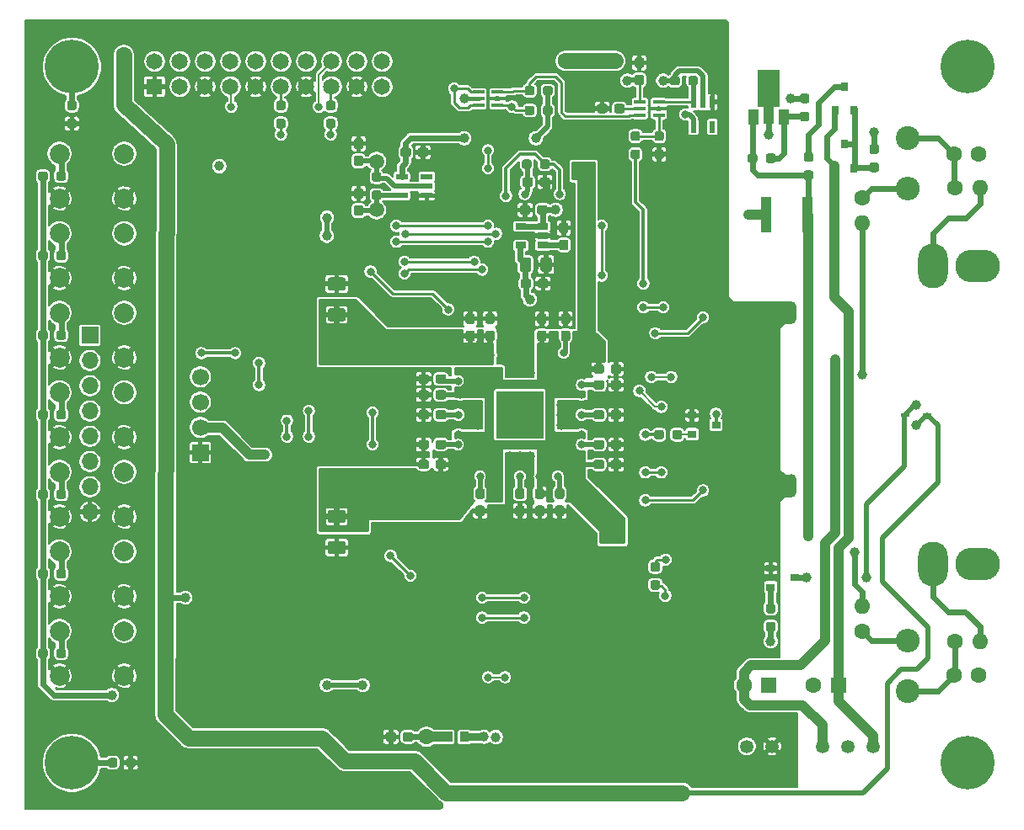
<source format=gbl>
G04 #@! TF.GenerationSoftware,KiCad,Pcbnew,(5.1.9)-1*
G04 #@! TF.CreationDate,2021-05-07T01:52:01+09:00*
G04 #@! TF.ProjectId,xSSDAC,78535344-4143-42e6-9b69-6361645f7063,rev?*
G04 #@! TF.SameCoordinates,Original*
G04 #@! TF.FileFunction,Copper,L2,Bot*
G04 #@! TF.FilePolarity,Positive*
%FSLAX46Y46*%
G04 Gerber Fmt 4.6, Leading zero omitted, Abs format (unit mm)*
G04 Created by KiCad (PCBNEW (5.1.9)-1) date 2021-05-07 01:52:01*
%MOMM*%
%LPD*%
G01*
G04 APERTURE LIST*
G04 #@! TA.AperFunction,ComponentPad*
%ADD10C,1.000000*%
G04 #@! TD*
G04 #@! TA.AperFunction,ComponentPad*
%ADD11O,3.000000X4.500000*%
G04 #@! TD*
G04 #@! TA.AperFunction,ComponentPad*
%ADD12O,4.500000X3.300000*%
G04 #@! TD*
G04 #@! TA.AperFunction,ComponentPad*
%ADD13C,2.400000*%
G04 #@! TD*
G04 #@! TA.AperFunction,ComponentPad*
%ADD14O,2.400000X2.400000*%
G04 #@! TD*
G04 #@! TA.AperFunction,ComponentPad*
%ADD15C,1.600000*%
G04 #@! TD*
G04 #@! TA.AperFunction,ComponentPad*
%ADD16O,1.600000X1.600000*%
G04 #@! TD*
G04 #@! TA.AperFunction,SMDPad,CuDef*
%ADD17R,1.200000X0.600000*%
G04 #@! TD*
G04 #@! TA.AperFunction,ComponentPad*
%ADD18R,2.560000X3.450000*%
G04 #@! TD*
G04 #@! TA.AperFunction,ComponentPad*
%ADD19C,1.500000*%
G04 #@! TD*
G04 #@! TA.AperFunction,ComponentPad*
%ADD20C,1.700000*%
G04 #@! TD*
G04 #@! TA.AperFunction,ComponentPad*
%ADD21R,1.700000X1.700000*%
G04 #@! TD*
G04 #@! TA.AperFunction,SMDPad,CuDef*
%ADD22R,1.200000X0.400000*%
G04 #@! TD*
G04 #@! TA.AperFunction,SMDPad,CuDef*
%ADD23R,1.020000X3.520000*%
G04 #@! TD*
G04 #@! TA.AperFunction,SMDPad,CuDef*
%ADD24R,0.800000X0.900000*%
G04 #@! TD*
G04 #@! TA.AperFunction,SMDPad,CuDef*
%ADD25R,0.900000X0.800000*%
G04 #@! TD*
G04 #@! TA.AperFunction,ComponentPad*
%ADD26C,1.349000*%
G04 #@! TD*
G04 #@! TA.AperFunction,SMDPad,CuDef*
%ADD27R,0.850000X1.000000*%
G04 #@! TD*
G04 #@! TA.AperFunction,SMDPad,CuDef*
%ADD28R,0.600000X1.200000*%
G04 #@! TD*
G04 #@! TA.AperFunction,SMDPad,CuDef*
%ADD29R,1.060000X0.650000*%
G04 #@! TD*
G04 #@! TA.AperFunction,ComponentPad*
%ADD30R,1.600000X1.600000*%
G04 #@! TD*
G04 #@! TA.AperFunction,SMDPad,CuDef*
%ADD31R,0.870000X0.420000*%
G04 #@! TD*
G04 #@! TA.AperFunction,SMDPad,CuDef*
%ADD32R,1.000000X1.500000*%
G04 #@! TD*
G04 #@! TA.AperFunction,SMDPad,CuDef*
%ADD33R,1.000000X1.800000*%
G04 #@! TD*
G04 #@! TA.AperFunction,SMDPad,CuDef*
%ADD34R,2.200000X3.700000*%
G04 #@! TD*
G04 #@! TA.AperFunction,ComponentPad*
%ADD35R,4.800000X4.800000*%
G04 #@! TD*
G04 #@! TA.AperFunction,ComponentPad*
%ADD36C,0.800000*%
G04 #@! TD*
G04 #@! TA.AperFunction,ComponentPad*
%ADD37C,5.400000*%
G04 #@! TD*
G04 #@! TA.AperFunction,ComponentPad*
%ADD38R,1.650000X1.650000*%
G04 #@! TD*
G04 #@! TA.AperFunction,ComponentPad*
%ADD39C,1.650000*%
G04 #@! TD*
G04 #@! TA.AperFunction,ComponentPad*
%ADD40O,1.700000X1.700000*%
G04 #@! TD*
G04 #@! TA.AperFunction,ComponentPad*
%ADD41C,2.000000*%
G04 #@! TD*
G04 #@! TA.AperFunction,SMDPad,CuDef*
%ADD42R,4.000000X4.000000*%
G04 #@! TD*
G04 #@! TA.AperFunction,ViaPad*
%ADD43C,1.600000*%
G04 #@! TD*
G04 #@! TA.AperFunction,ViaPad*
%ADD44C,1.000000*%
G04 #@! TD*
G04 #@! TA.AperFunction,ViaPad*
%ADD45C,0.800000*%
G04 #@! TD*
G04 #@! TA.AperFunction,Conductor*
%ADD46C,0.500000*%
G04 #@! TD*
G04 #@! TA.AperFunction,Conductor*
%ADD47C,0.600000*%
G04 #@! TD*
G04 #@! TA.AperFunction,Conductor*
%ADD48C,0.250000*%
G04 #@! TD*
G04 #@! TA.AperFunction,Conductor*
%ADD49C,0.400000*%
G04 #@! TD*
G04 #@! TA.AperFunction,Conductor*
%ADD50C,1.000000*%
G04 #@! TD*
G04 #@! TA.AperFunction,Conductor*
%ADD51C,0.300000*%
G04 #@! TD*
G04 #@! TA.AperFunction,Conductor*
%ADD52C,1.600000*%
G04 #@! TD*
G04 #@! TA.AperFunction,Conductor*
%ADD53C,0.200000*%
G04 #@! TD*
G04 #@! TA.AperFunction,Conductor*
%ADD54C,0.800000*%
G04 #@! TD*
G04 #@! TA.AperFunction,Conductor*
%ADD55C,0.100000*%
G04 #@! TD*
G04 APERTURE END LIST*
D10*
X169800000Y-98400000D03*
D11*
X185700000Y-83400000D03*
D12*
X190200000Y-83400000D03*
D11*
X185700000Y-113400000D03*
D12*
X190200000Y-113400000D03*
D13*
X183200000Y-126200000D03*
D14*
X183200000Y-121120000D03*
D15*
X178600000Y-76600000D03*
D16*
X178600000Y-79140000D03*
G04 #@! TA.AperFunction,SMDPad,CuDef*
G36*
G01*
X146250000Y-83775000D02*
X146250000Y-82825000D01*
G75*
G02*
X146500000Y-82575000I250000J0D01*
G01*
X147175000Y-82575000D01*
G75*
G02*
X147425000Y-82825000I0J-250000D01*
G01*
X147425000Y-83775000D01*
G75*
G02*
X147175000Y-84025000I-250000J0D01*
G01*
X146500000Y-84025000D01*
G75*
G02*
X146250000Y-83775000I0J250000D01*
G01*
G37*
G04 #@! TD.AperFunction*
G04 #@! TA.AperFunction,SMDPad,CuDef*
G36*
G01*
X144175000Y-83775000D02*
X144175000Y-82825000D01*
G75*
G02*
X144425000Y-82575000I250000J0D01*
G01*
X145100000Y-82575000D01*
G75*
G02*
X145350000Y-82825000I0J-250000D01*
G01*
X145350000Y-83775000D01*
G75*
G02*
X145100000Y-84025000I-250000J0D01*
G01*
X144425000Y-84025000D01*
G75*
G02*
X144175000Y-83775000I0J250000D01*
G01*
G37*
G04 #@! TD.AperFunction*
G04 #@! TA.AperFunction,SMDPad,CuDef*
G36*
G01*
X148837500Y-80137500D02*
X148362500Y-80137500D01*
G75*
G02*
X148125000Y-79900000I0J237500D01*
G01*
X148125000Y-79300000D01*
G75*
G02*
X148362500Y-79062500I237500J0D01*
G01*
X148837500Y-79062500D01*
G75*
G02*
X149075000Y-79300000I0J-237500D01*
G01*
X149075000Y-79900000D01*
G75*
G02*
X148837500Y-80137500I-237500J0D01*
G01*
G37*
G04 #@! TD.AperFunction*
G04 #@! TA.AperFunction,SMDPad,CuDef*
G36*
G01*
X148837500Y-81862500D02*
X148362500Y-81862500D01*
G75*
G02*
X148125000Y-81625000I0J237500D01*
G01*
X148125000Y-81025000D01*
G75*
G02*
X148362500Y-80787500I237500J0D01*
G01*
X148837500Y-80787500D01*
G75*
G02*
X149075000Y-81025000I0J-237500D01*
G01*
X149075000Y-81625000D01*
G75*
G02*
X148837500Y-81862500I-237500J0D01*
G01*
G37*
G04 #@! TD.AperFunction*
G04 #@! TA.AperFunction,SMDPad,CuDef*
G36*
G01*
X157962500Y-71712500D02*
X158437500Y-71712500D01*
G75*
G02*
X158675000Y-71950000I0J-237500D01*
G01*
X158675000Y-72450000D01*
G75*
G02*
X158437500Y-72687500I-237500J0D01*
G01*
X157962500Y-72687500D01*
G75*
G02*
X157725000Y-72450000I0J237500D01*
G01*
X157725000Y-71950000D01*
G75*
G02*
X157962500Y-71712500I237500J0D01*
G01*
G37*
G04 #@! TD.AperFunction*
G04 #@! TA.AperFunction,SMDPad,CuDef*
G36*
G01*
X157962500Y-69887500D02*
X158437500Y-69887500D01*
G75*
G02*
X158675000Y-70125000I0J-237500D01*
G01*
X158675000Y-70625000D01*
G75*
G02*
X158437500Y-70862500I-237500J0D01*
G01*
X157962500Y-70862500D01*
G75*
G02*
X157725000Y-70625000I0J237500D01*
G01*
X157725000Y-70125000D01*
G75*
G02*
X157962500Y-69887500I237500J0D01*
G01*
G37*
G04 #@! TD.AperFunction*
D17*
X134850000Y-74450000D03*
X134850000Y-75400000D03*
X134850000Y-76350000D03*
X132350000Y-76350000D03*
X132350000Y-74450000D03*
G04 #@! TA.AperFunction,SMDPad,CuDef*
G36*
G01*
X147000000Y-77562500D02*
X147000000Y-78037500D01*
G75*
G02*
X146762500Y-78275000I-237500J0D01*
G01*
X146162500Y-78275000D01*
G75*
G02*
X145925000Y-78037500I0J237500D01*
G01*
X145925000Y-77562500D01*
G75*
G02*
X146162500Y-77325000I237500J0D01*
G01*
X146762500Y-77325000D01*
G75*
G02*
X147000000Y-77562500I0J-237500D01*
G01*
G37*
G04 #@! TD.AperFunction*
G04 #@! TA.AperFunction,SMDPad,CuDef*
G36*
G01*
X145275000Y-77562500D02*
X145275000Y-78037500D01*
G75*
G02*
X145037500Y-78275000I-237500J0D01*
G01*
X144437500Y-78275000D01*
G75*
G02*
X144200000Y-78037500I0J237500D01*
G01*
X144200000Y-77562500D01*
G75*
G02*
X144437500Y-77325000I237500J0D01*
G01*
X145037500Y-77325000D01*
G75*
G02*
X145275000Y-77562500I0J-237500D01*
G01*
G37*
G04 #@! TD.AperFunction*
D18*
X119000000Y-119800000D03*
G04 #@! TA.AperFunction,SMDPad,CuDef*
G36*
G01*
X135000000Y-71762500D02*
X135000000Y-72237500D01*
G75*
G02*
X134762500Y-72475000I-237500J0D01*
G01*
X134162500Y-72475000D01*
G75*
G02*
X133925000Y-72237500I0J237500D01*
G01*
X133925000Y-71762500D01*
G75*
G02*
X134162500Y-71525000I237500J0D01*
G01*
X134762500Y-71525000D01*
G75*
G02*
X135000000Y-71762500I0J-237500D01*
G01*
G37*
G04 #@! TD.AperFunction*
G04 #@! TA.AperFunction,SMDPad,CuDef*
G36*
G01*
X133275000Y-71762500D02*
X133275000Y-72237500D01*
G75*
G02*
X133037500Y-72475000I-237500J0D01*
G01*
X132437500Y-72475000D01*
G75*
G02*
X132200000Y-72237500I0J237500D01*
G01*
X132200000Y-71762500D01*
G75*
G02*
X132437500Y-71525000I237500J0D01*
G01*
X133037500Y-71525000D01*
G75*
G02*
X133275000Y-71762500I0J-237500D01*
G01*
G37*
G04 #@! TD.AperFunction*
D19*
X129800000Y-72920000D03*
X129800000Y-77800000D03*
D20*
X112100000Y-94590000D03*
X112100000Y-97130000D03*
X112100000Y-99670000D03*
D21*
X112100000Y-102210000D03*
D22*
X141950000Y-65950000D03*
X141950000Y-66600000D03*
X141950000Y-67250000D03*
X140050000Y-67250000D03*
X140050000Y-66600000D03*
X140050000Y-65950000D03*
D18*
X115800000Y-79600000D03*
D23*
X173100000Y-78300000D03*
X168900000Y-78300000D03*
D15*
X190300000Y-124600000D03*
X187800000Y-124600000D03*
X187800000Y-72200000D03*
X190300000Y-72200000D03*
D24*
X176800000Y-71200000D03*
X175850000Y-73600000D03*
X177750000Y-73600000D03*
X177750000Y-67800000D03*
X175850000Y-67800000D03*
X176800000Y-65400000D03*
D25*
X171800000Y-114800000D03*
X169400000Y-113850000D03*
X169400000Y-115750000D03*
D26*
X167000000Y-131750000D03*
X169540000Y-131750000D03*
X174620000Y-131750000D03*
X177160000Y-131750000D03*
X179700000Y-131750000D03*
D27*
X137000000Y-130800000D03*
X138600000Y-130800000D03*
D28*
X161650000Y-66950000D03*
X162600000Y-66950000D03*
X163550000Y-66950000D03*
X163550000Y-69450000D03*
X161650000Y-69450000D03*
D22*
X158150000Y-66950000D03*
X158150000Y-67600000D03*
X158150000Y-68250000D03*
X156250000Y-68250000D03*
X156250000Y-67600000D03*
X156250000Y-66950000D03*
D29*
X144300000Y-79450000D03*
X144300000Y-81350000D03*
X146500000Y-81350000D03*
X146500000Y-80400000D03*
X146500000Y-79450000D03*
D15*
X173700000Y-125600000D03*
D30*
X176200000Y-125600000D03*
X169200000Y-125600000D03*
D15*
X166700000Y-125600000D03*
D31*
X182875000Y-98400000D03*
X185125000Y-98400000D03*
D14*
X183200000Y-75680000D03*
D13*
X183200000Y-70600000D03*
D25*
X163900000Y-99400000D03*
X161500000Y-98450000D03*
X161500000Y-100350000D03*
D15*
X178600000Y-120200000D03*
D16*
X178600000Y-117660000D03*
X190400000Y-75600000D03*
D15*
X187860000Y-75600000D03*
D16*
X190400000Y-121200000D03*
D15*
X187860000Y-121200000D03*
D32*
X170700000Y-68450000D03*
D33*
X169200000Y-68300000D03*
D32*
X167700000Y-68450000D03*
D34*
X169200000Y-65550000D03*
D35*
X144200000Y-98400000D03*
D36*
X100631891Y-61968109D03*
X99200000Y-61375000D03*
X97768109Y-61968109D03*
X97175000Y-63400000D03*
X97768109Y-64831891D03*
X99200000Y-65425000D03*
X100631891Y-64831891D03*
X101225000Y-63400000D03*
D37*
X99200000Y-63400000D03*
X99200000Y-133400000D03*
D36*
X101225000Y-133400000D03*
X100631891Y-134831891D03*
X99200000Y-135425000D03*
X97768109Y-134831891D03*
X97175000Y-133400000D03*
X97768109Y-131968109D03*
X99200000Y-131375000D03*
X100631891Y-131968109D03*
D37*
X189200000Y-63400000D03*
D36*
X191225000Y-63400000D03*
X190631891Y-64831891D03*
X189200000Y-65425000D03*
X187768109Y-64831891D03*
X187175000Y-63400000D03*
X187768109Y-61968109D03*
X189200000Y-61375000D03*
X190631891Y-61968109D03*
X190631891Y-131968109D03*
X189200000Y-131375000D03*
X187768109Y-131968109D03*
X187175000Y-133400000D03*
X187768109Y-134831891D03*
X189200000Y-135425000D03*
X190631891Y-134831891D03*
X191225000Y-133400000D03*
D37*
X189200000Y-133400000D03*
G04 #@! TA.AperFunction,SMDPad,CuDef*
G36*
G01*
X159287500Y-65037500D02*
X159287500Y-64562500D01*
G75*
G02*
X159525000Y-64325000I237500J0D01*
G01*
X160025000Y-64325000D01*
G75*
G02*
X160262500Y-64562500I0J-237500D01*
G01*
X160262500Y-65037500D01*
G75*
G02*
X160025000Y-65275000I-237500J0D01*
G01*
X159525000Y-65275000D01*
G75*
G02*
X159287500Y-65037500I0J237500D01*
G01*
G37*
G04 #@! TD.AperFunction*
G04 #@! TA.AperFunction,SMDPad,CuDef*
G36*
G01*
X161112500Y-65037500D02*
X161112500Y-64562500D01*
G75*
G02*
X161350000Y-64325000I237500J0D01*
G01*
X161850000Y-64325000D01*
G75*
G02*
X162087500Y-64562500I0J-237500D01*
G01*
X162087500Y-65037500D01*
G75*
G02*
X161850000Y-65275000I-237500J0D01*
G01*
X161350000Y-65275000D01*
G75*
G02*
X161112500Y-65037500I0J237500D01*
G01*
G37*
G04 #@! TD.AperFunction*
G04 #@! TA.AperFunction,SMDPad,CuDef*
G36*
G01*
X156037500Y-72687500D02*
X155562500Y-72687500D01*
G75*
G02*
X155325000Y-72450000I0J237500D01*
G01*
X155325000Y-71950000D01*
G75*
G02*
X155562500Y-71712500I237500J0D01*
G01*
X156037500Y-71712500D01*
G75*
G02*
X156275000Y-71950000I0J-237500D01*
G01*
X156275000Y-72450000D01*
G75*
G02*
X156037500Y-72687500I-237500J0D01*
G01*
G37*
G04 #@! TD.AperFunction*
G04 #@! TA.AperFunction,SMDPad,CuDef*
G36*
G01*
X156037500Y-70862500D02*
X155562500Y-70862500D01*
G75*
G02*
X155325000Y-70625000I0J237500D01*
G01*
X155325000Y-70125000D01*
G75*
G02*
X155562500Y-69887500I237500J0D01*
G01*
X156037500Y-69887500D01*
G75*
G02*
X156275000Y-70125000I0J-237500D01*
G01*
X156275000Y-70625000D01*
G75*
G02*
X156037500Y-70862500I-237500J0D01*
G01*
G37*
G04 #@! TD.AperFunction*
G04 #@! TA.AperFunction,SMDPad,CuDef*
G36*
G01*
X119962500Y-66800000D02*
X120437500Y-66800000D01*
G75*
G02*
X120675000Y-67037500I0J-237500D01*
G01*
X120675000Y-67537500D01*
G75*
G02*
X120437500Y-67775000I-237500J0D01*
G01*
X119962500Y-67775000D01*
G75*
G02*
X119725000Y-67537500I0J237500D01*
G01*
X119725000Y-67037500D01*
G75*
G02*
X119962500Y-66800000I237500J0D01*
G01*
G37*
G04 #@! TD.AperFunction*
G04 #@! TA.AperFunction,SMDPad,CuDef*
G36*
G01*
X119962500Y-68625000D02*
X120437500Y-68625000D01*
G75*
G02*
X120675000Y-68862500I0J-237500D01*
G01*
X120675000Y-69362500D01*
G75*
G02*
X120437500Y-69600000I-237500J0D01*
G01*
X119962500Y-69600000D01*
G75*
G02*
X119725000Y-69362500I0J237500D01*
G01*
X119725000Y-68862500D01*
G75*
G02*
X119962500Y-68625000I237500J0D01*
G01*
G37*
G04 #@! TD.AperFunction*
G04 #@! TA.AperFunction,SMDPad,CuDef*
G36*
G01*
X124962500Y-66800000D02*
X125437500Y-66800000D01*
G75*
G02*
X125675000Y-67037500I0J-237500D01*
G01*
X125675000Y-67537500D01*
G75*
G02*
X125437500Y-67775000I-237500J0D01*
G01*
X124962500Y-67775000D01*
G75*
G02*
X124725000Y-67537500I0J237500D01*
G01*
X124725000Y-67037500D01*
G75*
G02*
X124962500Y-66800000I237500J0D01*
G01*
G37*
G04 #@! TD.AperFunction*
G04 #@! TA.AperFunction,SMDPad,CuDef*
G36*
G01*
X124962500Y-68625000D02*
X125437500Y-68625000D01*
G75*
G02*
X125675000Y-68862500I0J-237500D01*
G01*
X125675000Y-69362500D01*
G75*
G02*
X125437500Y-69600000I-237500J0D01*
G01*
X124962500Y-69600000D01*
G75*
G02*
X124725000Y-69362500I0J237500D01*
G01*
X124725000Y-68862500D01*
G75*
G02*
X124962500Y-68625000I237500J0D01*
G01*
G37*
G04 #@! TD.AperFunction*
G04 #@! TA.AperFunction,SMDPad,CuDef*
G36*
G01*
X145662500Y-65562500D02*
X145662500Y-66037500D01*
G75*
G02*
X145425000Y-66275000I-237500J0D01*
G01*
X144925000Y-66275000D01*
G75*
G02*
X144687500Y-66037500I0J237500D01*
G01*
X144687500Y-65562500D01*
G75*
G02*
X144925000Y-65325000I237500J0D01*
G01*
X145425000Y-65325000D01*
G75*
G02*
X145662500Y-65562500I0J-237500D01*
G01*
G37*
G04 #@! TD.AperFunction*
G04 #@! TA.AperFunction,SMDPad,CuDef*
G36*
G01*
X147487500Y-65562500D02*
X147487500Y-66037500D01*
G75*
G02*
X147250000Y-66275000I-237500J0D01*
G01*
X146750000Y-66275000D01*
G75*
G02*
X146512500Y-66037500I0J237500D01*
G01*
X146512500Y-65562500D01*
G75*
G02*
X146750000Y-65325000I237500J0D01*
G01*
X147250000Y-65325000D01*
G75*
G02*
X147487500Y-65562500I0J-237500D01*
G01*
G37*
G04 #@! TD.AperFunction*
G04 #@! TA.AperFunction,SMDPad,CuDef*
G36*
G01*
X145662500Y-67562500D02*
X145662500Y-68037500D01*
G75*
G02*
X145425000Y-68275000I-237500J0D01*
G01*
X144925000Y-68275000D01*
G75*
G02*
X144687500Y-68037500I0J237500D01*
G01*
X144687500Y-67562500D01*
G75*
G02*
X144925000Y-67325000I237500J0D01*
G01*
X145425000Y-67325000D01*
G75*
G02*
X145662500Y-67562500I0J-237500D01*
G01*
G37*
G04 #@! TD.AperFunction*
G04 #@! TA.AperFunction,SMDPad,CuDef*
G36*
G01*
X147487500Y-67562500D02*
X147487500Y-68037500D01*
G75*
G02*
X147250000Y-68275000I-237500J0D01*
G01*
X146750000Y-68275000D01*
G75*
G02*
X146512500Y-68037500I0J237500D01*
G01*
X146512500Y-67562500D01*
G75*
G02*
X146750000Y-67325000I237500J0D01*
G01*
X147250000Y-67325000D01*
G75*
G02*
X147487500Y-67562500I0J-237500D01*
G01*
G37*
G04 #@! TD.AperFunction*
G04 #@! TA.AperFunction,SMDPad,CuDef*
G36*
G01*
X129562500Y-74000000D02*
X130037500Y-74000000D01*
G75*
G02*
X130275000Y-74237500I0J-237500D01*
G01*
X130275000Y-74737500D01*
G75*
G02*
X130037500Y-74975000I-237500J0D01*
G01*
X129562500Y-74975000D01*
G75*
G02*
X129325000Y-74737500I0J237500D01*
G01*
X129325000Y-74237500D01*
G75*
G02*
X129562500Y-74000000I237500J0D01*
G01*
G37*
G04 #@! TD.AperFunction*
G04 #@! TA.AperFunction,SMDPad,CuDef*
G36*
G01*
X129562500Y-75825000D02*
X130037500Y-75825000D01*
G75*
G02*
X130275000Y-76062500I0J-237500D01*
G01*
X130275000Y-76562500D01*
G75*
G02*
X130037500Y-76800000I-237500J0D01*
G01*
X129562500Y-76800000D01*
G75*
G02*
X129325000Y-76562500I0J237500D01*
G01*
X129325000Y-76062500D01*
G75*
G02*
X129562500Y-75825000I237500J0D01*
G01*
G37*
G04 #@! TD.AperFunction*
G04 #@! TA.AperFunction,SMDPad,CuDef*
G36*
G01*
X157562500Y-113200000D02*
X158037500Y-113200000D01*
G75*
G02*
X158275000Y-113437500I0J-237500D01*
G01*
X158275000Y-113937500D01*
G75*
G02*
X158037500Y-114175000I-237500J0D01*
G01*
X157562500Y-114175000D01*
G75*
G02*
X157325000Y-113937500I0J237500D01*
G01*
X157325000Y-113437500D01*
G75*
G02*
X157562500Y-113200000I237500J0D01*
G01*
G37*
G04 #@! TD.AperFunction*
G04 #@! TA.AperFunction,SMDPad,CuDef*
G36*
G01*
X157562500Y-115025000D02*
X158037500Y-115025000D01*
G75*
G02*
X158275000Y-115262500I0J-237500D01*
G01*
X158275000Y-115762500D01*
G75*
G02*
X158037500Y-116000000I-237500J0D01*
G01*
X157562500Y-116000000D01*
G75*
G02*
X157325000Y-115762500I0J237500D01*
G01*
X157325000Y-115262500D01*
G75*
G02*
X157562500Y-115025000I237500J0D01*
G01*
G37*
G04 #@! TD.AperFunction*
G04 #@! TA.AperFunction,SMDPad,CuDef*
G36*
G01*
X180037500Y-72175000D02*
X179562500Y-72175000D01*
G75*
G02*
X179325000Y-71937500I0J237500D01*
G01*
X179325000Y-71437500D01*
G75*
G02*
X179562500Y-71200000I237500J0D01*
G01*
X180037500Y-71200000D01*
G75*
G02*
X180275000Y-71437500I0J-237500D01*
G01*
X180275000Y-71937500D01*
G75*
G02*
X180037500Y-72175000I-237500J0D01*
G01*
G37*
G04 #@! TD.AperFunction*
G04 #@! TA.AperFunction,SMDPad,CuDef*
G36*
G01*
X180037500Y-74000000D02*
X179562500Y-74000000D01*
G75*
G02*
X179325000Y-73762500I0J237500D01*
G01*
X179325000Y-73262500D01*
G75*
G02*
X179562500Y-73025000I237500J0D01*
G01*
X180037500Y-73025000D01*
G75*
G02*
X180275000Y-73262500I0J-237500D01*
G01*
X180275000Y-73762500D01*
G75*
G02*
X180037500Y-74000000I-237500J0D01*
G01*
G37*
G04 #@! TD.AperFunction*
G04 #@! TA.AperFunction,SMDPad,CuDef*
G36*
G01*
X172962500Y-72000000D02*
X173437500Y-72000000D01*
G75*
G02*
X173675000Y-72237500I0J-237500D01*
G01*
X173675000Y-72737500D01*
G75*
G02*
X173437500Y-72975000I-237500J0D01*
G01*
X172962500Y-72975000D01*
G75*
G02*
X172725000Y-72737500I0J237500D01*
G01*
X172725000Y-72237500D01*
G75*
G02*
X172962500Y-72000000I237500J0D01*
G01*
G37*
G04 #@! TD.AperFunction*
G04 #@! TA.AperFunction,SMDPad,CuDef*
G36*
G01*
X172962500Y-73825000D02*
X173437500Y-73825000D01*
G75*
G02*
X173675000Y-74062500I0J-237500D01*
G01*
X173675000Y-74562500D01*
G75*
G02*
X173437500Y-74800000I-237500J0D01*
G01*
X172962500Y-74800000D01*
G75*
G02*
X172725000Y-74562500I0J237500D01*
G01*
X172725000Y-74062500D01*
G75*
G02*
X172962500Y-73825000I237500J0D01*
G01*
G37*
G04 #@! TD.AperFunction*
G04 #@! TA.AperFunction,SMDPad,CuDef*
G36*
G01*
X167087500Y-72837500D02*
X167087500Y-72362500D01*
G75*
G02*
X167325000Y-72125000I237500J0D01*
G01*
X167825000Y-72125000D01*
G75*
G02*
X168062500Y-72362500I0J-237500D01*
G01*
X168062500Y-72837500D01*
G75*
G02*
X167825000Y-73075000I-237500J0D01*
G01*
X167325000Y-73075000D01*
G75*
G02*
X167087500Y-72837500I0J237500D01*
G01*
G37*
G04 #@! TD.AperFunction*
G04 #@! TA.AperFunction,SMDPad,CuDef*
G36*
G01*
X168912500Y-72837500D02*
X168912500Y-72362500D01*
G75*
G02*
X169150000Y-72125000I237500J0D01*
G01*
X169650000Y-72125000D01*
G75*
G02*
X169887500Y-72362500I0J-237500D01*
G01*
X169887500Y-72837500D01*
G75*
G02*
X169650000Y-73075000I-237500J0D01*
G01*
X169150000Y-73075000D01*
G75*
G02*
X168912500Y-72837500I0J237500D01*
G01*
G37*
G04 #@! TD.AperFunction*
G04 #@! TA.AperFunction,SMDPad,CuDef*
G36*
G01*
X173037500Y-67062500D02*
X172562500Y-67062500D01*
G75*
G02*
X172325000Y-66825000I0J237500D01*
G01*
X172325000Y-66325000D01*
G75*
G02*
X172562500Y-66087500I237500J0D01*
G01*
X173037500Y-66087500D01*
G75*
G02*
X173275000Y-66325000I0J-237500D01*
G01*
X173275000Y-66825000D01*
G75*
G02*
X173037500Y-67062500I-237500J0D01*
G01*
G37*
G04 #@! TD.AperFunction*
G04 #@! TA.AperFunction,SMDPad,CuDef*
G36*
G01*
X173037500Y-68887500D02*
X172562500Y-68887500D01*
G75*
G02*
X172325000Y-68650000I0J237500D01*
G01*
X172325000Y-68150000D01*
G75*
G02*
X172562500Y-67912500I237500J0D01*
G01*
X173037500Y-67912500D01*
G75*
G02*
X173275000Y-68150000I0J-237500D01*
G01*
X173275000Y-68650000D01*
G75*
G02*
X173037500Y-68887500I-237500J0D01*
G01*
G37*
G04 #@! TD.AperFunction*
G04 #@! TA.AperFunction,SMDPad,CuDef*
G36*
G01*
X169162500Y-117400000D02*
X169637500Y-117400000D01*
G75*
G02*
X169875000Y-117637500I0J-237500D01*
G01*
X169875000Y-118137500D01*
G75*
G02*
X169637500Y-118375000I-237500J0D01*
G01*
X169162500Y-118375000D01*
G75*
G02*
X168925000Y-118137500I0J237500D01*
G01*
X168925000Y-117637500D01*
G75*
G02*
X169162500Y-117400000I237500J0D01*
G01*
G37*
G04 #@! TD.AperFunction*
G04 #@! TA.AperFunction,SMDPad,CuDef*
G36*
G01*
X169162500Y-119225000D02*
X169637500Y-119225000D01*
G75*
G02*
X169875000Y-119462500I0J-237500D01*
G01*
X169875000Y-119962500D01*
G75*
G02*
X169637500Y-120200000I-237500J0D01*
G01*
X169162500Y-120200000D01*
G75*
G02*
X168925000Y-119962500I0J237500D01*
G01*
X168925000Y-119462500D01*
G75*
G02*
X169162500Y-119225000I237500J0D01*
G01*
G37*
G04 #@! TD.AperFunction*
G04 #@! TA.AperFunction,SMDPad,CuDef*
G36*
G01*
X158675000Y-100162500D02*
X158675000Y-100637500D01*
G75*
G02*
X158437500Y-100875000I-237500J0D01*
G01*
X157937500Y-100875000D01*
G75*
G02*
X157700000Y-100637500I0J237500D01*
G01*
X157700000Y-100162500D01*
G75*
G02*
X157937500Y-99925000I237500J0D01*
G01*
X158437500Y-99925000D01*
G75*
G02*
X158675000Y-100162500I0J-237500D01*
G01*
G37*
G04 #@! TD.AperFunction*
G04 #@! TA.AperFunction,SMDPad,CuDef*
G36*
G01*
X160500000Y-100162500D02*
X160500000Y-100637500D01*
G75*
G02*
X160262500Y-100875000I-237500J0D01*
G01*
X159762500Y-100875000D01*
G75*
G02*
X159525000Y-100637500I0J237500D01*
G01*
X159525000Y-100162500D01*
G75*
G02*
X159762500Y-99925000I237500J0D01*
G01*
X160262500Y-99925000D01*
G75*
G02*
X160500000Y-100162500I0J-237500D01*
G01*
G37*
G04 #@! TD.AperFunction*
G04 #@! TA.AperFunction,SMDPad,CuDef*
G36*
G01*
X146225000Y-73437500D02*
X146225000Y-72962500D01*
G75*
G02*
X146462500Y-72725000I237500J0D01*
G01*
X146962500Y-72725000D01*
G75*
G02*
X147200000Y-72962500I0J-237500D01*
G01*
X147200000Y-73437500D01*
G75*
G02*
X146962500Y-73675000I-237500J0D01*
G01*
X146462500Y-73675000D01*
G75*
G02*
X146225000Y-73437500I0J237500D01*
G01*
G37*
G04 #@! TD.AperFunction*
G04 #@! TA.AperFunction,SMDPad,CuDef*
G36*
G01*
X144400000Y-73437500D02*
X144400000Y-72962500D01*
G75*
G02*
X144637500Y-72725000I237500J0D01*
G01*
X145137500Y-72725000D01*
G75*
G02*
X145375000Y-72962500I0J-237500D01*
G01*
X145375000Y-73437500D01*
G75*
G02*
X145137500Y-73675000I-237500J0D01*
G01*
X144637500Y-73675000D01*
G75*
G02*
X144400000Y-73437500I0J237500D01*
G01*
G37*
G04 #@! TD.AperFunction*
G04 #@! TA.AperFunction,SMDPad,CuDef*
G36*
G01*
X131775000Y-130562500D02*
X131775000Y-131037500D01*
G75*
G02*
X131537500Y-131275000I-237500J0D01*
G01*
X130937500Y-131275000D01*
G75*
G02*
X130700000Y-131037500I0J237500D01*
G01*
X130700000Y-130562500D01*
G75*
G02*
X130937500Y-130325000I237500J0D01*
G01*
X131537500Y-130325000D01*
G75*
G02*
X131775000Y-130562500I0J-237500D01*
G01*
G37*
G04 #@! TD.AperFunction*
G04 #@! TA.AperFunction,SMDPad,CuDef*
G36*
G01*
X133500000Y-130562500D02*
X133500000Y-131037500D01*
G75*
G02*
X133262500Y-131275000I-237500J0D01*
G01*
X132662500Y-131275000D01*
G75*
G02*
X132425000Y-131037500I0J237500D01*
G01*
X132425000Y-130562500D01*
G75*
G02*
X132662500Y-130325000I237500J0D01*
G01*
X133262500Y-130325000D01*
G75*
G02*
X133500000Y-130562500I0J-237500D01*
G01*
G37*
G04 #@! TD.AperFunction*
G04 #@! TA.AperFunction,SMDPad,CuDef*
G36*
G01*
X154737500Y-67362500D02*
X154737500Y-67837500D01*
G75*
G02*
X154500000Y-68075000I-237500J0D01*
G01*
X153900000Y-68075000D01*
G75*
G02*
X153662500Y-67837500I0J237500D01*
G01*
X153662500Y-67362500D01*
G75*
G02*
X153900000Y-67125000I237500J0D01*
G01*
X154500000Y-67125000D01*
G75*
G02*
X154737500Y-67362500I0J-237500D01*
G01*
G37*
G04 #@! TD.AperFunction*
G04 #@! TA.AperFunction,SMDPad,CuDef*
G36*
G01*
X153012500Y-67362500D02*
X153012500Y-67837500D01*
G75*
G02*
X152775000Y-68075000I-237500J0D01*
G01*
X152175000Y-68075000D01*
G75*
G02*
X151937500Y-67837500I0J237500D01*
G01*
X151937500Y-67362500D01*
G75*
G02*
X152175000Y-67125000I237500J0D01*
G01*
X152775000Y-67125000D01*
G75*
G02*
X153012500Y-67362500I0J-237500D01*
G01*
G37*
G04 #@! TD.AperFunction*
G04 #@! TA.AperFunction,SMDPad,CuDef*
G36*
G01*
X155962500Y-64187500D02*
X156437500Y-64187500D01*
G75*
G02*
X156675000Y-64425000I0J-237500D01*
G01*
X156675000Y-65025000D01*
G75*
G02*
X156437500Y-65262500I-237500J0D01*
G01*
X155962500Y-65262500D01*
G75*
G02*
X155725000Y-65025000I0J237500D01*
G01*
X155725000Y-64425000D01*
G75*
G02*
X155962500Y-64187500I237500J0D01*
G01*
G37*
G04 #@! TD.AperFunction*
G04 #@! TA.AperFunction,SMDPad,CuDef*
G36*
G01*
X155962500Y-62462500D02*
X156437500Y-62462500D01*
G75*
G02*
X156675000Y-62700000I0J-237500D01*
G01*
X156675000Y-63300000D01*
G75*
G02*
X156437500Y-63537500I-237500J0D01*
G01*
X155962500Y-63537500D01*
G75*
G02*
X155725000Y-63300000I0J237500D01*
G01*
X155725000Y-62700000D01*
G75*
G02*
X155962500Y-62462500I237500J0D01*
G01*
G37*
G04 #@! TD.AperFunction*
G04 #@! TA.AperFunction,SMDPad,CuDef*
G36*
G01*
X140962500Y-89925000D02*
X141437500Y-89925000D01*
G75*
G02*
X141675000Y-90162500I0J-237500D01*
G01*
X141675000Y-90762500D01*
G75*
G02*
X141437500Y-91000000I-237500J0D01*
G01*
X140962500Y-91000000D01*
G75*
G02*
X140725000Y-90762500I0J237500D01*
G01*
X140725000Y-90162500D01*
G75*
G02*
X140962500Y-89925000I237500J0D01*
G01*
G37*
G04 #@! TD.AperFunction*
G04 #@! TA.AperFunction,SMDPad,CuDef*
G36*
G01*
X140962500Y-88200000D02*
X141437500Y-88200000D01*
G75*
G02*
X141675000Y-88437500I0J-237500D01*
G01*
X141675000Y-89037500D01*
G75*
G02*
X141437500Y-89275000I-237500J0D01*
G01*
X140962500Y-89275000D01*
G75*
G02*
X140725000Y-89037500I0J237500D01*
G01*
X140725000Y-88437500D01*
G75*
G02*
X140962500Y-88200000I237500J0D01*
G01*
G37*
G04 #@! TD.AperFunction*
G04 #@! TA.AperFunction,SMDPad,CuDef*
G36*
G01*
X134000000Y-103637500D02*
X134000000Y-103162500D01*
G75*
G02*
X134237500Y-102925000I237500J0D01*
G01*
X134837500Y-102925000D01*
G75*
G02*
X135075000Y-103162500I0J-237500D01*
G01*
X135075000Y-103637500D01*
G75*
G02*
X134837500Y-103875000I-237500J0D01*
G01*
X134237500Y-103875000D01*
G75*
G02*
X134000000Y-103637500I0J237500D01*
G01*
G37*
G04 #@! TD.AperFunction*
G04 #@! TA.AperFunction,SMDPad,CuDef*
G36*
G01*
X135725000Y-103637500D02*
X135725000Y-103162500D01*
G75*
G02*
X135962500Y-102925000I237500J0D01*
G01*
X136562500Y-102925000D01*
G75*
G02*
X136800000Y-103162500I0J-237500D01*
G01*
X136800000Y-103637500D01*
G75*
G02*
X136562500Y-103875000I-237500J0D01*
G01*
X135962500Y-103875000D01*
G75*
G02*
X135725000Y-103637500I0J237500D01*
G01*
G37*
G04 #@! TD.AperFunction*
G04 #@! TA.AperFunction,SMDPad,CuDef*
G36*
G01*
X128237500Y-78400000D02*
X127762500Y-78400000D01*
G75*
G02*
X127525000Y-78162500I0J237500D01*
G01*
X127525000Y-77562500D01*
G75*
G02*
X127762500Y-77325000I237500J0D01*
G01*
X128237500Y-77325000D01*
G75*
G02*
X128475000Y-77562500I0J-237500D01*
G01*
X128475000Y-78162500D01*
G75*
G02*
X128237500Y-78400000I-237500J0D01*
G01*
G37*
G04 #@! TD.AperFunction*
G04 #@! TA.AperFunction,SMDPad,CuDef*
G36*
G01*
X128237500Y-76675000D02*
X127762500Y-76675000D01*
G75*
G02*
X127525000Y-76437500I0J237500D01*
G01*
X127525000Y-75837500D01*
G75*
G02*
X127762500Y-75600000I237500J0D01*
G01*
X128237500Y-75600000D01*
G75*
G02*
X128475000Y-75837500I0J-237500D01*
G01*
X128475000Y-76437500D01*
G75*
G02*
X128237500Y-76675000I-237500J0D01*
G01*
G37*
G04 #@! TD.AperFunction*
G04 #@! TA.AperFunction,SMDPad,CuDef*
G36*
G01*
X152675000Y-95162500D02*
X152675000Y-95637500D01*
G75*
G02*
X152437500Y-95875000I-237500J0D01*
G01*
X151837500Y-95875000D01*
G75*
G02*
X151600000Y-95637500I0J237500D01*
G01*
X151600000Y-95162500D01*
G75*
G02*
X151837500Y-94925000I237500J0D01*
G01*
X152437500Y-94925000D01*
G75*
G02*
X152675000Y-95162500I0J-237500D01*
G01*
G37*
G04 #@! TD.AperFunction*
G04 #@! TA.AperFunction,SMDPad,CuDef*
G36*
G01*
X154400000Y-95162500D02*
X154400000Y-95637500D01*
G75*
G02*
X154162500Y-95875000I-237500J0D01*
G01*
X153562500Y-95875000D01*
G75*
G02*
X153325000Y-95637500I0J237500D01*
G01*
X153325000Y-95162500D01*
G75*
G02*
X153562500Y-94925000I237500J0D01*
G01*
X154162500Y-94925000D01*
G75*
G02*
X154400000Y-95162500I0J-237500D01*
G01*
G37*
G04 #@! TD.AperFunction*
G04 #@! TA.AperFunction,SMDPad,CuDef*
G36*
G01*
X152675000Y-103162500D02*
X152675000Y-103637500D01*
G75*
G02*
X152437500Y-103875000I-237500J0D01*
G01*
X151837500Y-103875000D01*
G75*
G02*
X151600000Y-103637500I0J237500D01*
G01*
X151600000Y-103162500D01*
G75*
G02*
X151837500Y-102925000I237500J0D01*
G01*
X152437500Y-102925000D01*
G75*
G02*
X152675000Y-103162500I0J-237500D01*
G01*
G37*
G04 #@! TD.AperFunction*
G04 #@! TA.AperFunction,SMDPad,CuDef*
G36*
G01*
X154400000Y-103162500D02*
X154400000Y-103637500D01*
G75*
G02*
X154162500Y-103875000I-237500J0D01*
G01*
X153562500Y-103875000D01*
G75*
G02*
X153325000Y-103637500I0J237500D01*
G01*
X153325000Y-103162500D01*
G75*
G02*
X153562500Y-102925000I237500J0D01*
G01*
X154162500Y-102925000D01*
G75*
G02*
X154400000Y-103162500I0J-237500D01*
G01*
G37*
G04 #@! TD.AperFunction*
G04 #@! TA.AperFunction,SMDPad,CuDef*
G36*
G01*
X138962500Y-89925000D02*
X139437500Y-89925000D01*
G75*
G02*
X139675000Y-90162500I0J-237500D01*
G01*
X139675000Y-90762500D01*
G75*
G02*
X139437500Y-91000000I-237500J0D01*
G01*
X138962500Y-91000000D01*
G75*
G02*
X138725000Y-90762500I0J237500D01*
G01*
X138725000Y-90162500D01*
G75*
G02*
X138962500Y-89925000I237500J0D01*
G01*
G37*
G04 #@! TD.AperFunction*
G04 #@! TA.AperFunction,SMDPad,CuDef*
G36*
G01*
X138962500Y-88200000D02*
X139437500Y-88200000D01*
G75*
G02*
X139675000Y-88437500I0J-237500D01*
G01*
X139675000Y-89037500D01*
G75*
G02*
X139437500Y-89275000I-237500J0D01*
G01*
X138962500Y-89275000D01*
G75*
G02*
X138725000Y-89037500I0J237500D01*
G01*
X138725000Y-88437500D01*
G75*
G02*
X138962500Y-88200000I237500J0D01*
G01*
G37*
G04 #@! TD.AperFunction*
G04 #@! TA.AperFunction,SMDPad,CuDef*
G36*
G01*
X134000000Y-96637500D02*
X134000000Y-96162500D01*
G75*
G02*
X134237500Y-95925000I237500J0D01*
G01*
X134837500Y-95925000D01*
G75*
G02*
X135075000Y-96162500I0J-237500D01*
G01*
X135075000Y-96637500D01*
G75*
G02*
X134837500Y-96875000I-237500J0D01*
G01*
X134237500Y-96875000D01*
G75*
G02*
X134000000Y-96637500I0J237500D01*
G01*
G37*
G04 #@! TD.AperFunction*
G04 #@! TA.AperFunction,SMDPad,CuDef*
G36*
G01*
X135725000Y-96637500D02*
X135725000Y-96162500D01*
G75*
G02*
X135962500Y-95925000I237500J0D01*
G01*
X136562500Y-95925000D01*
G75*
G02*
X136800000Y-96162500I0J-237500D01*
G01*
X136800000Y-96637500D01*
G75*
G02*
X136562500Y-96875000I-237500J0D01*
G01*
X135962500Y-96875000D01*
G75*
G02*
X135725000Y-96637500I0J237500D01*
G01*
G37*
G04 #@! TD.AperFunction*
G04 #@! TA.AperFunction,SMDPad,CuDef*
G36*
G01*
X134000000Y-101637500D02*
X134000000Y-101162500D01*
G75*
G02*
X134237500Y-100925000I237500J0D01*
G01*
X134837500Y-100925000D01*
G75*
G02*
X135075000Y-101162500I0J-237500D01*
G01*
X135075000Y-101637500D01*
G75*
G02*
X134837500Y-101875000I-237500J0D01*
G01*
X134237500Y-101875000D01*
G75*
G02*
X134000000Y-101637500I0J237500D01*
G01*
G37*
G04 #@! TD.AperFunction*
G04 #@! TA.AperFunction,SMDPad,CuDef*
G36*
G01*
X135725000Y-101637500D02*
X135725000Y-101162500D01*
G75*
G02*
X135962500Y-100925000I237500J0D01*
G01*
X136562500Y-100925000D01*
G75*
G02*
X136800000Y-101162500I0J-237500D01*
G01*
X136800000Y-101637500D01*
G75*
G02*
X136562500Y-101875000I-237500J0D01*
G01*
X135962500Y-101875000D01*
G75*
G02*
X135725000Y-101637500I0J237500D01*
G01*
G37*
G04 #@! TD.AperFunction*
G04 #@! TA.AperFunction,SMDPad,CuDef*
G36*
G01*
X152675000Y-93562500D02*
X152675000Y-94037500D01*
G75*
G02*
X152437500Y-94275000I-237500J0D01*
G01*
X151837500Y-94275000D01*
G75*
G02*
X151600000Y-94037500I0J237500D01*
G01*
X151600000Y-93562500D01*
G75*
G02*
X151837500Y-93325000I237500J0D01*
G01*
X152437500Y-93325000D01*
G75*
G02*
X152675000Y-93562500I0J-237500D01*
G01*
G37*
G04 #@! TD.AperFunction*
G04 #@! TA.AperFunction,SMDPad,CuDef*
G36*
G01*
X154400000Y-93562500D02*
X154400000Y-94037500D01*
G75*
G02*
X154162500Y-94275000I-237500J0D01*
G01*
X153562500Y-94275000D01*
G75*
G02*
X153325000Y-94037500I0J237500D01*
G01*
X153325000Y-93562500D01*
G75*
G02*
X153562500Y-93325000I237500J0D01*
G01*
X154162500Y-93325000D01*
G75*
G02*
X154400000Y-93562500I0J-237500D01*
G01*
G37*
G04 #@! TD.AperFunction*
G04 #@! TA.AperFunction,SMDPad,CuDef*
G36*
G01*
X135725000Y-98637500D02*
X135725000Y-98162500D01*
G75*
G02*
X135962500Y-97925000I237500J0D01*
G01*
X136562500Y-97925000D01*
G75*
G02*
X136800000Y-98162500I0J-237500D01*
G01*
X136800000Y-98637500D01*
G75*
G02*
X136562500Y-98875000I-237500J0D01*
G01*
X135962500Y-98875000D01*
G75*
G02*
X135725000Y-98637500I0J237500D01*
G01*
G37*
G04 #@! TD.AperFunction*
G04 #@! TA.AperFunction,SMDPad,CuDef*
G36*
G01*
X134000000Y-98637500D02*
X134000000Y-98162500D01*
G75*
G02*
X134237500Y-97925000I237500J0D01*
G01*
X134837500Y-97925000D01*
G75*
G02*
X135075000Y-98162500I0J-237500D01*
G01*
X135075000Y-98637500D01*
G75*
G02*
X134837500Y-98875000I-237500J0D01*
G01*
X134237500Y-98875000D01*
G75*
G02*
X134000000Y-98637500I0J237500D01*
G01*
G37*
G04 #@! TD.AperFunction*
G04 #@! TA.AperFunction,SMDPad,CuDef*
G36*
G01*
X146162500Y-88200000D02*
X146637500Y-88200000D01*
G75*
G02*
X146875000Y-88437500I0J-237500D01*
G01*
X146875000Y-89037500D01*
G75*
G02*
X146637500Y-89275000I-237500J0D01*
G01*
X146162500Y-89275000D01*
G75*
G02*
X145925000Y-89037500I0J237500D01*
G01*
X145925000Y-88437500D01*
G75*
G02*
X146162500Y-88200000I237500J0D01*
G01*
G37*
G04 #@! TD.AperFunction*
G04 #@! TA.AperFunction,SMDPad,CuDef*
G36*
G01*
X146162500Y-89925000D02*
X146637500Y-89925000D01*
G75*
G02*
X146875000Y-90162500I0J-237500D01*
G01*
X146875000Y-90762500D01*
G75*
G02*
X146637500Y-91000000I-237500J0D01*
G01*
X146162500Y-91000000D01*
G75*
G02*
X145925000Y-90762500I0J237500D01*
G01*
X145925000Y-90162500D01*
G75*
G02*
X146162500Y-89925000I237500J0D01*
G01*
G37*
G04 #@! TD.AperFunction*
G04 #@! TA.AperFunction,SMDPad,CuDef*
G36*
G01*
X140437500Y-108600000D02*
X139962500Y-108600000D01*
G75*
G02*
X139725000Y-108362500I0J237500D01*
G01*
X139725000Y-107762500D01*
G75*
G02*
X139962500Y-107525000I237500J0D01*
G01*
X140437500Y-107525000D01*
G75*
G02*
X140675000Y-107762500I0J-237500D01*
G01*
X140675000Y-108362500D01*
G75*
G02*
X140437500Y-108600000I-237500J0D01*
G01*
G37*
G04 #@! TD.AperFunction*
G04 #@! TA.AperFunction,SMDPad,CuDef*
G36*
G01*
X140437500Y-106875000D02*
X139962500Y-106875000D01*
G75*
G02*
X139725000Y-106637500I0J237500D01*
G01*
X139725000Y-106037500D01*
G75*
G02*
X139962500Y-105800000I237500J0D01*
G01*
X140437500Y-105800000D01*
G75*
G02*
X140675000Y-106037500I0J-237500D01*
G01*
X140675000Y-106637500D01*
G75*
G02*
X140437500Y-106875000I-237500J0D01*
G01*
G37*
G04 #@! TD.AperFunction*
G04 #@! TA.AperFunction,SMDPad,CuDef*
G36*
G01*
X146437500Y-106875000D02*
X145962500Y-106875000D01*
G75*
G02*
X145725000Y-106637500I0J237500D01*
G01*
X145725000Y-106037500D01*
G75*
G02*
X145962500Y-105800000I237500J0D01*
G01*
X146437500Y-105800000D01*
G75*
G02*
X146675000Y-106037500I0J-237500D01*
G01*
X146675000Y-106637500D01*
G75*
G02*
X146437500Y-106875000I-237500J0D01*
G01*
G37*
G04 #@! TD.AperFunction*
G04 #@! TA.AperFunction,SMDPad,CuDef*
G36*
G01*
X146437500Y-108600000D02*
X145962500Y-108600000D01*
G75*
G02*
X145725000Y-108362500I0J237500D01*
G01*
X145725000Y-107762500D01*
G75*
G02*
X145962500Y-107525000I237500J0D01*
G01*
X146437500Y-107525000D01*
G75*
G02*
X146675000Y-107762500I0J-237500D01*
G01*
X146675000Y-108362500D01*
G75*
G02*
X146437500Y-108600000I-237500J0D01*
G01*
G37*
G04 #@! TD.AperFunction*
G04 #@! TA.AperFunction,SMDPad,CuDef*
G36*
G01*
X127762500Y-72325000D02*
X128237500Y-72325000D01*
G75*
G02*
X128475000Y-72562500I0J-237500D01*
G01*
X128475000Y-73162500D01*
G75*
G02*
X128237500Y-73400000I-237500J0D01*
G01*
X127762500Y-73400000D01*
G75*
G02*
X127525000Y-73162500I0J237500D01*
G01*
X127525000Y-72562500D01*
G75*
G02*
X127762500Y-72325000I237500J0D01*
G01*
G37*
G04 #@! TD.AperFunction*
G04 #@! TA.AperFunction,SMDPad,CuDef*
G36*
G01*
X127762500Y-70600000D02*
X128237500Y-70600000D01*
G75*
G02*
X128475000Y-70837500I0J-237500D01*
G01*
X128475000Y-71437500D01*
G75*
G02*
X128237500Y-71675000I-237500J0D01*
G01*
X127762500Y-71675000D01*
G75*
G02*
X127525000Y-71437500I0J237500D01*
G01*
X127525000Y-70837500D01*
G75*
G02*
X127762500Y-70600000I237500J0D01*
G01*
G37*
G04 #@! TD.AperFunction*
G04 #@! TA.AperFunction,SMDPad,CuDef*
G36*
G01*
X154400000Y-101162500D02*
X154400000Y-101637500D01*
G75*
G02*
X154162500Y-101875000I-237500J0D01*
G01*
X153562500Y-101875000D01*
G75*
G02*
X153325000Y-101637500I0J237500D01*
G01*
X153325000Y-101162500D01*
G75*
G02*
X153562500Y-100925000I237500J0D01*
G01*
X154162500Y-100925000D01*
G75*
G02*
X154400000Y-101162500I0J-237500D01*
G01*
G37*
G04 #@! TD.AperFunction*
G04 #@! TA.AperFunction,SMDPad,CuDef*
G36*
G01*
X152675000Y-101162500D02*
X152675000Y-101637500D01*
G75*
G02*
X152437500Y-101875000I-237500J0D01*
G01*
X151837500Y-101875000D01*
G75*
G02*
X151600000Y-101637500I0J237500D01*
G01*
X151600000Y-101162500D01*
G75*
G02*
X151837500Y-100925000I237500J0D01*
G01*
X152437500Y-100925000D01*
G75*
G02*
X152675000Y-101162500I0J-237500D01*
G01*
G37*
G04 #@! TD.AperFunction*
G04 #@! TA.AperFunction,SMDPad,CuDef*
G36*
G01*
X144437500Y-106875000D02*
X143962500Y-106875000D01*
G75*
G02*
X143725000Y-106637500I0J237500D01*
G01*
X143725000Y-106037500D01*
G75*
G02*
X143962500Y-105800000I237500J0D01*
G01*
X144437500Y-105800000D01*
G75*
G02*
X144675000Y-106037500I0J-237500D01*
G01*
X144675000Y-106637500D01*
G75*
G02*
X144437500Y-106875000I-237500J0D01*
G01*
G37*
G04 #@! TD.AperFunction*
G04 #@! TA.AperFunction,SMDPad,CuDef*
G36*
G01*
X144437500Y-108600000D02*
X143962500Y-108600000D01*
G75*
G02*
X143725000Y-108362500I0J237500D01*
G01*
X143725000Y-107762500D01*
G75*
G02*
X143962500Y-107525000I237500J0D01*
G01*
X144437500Y-107525000D01*
G75*
G02*
X144675000Y-107762500I0J-237500D01*
G01*
X144675000Y-108362500D01*
G75*
G02*
X144437500Y-108600000I-237500J0D01*
G01*
G37*
G04 #@! TD.AperFunction*
G04 #@! TA.AperFunction,SMDPad,CuDef*
G36*
G01*
X147062500Y-84962500D02*
X147062500Y-85437500D01*
G75*
G02*
X146825000Y-85675000I-237500J0D01*
G01*
X146225000Y-85675000D01*
G75*
G02*
X145987500Y-85437500I0J237500D01*
G01*
X145987500Y-84962500D01*
G75*
G02*
X146225000Y-84725000I237500J0D01*
G01*
X146825000Y-84725000D01*
G75*
G02*
X147062500Y-84962500I0J-237500D01*
G01*
G37*
G04 #@! TD.AperFunction*
G04 #@! TA.AperFunction,SMDPad,CuDef*
G36*
G01*
X145337500Y-84962500D02*
X145337500Y-85437500D01*
G75*
G02*
X145100000Y-85675000I-237500J0D01*
G01*
X144500000Y-85675000D01*
G75*
G02*
X144262500Y-85437500I0J237500D01*
G01*
X144262500Y-84962500D01*
G75*
G02*
X144500000Y-84725000I237500J0D01*
G01*
X145100000Y-84725000D01*
G75*
G02*
X145337500Y-84962500I0J-237500D01*
G01*
G37*
G04 #@! TD.AperFunction*
G04 #@! TA.AperFunction,SMDPad,CuDef*
G36*
G01*
X148562500Y-88200000D02*
X149037500Y-88200000D01*
G75*
G02*
X149275000Y-88437500I0J-237500D01*
G01*
X149275000Y-89037500D01*
G75*
G02*
X149037500Y-89275000I-237500J0D01*
G01*
X148562500Y-89275000D01*
G75*
G02*
X148325000Y-89037500I0J237500D01*
G01*
X148325000Y-88437500D01*
G75*
G02*
X148562500Y-88200000I237500J0D01*
G01*
G37*
G04 #@! TD.AperFunction*
G04 #@! TA.AperFunction,SMDPad,CuDef*
G36*
G01*
X148562500Y-89925000D02*
X149037500Y-89925000D01*
G75*
G02*
X149275000Y-90162500I0J-237500D01*
G01*
X149275000Y-90762500D01*
G75*
G02*
X149037500Y-91000000I-237500J0D01*
G01*
X148562500Y-91000000D01*
G75*
G02*
X148325000Y-90762500I0J237500D01*
G01*
X148325000Y-90162500D01*
G75*
G02*
X148562500Y-89925000I237500J0D01*
G01*
G37*
G04 #@! TD.AperFunction*
G04 #@! TA.AperFunction,SMDPad,CuDef*
G36*
G01*
X135725000Y-95037500D02*
X135725000Y-94562500D01*
G75*
G02*
X135962500Y-94325000I237500J0D01*
G01*
X136562500Y-94325000D01*
G75*
G02*
X136800000Y-94562500I0J-237500D01*
G01*
X136800000Y-95037500D01*
G75*
G02*
X136562500Y-95275000I-237500J0D01*
G01*
X135962500Y-95275000D01*
G75*
G02*
X135725000Y-95037500I0J237500D01*
G01*
G37*
G04 #@! TD.AperFunction*
G04 #@! TA.AperFunction,SMDPad,CuDef*
G36*
G01*
X134000000Y-95037500D02*
X134000000Y-94562500D01*
G75*
G02*
X134237500Y-94325000I237500J0D01*
G01*
X134837500Y-94325000D01*
G75*
G02*
X135075000Y-94562500I0J-237500D01*
G01*
X135075000Y-95037500D01*
G75*
G02*
X134837500Y-95275000I-237500J0D01*
G01*
X134237500Y-95275000D01*
G75*
G02*
X134000000Y-95037500I0J237500D01*
G01*
G37*
G04 #@! TD.AperFunction*
G04 #@! TA.AperFunction,SMDPad,CuDef*
G36*
G01*
X154400000Y-98162500D02*
X154400000Y-98637500D01*
G75*
G02*
X154162500Y-98875000I-237500J0D01*
G01*
X153562500Y-98875000D01*
G75*
G02*
X153325000Y-98637500I0J237500D01*
G01*
X153325000Y-98162500D01*
G75*
G02*
X153562500Y-97925000I237500J0D01*
G01*
X154162500Y-97925000D01*
G75*
G02*
X154400000Y-98162500I0J-237500D01*
G01*
G37*
G04 #@! TD.AperFunction*
G04 #@! TA.AperFunction,SMDPad,CuDef*
G36*
G01*
X152675000Y-98162500D02*
X152675000Y-98637500D01*
G75*
G02*
X152437500Y-98875000I-237500J0D01*
G01*
X151837500Y-98875000D01*
G75*
G02*
X151600000Y-98637500I0J237500D01*
G01*
X151600000Y-98162500D01*
G75*
G02*
X151837500Y-97925000I237500J0D01*
G01*
X152437500Y-97925000D01*
G75*
G02*
X152675000Y-98162500I0J-237500D01*
G01*
G37*
G04 #@! TD.AperFunction*
G04 #@! TA.AperFunction,SMDPad,CuDef*
G36*
G01*
X125149999Y-111100000D02*
X126450001Y-111100000D01*
G75*
G02*
X126700000Y-111349999I0J-249999D01*
G01*
X126700000Y-112175001D01*
G75*
G02*
X126450001Y-112425000I-249999J0D01*
G01*
X125149999Y-112425000D01*
G75*
G02*
X124900000Y-112175001I0J249999D01*
G01*
X124900000Y-111349999D01*
G75*
G02*
X125149999Y-111100000I249999J0D01*
G01*
G37*
G04 #@! TD.AperFunction*
G04 #@! TA.AperFunction,SMDPad,CuDef*
G36*
G01*
X125149999Y-107975000D02*
X126450001Y-107975000D01*
G75*
G02*
X126700000Y-108224999I0J-249999D01*
G01*
X126700000Y-109050001D01*
G75*
G02*
X126450001Y-109300000I-249999J0D01*
G01*
X125149999Y-109300000D01*
G75*
G02*
X124900000Y-109050001I0J249999D01*
G01*
X124900000Y-108224999D01*
G75*
G02*
X125149999Y-107975000I249999J0D01*
G01*
G37*
G04 #@! TD.AperFunction*
G04 #@! TA.AperFunction,SMDPad,CuDef*
G36*
G01*
X126450001Y-89025000D02*
X125149999Y-89025000D01*
G75*
G02*
X124900000Y-88775001I0J249999D01*
G01*
X124900000Y-87949999D01*
G75*
G02*
X125149999Y-87700000I249999J0D01*
G01*
X126450001Y-87700000D01*
G75*
G02*
X126700000Y-87949999I0J-249999D01*
G01*
X126700000Y-88775001D01*
G75*
G02*
X126450001Y-89025000I-249999J0D01*
G01*
G37*
G04 #@! TD.AperFunction*
G04 #@! TA.AperFunction,SMDPad,CuDef*
G36*
G01*
X126450001Y-85900000D02*
X125149999Y-85900000D01*
G75*
G02*
X124900000Y-85650001I0J249999D01*
G01*
X124900000Y-84824999D01*
G75*
G02*
X125149999Y-84575000I249999J0D01*
G01*
X126450001Y-84575000D01*
G75*
G02*
X126700000Y-84824999I0J-249999D01*
G01*
X126700000Y-85650001D01*
G75*
G02*
X126450001Y-85900000I-249999J0D01*
G01*
G37*
G04 #@! TD.AperFunction*
G04 #@! TA.AperFunction,SMDPad,CuDef*
G36*
G01*
X148437500Y-106875000D02*
X147962500Y-106875000D01*
G75*
G02*
X147725000Y-106637500I0J237500D01*
G01*
X147725000Y-106037500D01*
G75*
G02*
X147962500Y-105800000I237500J0D01*
G01*
X148437500Y-105800000D01*
G75*
G02*
X148675000Y-106037500I0J-237500D01*
G01*
X148675000Y-106637500D01*
G75*
G02*
X148437500Y-106875000I-237500J0D01*
G01*
G37*
G04 #@! TD.AperFunction*
G04 #@! TA.AperFunction,SMDPad,CuDef*
G36*
G01*
X148437500Y-108600000D02*
X147962500Y-108600000D01*
G75*
G02*
X147725000Y-108362500I0J237500D01*
G01*
X147725000Y-107762500D01*
G75*
G02*
X147962500Y-107525000I237500J0D01*
G01*
X148437500Y-107525000D01*
G75*
G02*
X148675000Y-107762500I0J-237500D01*
G01*
X148675000Y-108362500D01*
G75*
G02*
X148437500Y-108600000I-237500J0D01*
G01*
G37*
G04 #@! TD.AperFunction*
D38*
X107500000Y-65400000D03*
D39*
X107500000Y-62860000D03*
X110040000Y-65400000D03*
X110040000Y-62860000D03*
X112580000Y-65400000D03*
X112580000Y-62860000D03*
X115120000Y-65400000D03*
X115120000Y-62860000D03*
X117660000Y-65400000D03*
X117660000Y-62860000D03*
X120200000Y-65400000D03*
X120200000Y-62860000D03*
X122740000Y-65400000D03*
X122740000Y-62860000D03*
X125280000Y-65400000D03*
X125280000Y-62860000D03*
X127820000Y-65400000D03*
X127820000Y-62860000D03*
X130360000Y-65400000D03*
X130360000Y-62860000D03*
D21*
X101000000Y-90400000D03*
D40*
X101000000Y-92940000D03*
X101000000Y-95480000D03*
X101000000Y-98020000D03*
X101000000Y-100560000D03*
X101000000Y-103100000D03*
X101000000Y-105640000D03*
X101000000Y-108180000D03*
G04 #@! TA.AperFunction,SMDPad,CuDef*
G36*
G01*
X95800000Y-74637500D02*
X95800000Y-74162500D01*
G75*
G02*
X96037500Y-73925000I237500J0D01*
G01*
X96537500Y-73925000D01*
G75*
G02*
X96775000Y-74162500I0J-237500D01*
G01*
X96775000Y-74637500D01*
G75*
G02*
X96537500Y-74875000I-237500J0D01*
G01*
X96037500Y-74875000D01*
G75*
G02*
X95800000Y-74637500I0J237500D01*
G01*
G37*
G04 #@! TD.AperFunction*
G04 #@! TA.AperFunction,SMDPad,CuDef*
G36*
G01*
X97625000Y-74637500D02*
X97625000Y-74162500D01*
G75*
G02*
X97862500Y-73925000I237500J0D01*
G01*
X98362500Y-73925000D01*
G75*
G02*
X98600000Y-74162500I0J-237500D01*
G01*
X98600000Y-74637500D01*
G75*
G02*
X98362500Y-74875000I-237500J0D01*
G01*
X97862500Y-74875000D01*
G75*
G02*
X97625000Y-74637500I0J237500D01*
G01*
G37*
G04 #@! TD.AperFunction*
G04 #@! TA.AperFunction,SMDPad,CuDef*
G36*
G01*
X95800000Y-82637500D02*
X95800000Y-82162500D01*
G75*
G02*
X96037500Y-81925000I237500J0D01*
G01*
X96537500Y-81925000D01*
G75*
G02*
X96775000Y-82162500I0J-237500D01*
G01*
X96775000Y-82637500D01*
G75*
G02*
X96537500Y-82875000I-237500J0D01*
G01*
X96037500Y-82875000D01*
G75*
G02*
X95800000Y-82637500I0J237500D01*
G01*
G37*
G04 #@! TD.AperFunction*
G04 #@! TA.AperFunction,SMDPad,CuDef*
G36*
G01*
X97625000Y-82637500D02*
X97625000Y-82162500D01*
G75*
G02*
X97862500Y-81925000I237500J0D01*
G01*
X98362500Y-81925000D01*
G75*
G02*
X98600000Y-82162500I0J-237500D01*
G01*
X98600000Y-82637500D01*
G75*
G02*
X98362500Y-82875000I-237500J0D01*
G01*
X97862500Y-82875000D01*
G75*
G02*
X97625000Y-82637500I0J237500D01*
G01*
G37*
G04 #@! TD.AperFunction*
G04 #@! TA.AperFunction,SMDPad,CuDef*
G36*
G01*
X97625000Y-90637500D02*
X97625000Y-90162500D01*
G75*
G02*
X97862500Y-89925000I237500J0D01*
G01*
X98362500Y-89925000D01*
G75*
G02*
X98600000Y-90162500I0J-237500D01*
G01*
X98600000Y-90637500D01*
G75*
G02*
X98362500Y-90875000I-237500J0D01*
G01*
X97862500Y-90875000D01*
G75*
G02*
X97625000Y-90637500I0J237500D01*
G01*
G37*
G04 #@! TD.AperFunction*
G04 #@! TA.AperFunction,SMDPad,CuDef*
G36*
G01*
X95800000Y-90637500D02*
X95800000Y-90162500D01*
G75*
G02*
X96037500Y-89925000I237500J0D01*
G01*
X96537500Y-89925000D01*
G75*
G02*
X96775000Y-90162500I0J-237500D01*
G01*
X96775000Y-90637500D01*
G75*
G02*
X96537500Y-90875000I-237500J0D01*
G01*
X96037500Y-90875000D01*
G75*
G02*
X95800000Y-90637500I0J237500D01*
G01*
G37*
G04 #@! TD.AperFunction*
G04 #@! TA.AperFunction,SMDPad,CuDef*
G36*
G01*
X97625000Y-98637500D02*
X97625000Y-98162500D01*
G75*
G02*
X97862500Y-97925000I237500J0D01*
G01*
X98362500Y-97925000D01*
G75*
G02*
X98600000Y-98162500I0J-237500D01*
G01*
X98600000Y-98637500D01*
G75*
G02*
X98362500Y-98875000I-237500J0D01*
G01*
X97862500Y-98875000D01*
G75*
G02*
X97625000Y-98637500I0J237500D01*
G01*
G37*
G04 #@! TD.AperFunction*
G04 #@! TA.AperFunction,SMDPad,CuDef*
G36*
G01*
X95800000Y-98637500D02*
X95800000Y-98162500D01*
G75*
G02*
X96037500Y-97925000I237500J0D01*
G01*
X96537500Y-97925000D01*
G75*
G02*
X96775000Y-98162500I0J-237500D01*
G01*
X96775000Y-98637500D01*
G75*
G02*
X96537500Y-98875000I-237500J0D01*
G01*
X96037500Y-98875000D01*
G75*
G02*
X95800000Y-98637500I0J237500D01*
G01*
G37*
G04 #@! TD.AperFunction*
G04 #@! TA.AperFunction,SMDPad,CuDef*
G36*
G01*
X95800000Y-106637500D02*
X95800000Y-106162500D01*
G75*
G02*
X96037500Y-105925000I237500J0D01*
G01*
X96537500Y-105925000D01*
G75*
G02*
X96775000Y-106162500I0J-237500D01*
G01*
X96775000Y-106637500D01*
G75*
G02*
X96537500Y-106875000I-237500J0D01*
G01*
X96037500Y-106875000D01*
G75*
G02*
X95800000Y-106637500I0J237500D01*
G01*
G37*
G04 #@! TD.AperFunction*
G04 #@! TA.AperFunction,SMDPad,CuDef*
G36*
G01*
X97625000Y-106637500D02*
X97625000Y-106162500D01*
G75*
G02*
X97862500Y-105925000I237500J0D01*
G01*
X98362500Y-105925000D01*
G75*
G02*
X98600000Y-106162500I0J-237500D01*
G01*
X98600000Y-106637500D01*
G75*
G02*
X98362500Y-106875000I-237500J0D01*
G01*
X97862500Y-106875000D01*
G75*
G02*
X97625000Y-106637500I0J237500D01*
G01*
G37*
G04 #@! TD.AperFunction*
G04 #@! TA.AperFunction,SMDPad,CuDef*
G36*
G01*
X97625000Y-114637500D02*
X97625000Y-114162500D01*
G75*
G02*
X97862500Y-113925000I237500J0D01*
G01*
X98362500Y-113925000D01*
G75*
G02*
X98600000Y-114162500I0J-237500D01*
G01*
X98600000Y-114637500D01*
G75*
G02*
X98362500Y-114875000I-237500J0D01*
G01*
X97862500Y-114875000D01*
G75*
G02*
X97625000Y-114637500I0J237500D01*
G01*
G37*
G04 #@! TD.AperFunction*
G04 #@! TA.AperFunction,SMDPad,CuDef*
G36*
G01*
X95800000Y-114637500D02*
X95800000Y-114162500D01*
G75*
G02*
X96037500Y-113925000I237500J0D01*
G01*
X96537500Y-113925000D01*
G75*
G02*
X96775000Y-114162500I0J-237500D01*
G01*
X96775000Y-114637500D01*
G75*
G02*
X96537500Y-114875000I-237500J0D01*
G01*
X96037500Y-114875000D01*
G75*
G02*
X95800000Y-114637500I0J237500D01*
G01*
G37*
G04 #@! TD.AperFunction*
G04 #@! TA.AperFunction,SMDPad,CuDef*
G36*
G01*
X95800000Y-122637500D02*
X95800000Y-122162500D01*
G75*
G02*
X96037500Y-121925000I237500J0D01*
G01*
X96537500Y-121925000D01*
G75*
G02*
X96775000Y-122162500I0J-237500D01*
G01*
X96775000Y-122637500D01*
G75*
G02*
X96537500Y-122875000I-237500J0D01*
G01*
X96037500Y-122875000D01*
G75*
G02*
X95800000Y-122637500I0J237500D01*
G01*
G37*
G04 #@! TD.AperFunction*
G04 #@! TA.AperFunction,SMDPad,CuDef*
G36*
G01*
X97625000Y-122637500D02*
X97625000Y-122162500D01*
G75*
G02*
X97862500Y-121925000I237500J0D01*
G01*
X98362500Y-121925000D01*
G75*
G02*
X98600000Y-122162500I0J-237500D01*
G01*
X98600000Y-122637500D01*
G75*
G02*
X98362500Y-122875000I-237500J0D01*
G01*
X97862500Y-122875000D01*
G75*
G02*
X97625000Y-122637500I0J237500D01*
G01*
G37*
G04 #@! TD.AperFunction*
D41*
X104450000Y-76650000D03*
X104450000Y-72150000D03*
X97950000Y-72150000D03*
X97950000Y-76650000D03*
X97950000Y-84650000D03*
X97950000Y-80150000D03*
X104450000Y-80150000D03*
X104450000Y-84650000D03*
X104450000Y-92650000D03*
X104450000Y-88150000D03*
X97950000Y-88150000D03*
X97950000Y-92650000D03*
X97950000Y-100650000D03*
X97950000Y-96150000D03*
X104450000Y-96150000D03*
X104450000Y-100650000D03*
X104450000Y-108650000D03*
X104450000Y-104150000D03*
X97950000Y-104150000D03*
X97950000Y-108650000D03*
X97950000Y-116650000D03*
X97950000Y-112150000D03*
X104450000Y-112150000D03*
X104450000Y-116650000D03*
X104450000Y-124650000D03*
X104450000Y-120150000D03*
X97950000Y-120150000D03*
X97950000Y-124650000D03*
G04 #@! TA.AperFunction,SMDPad,CuDef*
G36*
G01*
X98962500Y-66800000D02*
X99437500Y-66800000D01*
G75*
G02*
X99675000Y-67037500I0J-237500D01*
G01*
X99675000Y-67537500D01*
G75*
G02*
X99437500Y-67775000I-237500J0D01*
G01*
X98962500Y-67775000D01*
G75*
G02*
X98725000Y-67537500I0J237500D01*
G01*
X98725000Y-67037500D01*
G75*
G02*
X98962500Y-66800000I237500J0D01*
G01*
G37*
G04 #@! TD.AperFunction*
G04 #@! TA.AperFunction,SMDPad,CuDef*
G36*
G01*
X98962500Y-68625000D02*
X99437500Y-68625000D01*
G75*
G02*
X99675000Y-68862500I0J-237500D01*
G01*
X99675000Y-69362500D01*
G75*
G02*
X99437500Y-69600000I-237500J0D01*
G01*
X98962500Y-69600000D01*
G75*
G02*
X98725000Y-69362500I0J237500D01*
G01*
X98725000Y-68862500D01*
G75*
G02*
X98962500Y-68625000I237500J0D01*
G01*
G37*
G04 #@! TD.AperFunction*
G04 #@! TA.AperFunction,SMDPad,CuDef*
G36*
G01*
X102800000Y-133637500D02*
X102800000Y-133162500D01*
G75*
G02*
X103037500Y-132925000I237500J0D01*
G01*
X103537500Y-132925000D01*
G75*
G02*
X103775000Y-133162500I0J-237500D01*
G01*
X103775000Y-133637500D01*
G75*
G02*
X103537500Y-133875000I-237500J0D01*
G01*
X103037500Y-133875000D01*
G75*
G02*
X102800000Y-133637500I0J237500D01*
G01*
G37*
G04 #@! TD.AperFunction*
G04 #@! TA.AperFunction,SMDPad,CuDef*
G36*
G01*
X104625000Y-133637500D02*
X104625000Y-133162500D01*
G75*
G02*
X104862500Y-132925000I237500J0D01*
G01*
X105362500Y-132925000D01*
G75*
G02*
X105600000Y-133162500I0J-237500D01*
G01*
X105600000Y-133637500D01*
G75*
G02*
X105362500Y-133875000I-237500J0D01*
G01*
X104862500Y-133875000D01*
G75*
G02*
X104625000Y-133637500I0J237500D01*
G01*
G37*
G04 #@! TD.AperFunction*
D42*
X167100000Y-98400000D03*
G04 #@! TA.AperFunction,SMDPad,CuDef*
G36*
G01*
X147250000Y-74762500D02*
X147250000Y-75237500D01*
G75*
G02*
X147012500Y-75475000I-237500J0D01*
G01*
X146412500Y-75475000D01*
G75*
G02*
X146175000Y-75237500I0J237500D01*
G01*
X146175000Y-74762500D01*
G75*
G02*
X146412500Y-74525000I237500J0D01*
G01*
X147012500Y-74525000D01*
G75*
G02*
X147250000Y-74762500I0J-237500D01*
G01*
G37*
G04 #@! TD.AperFunction*
G04 #@! TA.AperFunction,SMDPad,CuDef*
G36*
G01*
X145525000Y-74762500D02*
X145525000Y-75237500D01*
G75*
G02*
X145287500Y-75475000I-237500J0D01*
G01*
X144687500Y-75475000D01*
G75*
G02*
X144450000Y-75237500I0J237500D01*
G01*
X144450000Y-74762500D01*
G75*
G02*
X144687500Y-74525000I237500J0D01*
G01*
X145287500Y-74525000D01*
G75*
G02*
X145525000Y-74762500I0J-237500D01*
G01*
G37*
G04 #@! TD.AperFunction*
D43*
X114800000Y-133200000D03*
D44*
X143200000Y-94200000D03*
D45*
X147600000Y-88600000D03*
D44*
X110600000Y-114600000D03*
X124600000Y-115600000D03*
X116200000Y-127400000D03*
X149800000Y-60400000D03*
X152200000Y-60400000D03*
X139000000Y-61000000D03*
X136200000Y-59800000D03*
X152000000Y-70800000D03*
X117200000Y-73400000D03*
D45*
X132000000Y-118800000D03*
D44*
X110400000Y-86400000D03*
X111600000Y-86400000D03*
X110400000Y-85200000D03*
X111600000Y-85200000D03*
X110400000Y-84000000D03*
X111600000Y-84000000D03*
X124400000Y-82400000D03*
X123200000Y-115600000D03*
X126000000Y-114400000D03*
X124600000Y-114400000D03*
X126000000Y-115600000D03*
X123200000Y-114400000D03*
X110600000Y-119400000D03*
X151800000Y-121600000D03*
D45*
X144637340Y-111737340D03*
D44*
X156400000Y-114100000D03*
X160600000Y-87400000D03*
X159400000Y-92000000D03*
X160600000Y-104800000D03*
X159400000Y-109400000D03*
X159400000Y-96600000D03*
X159400000Y-114000000D03*
X165600000Y-109000000D03*
X171500000Y-104900000D03*
X171500000Y-106200000D03*
X171500000Y-87500000D03*
X171500000Y-88800000D03*
X147400000Y-123800000D03*
X157000000Y-122000000D03*
X160800000Y-121800000D03*
X156800000Y-73600000D03*
X158200000Y-62400000D03*
X144200000Y-94200000D03*
X145200000Y-94200000D03*
X140000000Y-98400000D03*
X140000000Y-97400000D03*
X140000000Y-99400000D03*
X144200000Y-102600000D03*
X143200000Y-102600000D03*
X148400000Y-98400000D03*
X148400000Y-99400000D03*
X148400000Y-97400000D03*
D45*
X140000000Y-76200000D03*
X149397401Y-76202599D03*
X147000000Y-76200000D03*
D44*
X110600000Y-77000000D03*
D43*
X95800000Y-136600000D03*
X133600000Y-136600000D03*
X132000000Y-125600000D03*
X124000000Y-128800000D03*
X95800000Y-60000000D03*
D44*
X146000000Y-130800000D03*
X147200000Y-130800000D03*
D43*
X152300000Y-133200000D03*
D44*
X145200000Y-102600000D03*
D45*
X143700000Y-126100000D03*
D44*
X165200000Y-107200000D03*
X165200000Y-89800000D03*
X165400400Y-91600000D03*
D43*
X127600000Y-104800000D03*
D44*
X124800000Y-125600000D03*
D45*
X138000000Y-100400000D03*
X138000000Y-103400000D03*
X142000000Y-104600000D03*
X146200000Y-104600000D03*
X150400000Y-103400000D03*
X150400000Y-100400000D03*
X150400000Y-93800000D03*
X147200000Y-92200000D03*
X150400000Y-96400000D03*
X138200000Y-96400000D03*
X138000000Y-94000000D03*
D44*
X150000000Y-73600000D03*
D45*
X137800000Y-108600000D03*
D44*
X128400000Y-125600000D03*
X145800000Y-70600000D03*
X138600000Y-66600000D03*
X158600000Y-64800000D03*
X155000000Y-64800000D03*
D43*
X154000000Y-110400000D03*
D44*
X138600000Y-70600000D03*
D43*
X127600000Y-106400000D03*
D45*
X144700000Y-76200000D03*
D43*
X127600000Y-108000000D03*
X150800000Y-82200000D03*
D44*
X103200000Y-126600000D03*
X118600000Y-102400000D03*
D45*
X148600000Y-92200000D03*
X150400000Y-95400000D03*
X150400000Y-101400000D03*
X140200000Y-104600000D03*
X144200000Y-104600000D03*
X148000000Y-104600000D03*
X138000000Y-98400000D03*
X138000000Y-101400000D03*
X150400000Y-98400000D03*
X138000000Y-95000000D03*
D44*
X114000000Y-73400000D03*
X141200000Y-92400000D03*
X139200000Y-92400000D03*
X140200000Y-92400000D03*
X138200000Y-92400000D03*
D43*
X127600000Y-92400000D03*
X127600000Y-90800000D03*
X127600000Y-89200000D03*
D45*
X156600000Y-85200000D03*
D44*
X147800000Y-77800000D03*
X110600000Y-116800000D03*
X124800000Y-80400000D03*
D43*
X104400000Y-62200000D03*
X126600000Y-133200000D03*
D44*
X124825010Y-78574990D03*
D43*
X148800000Y-62800000D03*
X153800000Y-62800000D03*
X108700000Y-80100000D03*
D44*
X184000000Y-99400000D03*
D43*
X108700000Y-71200000D03*
X160500000Y-136400000D03*
D45*
X160800000Y-68200000D03*
D43*
X134800000Y-130800000D03*
D44*
X145200000Y-86800000D03*
X167200000Y-78300000D03*
X179800000Y-70000000D03*
X169200000Y-70200000D03*
X171400000Y-66600000D03*
X177200000Y-88000000D03*
X177200000Y-105400000D03*
X175900000Y-92800000D03*
X175900000Y-110200000D03*
X173200000Y-110600000D03*
X173200000Y-93200000D03*
X141784314Y-130815686D03*
X140600000Y-130800000D03*
D45*
X133200000Y-114600000D03*
X131200000Y-112600000D03*
X115200000Y-67400000D03*
X120200000Y-70200000D03*
X125200000Y-70200000D03*
X162600000Y-106000000D03*
X156800000Y-107000000D03*
X158400000Y-104200000D03*
X156800000Y-104200000D03*
X158400000Y-97600000D03*
X156200000Y-96000000D03*
X159400000Y-94600000D03*
X157400000Y-94600000D03*
X157800000Y-90200000D03*
X162600000Y-88600000D03*
X158826000Y-112974000D03*
X144600000Y-118800000D03*
X140400000Y-118800000D03*
X140400000Y-116800000D03*
X144600000Y-116800000D03*
X156800000Y-100400000D03*
X163900000Y-98300000D03*
D44*
X173000000Y-114800000D03*
X179000000Y-114800000D03*
X184000000Y-97400000D03*
D45*
X152400000Y-79400000D03*
X152400000Y-84400000D03*
X129400000Y-98200000D03*
X129400000Y-101400000D03*
X120800000Y-99000000D03*
X120800000Y-100600000D03*
X123000000Y-98000000D03*
X123000000Y-100600000D03*
X156600000Y-87600000D03*
X158600000Y-87600000D03*
X141000000Y-73600000D03*
X141000000Y-71800000D03*
X132600000Y-84200000D03*
X140400000Y-83800000D03*
X139600000Y-83000000D03*
X132600000Y-83000000D03*
X148200000Y-76200000D03*
X142800000Y-76400000D03*
X137600000Y-65600000D03*
X137000000Y-87800000D03*
X129200000Y-84000000D03*
X142700010Y-124800000D03*
X141000000Y-124800000D03*
X124000000Y-67400000D03*
X143400000Y-67400000D03*
X141000000Y-79400000D03*
X115600000Y-92200000D03*
X112200000Y-92200000D03*
X131799998Y-79399998D03*
X158800000Y-116600000D03*
D44*
X178600000Y-94393875D03*
X177800000Y-112200000D03*
X169400000Y-121200000D03*
D45*
X141800000Y-80200000D03*
X132699980Y-80200000D03*
X118000000Y-93200000D03*
X118000000Y-95400000D03*
X141000000Y-81000000D03*
X131800000Y-81000000D03*
D46*
X147000000Y-75200000D02*
X146800000Y-75000000D01*
X147000000Y-76200000D02*
X147000000Y-75200000D01*
X152050000Y-93800000D02*
X150400000Y-93800000D01*
X146200000Y-104600000D02*
X146200000Y-106250000D01*
X150400000Y-103400000D02*
X152050000Y-103400000D01*
X136350000Y-96400000D02*
X138000000Y-96400000D01*
X138000000Y-103400000D02*
X136350000Y-103400000D01*
X142000000Y-104600000D02*
X142000000Y-106250000D01*
D47*
X132350000Y-74450000D02*
X132350000Y-73450000D01*
X132737500Y-73062500D02*
X132737500Y-72000000D01*
X132350000Y-73450000D02*
X132737500Y-73062500D01*
D46*
X159700000Y-64725000D02*
X159775000Y-64800000D01*
X156275000Y-64800000D02*
X156200000Y-64725000D01*
D48*
X156250000Y-64775000D02*
X156200000Y-64725000D01*
X156250000Y-66950000D02*
X156250000Y-64775000D01*
D46*
X162600000Y-64340212D02*
X162600000Y-66950000D01*
X162059788Y-63800000D02*
X162600000Y-64340212D01*
X160200000Y-63800000D02*
X162059788Y-63800000D01*
X159800000Y-64200000D02*
X160200000Y-63800000D01*
X159800000Y-64800000D02*
X159800000Y-64200000D01*
X147000000Y-65800000D02*
X147000000Y-67800000D01*
X159775000Y-64800000D02*
X158600000Y-64800000D01*
X155075000Y-64725000D02*
X155000000Y-64800000D01*
X156200000Y-64725000D02*
X155075000Y-64725000D01*
X124800000Y-125600000D02*
X128400000Y-125600000D01*
D49*
X140050000Y-66600000D02*
X138600000Y-66600000D01*
D47*
X132737500Y-71062500D02*
X132737500Y-72000000D01*
X133200000Y-70600000D02*
X132737500Y-71062500D01*
X138600000Y-70600000D02*
X133200000Y-70600000D01*
D46*
X144700000Y-76049990D02*
X144700000Y-76200000D01*
X147000000Y-69400000D02*
X145800000Y-70600000D01*
X147000000Y-67800000D02*
X147000000Y-69400000D01*
D47*
X96287500Y-74400000D02*
X96287500Y-82400000D01*
X96287500Y-82400000D02*
X96287500Y-90400000D01*
X96287500Y-90400000D02*
X96287500Y-98400000D01*
X96287500Y-98400000D02*
X96287500Y-106400000D01*
X96287500Y-106400000D02*
X96287500Y-114400000D01*
X96287500Y-114400000D02*
X96287500Y-122400000D01*
D50*
X112130000Y-99700000D02*
X112100000Y-99670000D01*
X114300000Y-99700000D02*
X112130000Y-99700000D01*
X117000000Y-102400000D02*
X114300000Y-99700000D01*
X118600000Y-102400000D02*
X117000000Y-102400000D01*
D46*
X146400000Y-91400000D02*
X146400000Y-90462500D01*
X147200000Y-92200000D02*
X146400000Y-91400000D01*
D47*
X96287500Y-125487500D02*
X96287500Y-122400000D01*
X97400000Y-126600000D02*
X96287500Y-125487500D01*
X103200000Y-126600000D02*
X97400000Y-126600000D01*
D46*
X145000000Y-73312500D02*
X144887500Y-73200000D01*
X145000000Y-75900000D02*
X145000000Y-73312500D01*
X144700000Y-76200000D02*
X145000000Y-75900000D01*
X144200000Y-104600000D02*
X144200000Y-106250000D01*
X150400000Y-101400000D02*
X152050000Y-101400000D01*
X150400000Y-95400000D02*
X152050000Y-95400000D01*
X136350000Y-98400000D02*
X138000000Y-98400000D01*
X138000000Y-101400000D02*
X136350000Y-101400000D01*
X152050000Y-98400000D02*
X150400000Y-98400000D01*
X140200000Y-104600000D02*
X140200000Y-106250000D01*
X148800000Y-92000000D02*
X148600000Y-92200000D01*
X148800000Y-90462500D02*
X148800000Y-92000000D01*
X136462500Y-95000000D02*
X136262500Y-94800000D01*
X138000000Y-95000000D02*
X136462500Y-95000000D01*
X148200000Y-104800000D02*
X148200000Y-106400000D01*
X148000000Y-104600000D02*
X148200000Y-104800000D01*
X141200000Y-92200000D02*
X141200000Y-92200000D01*
X141200000Y-90550000D02*
X141200000Y-92400000D01*
X139200000Y-90550000D02*
X139200000Y-92400000D01*
D51*
X155800000Y-77000000D02*
X155800000Y-72200000D01*
X156600000Y-77800000D02*
X155800000Y-77000000D01*
X156600000Y-85200000D02*
X156600000Y-77800000D01*
D52*
X148800000Y-62800000D02*
X153800000Y-62800000D01*
D46*
X124811115Y-78588885D02*
X124825010Y-78574990D01*
X124811115Y-80388885D02*
X124811115Y-78588885D01*
X124800000Y-80400000D02*
X124811115Y-80388885D01*
D47*
X144300000Y-79450000D02*
X146500000Y-79450000D01*
X146500000Y-77837500D02*
X146462500Y-77800000D01*
X146500000Y-79450000D02*
X146500000Y-77837500D01*
X146462500Y-77800000D02*
X147800000Y-77800000D01*
D52*
X108700000Y-71200000D02*
X104400000Y-67200000D01*
X104400000Y-67200000D02*
X104400000Y-62200000D01*
X108700000Y-80100000D02*
X108700000Y-71200000D01*
X124300000Y-130900000D02*
X126600000Y-133200000D01*
X110900000Y-130900000D02*
X124300000Y-130900000D01*
X108600000Y-128600000D02*
X110900000Y-130900000D01*
X108684572Y-80115428D02*
X108600000Y-128600000D01*
X108700000Y-80100000D02*
X108684572Y-80115428D01*
D47*
X110600000Y-116800000D02*
X108600000Y-116800000D01*
D46*
X184000000Y-99400000D02*
X185125000Y-98400000D01*
D52*
X133600000Y-133200000D02*
X126600000Y-133200000D01*
X136800000Y-136400000D02*
X133600000Y-133200000D01*
X160500000Y-136400000D02*
X136800000Y-136400000D01*
D46*
X186200000Y-99400000D02*
X185125000Y-98400000D01*
X186200000Y-105200000D02*
X186200000Y-99400000D01*
X180600000Y-115200000D02*
X180600000Y-110800000D01*
X185200000Y-119800000D02*
X180600000Y-115200000D01*
X184071001Y-124028999D02*
X185200000Y-122900000D01*
X182471001Y-124028999D02*
X184071001Y-124028999D01*
X181100000Y-125400000D02*
X182471001Y-124028999D01*
X185200000Y-122900000D02*
X185200000Y-119800000D01*
X181100000Y-134000000D02*
X181100000Y-125400000D01*
X178700000Y-136400000D02*
X181100000Y-134000000D01*
X180600000Y-110800000D02*
X186200000Y-105200000D01*
X160500000Y-136400000D02*
X178700000Y-136400000D01*
X161200000Y-68200000D02*
X160800000Y-68200000D01*
X161650000Y-68650000D02*
X161200000Y-68200000D01*
X161650000Y-69450000D02*
X161650000Y-68650000D01*
D47*
X132900000Y-130800000D02*
X134800000Y-130800000D01*
D50*
X136900000Y-130800000D02*
X134800000Y-130800000D01*
D48*
X156250000Y-67600000D02*
X154200000Y-67600000D01*
D46*
X146525000Y-81325000D02*
X146500000Y-81350000D01*
D47*
X148575000Y-81350000D02*
X148600000Y-81325000D01*
X146500000Y-81350000D02*
X148575000Y-81350000D01*
X144762500Y-85162500D02*
X144800000Y-85200000D01*
X144762500Y-83300000D02*
X144762500Y-85162500D01*
X144200000Y-82737500D02*
X144762500Y-83300000D01*
X144200000Y-81400000D02*
X144200000Y-82737500D01*
X144800000Y-86400000D02*
X145200000Y-86800000D01*
X144800000Y-85200000D02*
X144800000Y-86400000D01*
D46*
X129800000Y-76312500D02*
X129800000Y-77800000D01*
X132312500Y-76312500D02*
X132350000Y-76350000D01*
X129737500Y-77862500D02*
X129800000Y-77800000D01*
X128000000Y-77862500D02*
X129737500Y-77862500D01*
X129837500Y-76350000D02*
X129800000Y-76312500D01*
X132350000Y-76350000D02*
X129837500Y-76350000D01*
D47*
X169200000Y-68300000D02*
X169200000Y-70200000D01*
X169200000Y-68300000D02*
X169200000Y-65550000D01*
D50*
X167200000Y-78300000D02*
X168800000Y-78300000D01*
D47*
X179800000Y-71600000D02*
X179800000Y-69912500D01*
X172800000Y-66575000D02*
X171400000Y-66600000D01*
X169200000Y-66000000D02*
X169200000Y-65400000D01*
X169775000Y-66575000D02*
X169200000Y-66000000D01*
X177200000Y-88000000D02*
X177000000Y-87800000D01*
D50*
X177200000Y-88000000D02*
X177200000Y-103900000D01*
X179700000Y-130700000D02*
X179700000Y-131750000D01*
X176200000Y-127200000D02*
X179700000Y-130700000D01*
X176200000Y-125600000D02*
X176200000Y-127200000D01*
X175800000Y-86600000D02*
X175800000Y-73400000D01*
X177200000Y-88000000D02*
X175800000Y-86600000D01*
D47*
X175800000Y-69600000D02*
X175800000Y-67800000D01*
X175000000Y-70400000D02*
X175800000Y-69600000D01*
X175000000Y-72600000D02*
X175000000Y-70400000D01*
X175800000Y-73400000D02*
X175000000Y-72600000D01*
D50*
X176200000Y-123400000D02*
X176200000Y-125600000D01*
X176200000Y-111800000D02*
X176200000Y-123400000D01*
X177200000Y-110800000D02*
X176200000Y-111800000D01*
X177200000Y-103800000D02*
X177200000Y-110800000D01*
X166700000Y-127000000D02*
X166700000Y-125600000D01*
X167300000Y-127600000D02*
X166700000Y-127000000D01*
X172600000Y-127600000D02*
X167300000Y-127600000D01*
X174620000Y-129620000D02*
X172600000Y-127600000D01*
X174620000Y-131750000D02*
X174620000Y-129620000D01*
X175900000Y-110300000D02*
X175900000Y-92800000D01*
X174900000Y-121100000D02*
X174900000Y-111300000D01*
X172400000Y-123600000D02*
X174900000Y-121100000D01*
X167400000Y-123600000D02*
X172400000Y-123600000D01*
X166700000Y-124300000D02*
X167400000Y-123600000D01*
X174900000Y-111300000D02*
X175900000Y-110300000D01*
X166700000Y-125600000D02*
X166700000Y-124300000D01*
D47*
X167650000Y-68350000D02*
X167800000Y-68350000D01*
X167600000Y-68400000D02*
X167650000Y-68350000D01*
X167600000Y-72575000D02*
X167600000Y-68400000D01*
X167575000Y-72600000D02*
X167600000Y-72575000D01*
D50*
X173200000Y-93200000D02*
X173200000Y-110600000D01*
X173200000Y-93200000D02*
X173200000Y-78400000D01*
D47*
X173200000Y-78400000D02*
X173200000Y-74400000D01*
X167575000Y-73775000D02*
X167575000Y-72600000D01*
X168112500Y-74312500D02*
X167575000Y-73775000D01*
X173200000Y-74312500D02*
X168112500Y-74312500D01*
D53*
X140815686Y-130815686D02*
X140800000Y-130800000D01*
D54*
X140600000Y-130800000D02*
X138600000Y-130800000D01*
D48*
X131200000Y-112600000D02*
X133200000Y-114600000D01*
X143450000Y-65950000D02*
X141950000Y-65950000D01*
X143600000Y-65800000D02*
X143450000Y-65950000D01*
X145200000Y-65800000D02*
X143600000Y-65800000D01*
X147800000Y-64400000D02*
X145850000Y-64400000D01*
X145175000Y-65075000D02*
X145175000Y-65800000D01*
X148400000Y-65000000D02*
X147800000Y-64400000D01*
X148400000Y-68000000D02*
X148400000Y-65000000D01*
X145850000Y-64400000D02*
X145175000Y-65075000D01*
X148800000Y-68400000D02*
X148400000Y-68000000D01*
X155100000Y-68400000D02*
X148800000Y-68400000D01*
X155250000Y-68250000D02*
X155100000Y-68400000D01*
X156250000Y-68250000D02*
X155250000Y-68250000D01*
D53*
X115200000Y-65480000D02*
X115120000Y-65400000D01*
X115200000Y-67400000D02*
X115200000Y-65480000D01*
D48*
X120200000Y-70200000D02*
X120200000Y-69200000D01*
X125200000Y-70200000D02*
X125200000Y-69112500D01*
X161600000Y-107000000D02*
X162600000Y-106000000D01*
X156800000Y-107000000D02*
X161600000Y-107000000D01*
X156800000Y-104200000D02*
X158400000Y-104200000D01*
D53*
X157800000Y-97600000D02*
X158400000Y-97600000D01*
X156200000Y-96000000D02*
X157800000Y-97600000D01*
X159400000Y-94600000D02*
X157400000Y-94600000D01*
D48*
X161070588Y-90200000D02*
X157800000Y-90200000D01*
X162600000Y-88670588D02*
X161070588Y-90200000D01*
X162600000Y-88600000D02*
X162600000Y-88670588D01*
X158026000Y-112974000D02*
X159026000Y-112974000D01*
X157800000Y-113200000D02*
X158026000Y-112974000D01*
X157800000Y-113600000D02*
X157800000Y-113200000D01*
D47*
X185700000Y-81400000D02*
X185700000Y-83400000D01*
X185700000Y-80150000D02*
X185700000Y-81400000D01*
X187250000Y-78600000D02*
X185700000Y-80150000D01*
X189000000Y-78600000D02*
X187250000Y-78600000D01*
X190400000Y-77200000D02*
X189000000Y-78600000D01*
X190400000Y-75600000D02*
X190400000Y-77200000D01*
X190400000Y-119700000D02*
X190400000Y-121200000D01*
X187200000Y-118200000D02*
X188900000Y-118200000D01*
X188900000Y-118200000D02*
X190400000Y-119700000D01*
X185700000Y-116700000D02*
X187200000Y-118200000D01*
X185700000Y-113400000D02*
X185700000Y-116700000D01*
X177750000Y-67800000D02*
X177800000Y-67850000D01*
X176800000Y-71200000D02*
X177800000Y-71200000D01*
X177800000Y-71200000D02*
X177800000Y-73600000D01*
X177800000Y-67600000D02*
X177800000Y-71200000D01*
X177837500Y-73512500D02*
X177750000Y-73600000D01*
X179800000Y-73512500D02*
X177837500Y-73512500D01*
X169400000Y-115700000D02*
X169400000Y-117887500D01*
D46*
X131589998Y-75400000D02*
X130800000Y-74610002D01*
X134850000Y-75400000D02*
X131589998Y-75400000D01*
X129922502Y-74610002D02*
X129800000Y-74487500D01*
X130800000Y-74610002D02*
X129922502Y-74610002D01*
X129800000Y-72920000D02*
X129800000Y-74487500D01*
X129742500Y-72862500D02*
X129800000Y-72920000D01*
X128000000Y-72862500D02*
X129742500Y-72862500D01*
D47*
X187800000Y-75540000D02*
X187860000Y-75600000D01*
X187800000Y-72200000D02*
X187800000Y-75540000D01*
X186200000Y-70600000D02*
X187800000Y-72200000D01*
X183200000Y-70600000D02*
X186200000Y-70600000D01*
D48*
X144600000Y-118800000D02*
X140400000Y-118800000D01*
X144600000Y-116800000D02*
X140400000Y-116800000D01*
D51*
X156800000Y-100400000D02*
X158200000Y-100400000D01*
D47*
X187860000Y-121200000D02*
X187860000Y-124540000D01*
X186200000Y-126200000D02*
X187800000Y-124600000D01*
X183200000Y-126200000D02*
X186200000Y-126200000D01*
D51*
X163900000Y-98300000D02*
X163900000Y-99400000D01*
D47*
X173000000Y-114800000D02*
X171800000Y-114800000D01*
D46*
X179000000Y-107400000D02*
X179000000Y-114800000D01*
X182800000Y-103600000D02*
X179000000Y-107400000D01*
X182800000Y-98400000D02*
X182800000Y-103600000D01*
X183875000Y-97400000D02*
X182875000Y-98400000D01*
D47*
X184000000Y-97400000D02*
X183875000Y-97400000D01*
X179520000Y-75680000D02*
X183200000Y-75680000D01*
X178600000Y-76600000D02*
X179520000Y-75680000D01*
X179520000Y-121120000D02*
X178600000Y-120200000D01*
X183200000Y-121120000D02*
X179520000Y-121120000D01*
X175800000Y-65400000D02*
X176800000Y-65400000D01*
X174200000Y-67000000D02*
X175800000Y-65400000D01*
X174200000Y-69200000D02*
X174200000Y-67000000D01*
X173200000Y-70200000D02*
X174200000Y-69200000D01*
X173200000Y-72400000D02*
X173200000Y-70200000D01*
D53*
X161750000Y-100400000D02*
X161800000Y-100350000D01*
X160000000Y-100400000D02*
X161750000Y-100400000D01*
D48*
X152400000Y-84400000D02*
X152400000Y-79400000D01*
D51*
X129400000Y-98200000D02*
X129400000Y-101400000D01*
X120800000Y-99000000D02*
X120800000Y-100600000D01*
X123000000Y-100600000D02*
X123000000Y-98000000D01*
D48*
X156600000Y-87600000D02*
X158600000Y-87600000D01*
X141000000Y-71800000D02*
X141000000Y-73600000D01*
X133000000Y-83800000D02*
X132600000Y-84200000D01*
X140400000Y-83800000D02*
X133000000Y-83800000D01*
X132600000Y-83000000D02*
X139600000Y-83000000D01*
D51*
X148200000Y-73800000D02*
X148200000Y-76200000D01*
X147600000Y-73200000D02*
X148200000Y-73800000D01*
X146600000Y-73200000D02*
X147600000Y-73200000D01*
X145712500Y-72200000D02*
X146712500Y-73200000D01*
X144200000Y-72200000D02*
X145712500Y-72200000D01*
X142800000Y-73600000D02*
X144200000Y-72200000D01*
X142800000Y-76400000D02*
X142800000Y-73600000D01*
D48*
X161600000Y-66900000D02*
X161650000Y-66950000D01*
D46*
X161650000Y-64850000D02*
X161600000Y-64800000D01*
X161650000Y-66950000D02*
X161650000Y-64850000D01*
D48*
X158150000Y-66950000D02*
X161650000Y-66950000D01*
X158150000Y-70325000D02*
X158200000Y-70375000D01*
X158200000Y-70375000D02*
X155800000Y-70375000D01*
X158150000Y-68250000D02*
X158150000Y-70400000D01*
X138950000Y-65600000D02*
X137600000Y-65600000D01*
X139300000Y-65950000D02*
X138950000Y-65600000D01*
X140050000Y-65950000D02*
X139300000Y-65950000D01*
X139250000Y-67250000D02*
X140050000Y-67250000D01*
X138950000Y-67550000D02*
X139250000Y-67250000D01*
X138150000Y-67550000D02*
X138950000Y-67550000D01*
X137600000Y-67000000D02*
X138150000Y-67550000D01*
X137600000Y-65600000D02*
X137600000Y-67000000D01*
X135400000Y-86200000D02*
X137000000Y-87800000D01*
X131400000Y-86200000D02*
X135400000Y-86200000D01*
X129200000Y-84000000D02*
X131400000Y-86200000D01*
D53*
X141000000Y-124800000D02*
X142700010Y-124800000D01*
X124000000Y-64200000D02*
X125280000Y-62920000D01*
X125280000Y-62920000D02*
X125280000Y-62860000D01*
X124000000Y-67400000D02*
X124000000Y-64200000D01*
D48*
X125200000Y-65480000D02*
X125280000Y-65400000D01*
X125200000Y-67200000D02*
X125200000Y-65480000D01*
X120200000Y-65400000D02*
X120200000Y-67200000D01*
X143250000Y-67250000D02*
X143400000Y-67400000D01*
X141950000Y-67250000D02*
X143250000Y-67250000D01*
X143800000Y-67800000D02*
X143400000Y-67400000D01*
X145200000Y-67800000D02*
X143800000Y-67800000D01*
D47*
X170750000Y-68400000D02*
X170700000Y-68450000D01*
X172800000Y-68400000D02*
X170750000Y-68400000D01*
X170700000Y-72100000D02*
X170700000Y-68450000D01*
X170200000Y-72600000D02*
X170700000Y-72100000D01*
X169400000Y-72600000D02*
X170200000Y-72600000D01*
D48*
X132000002Y-79400000D02*
X141000000Y-79400000D01*
X131799998Y-79399998D02*
X132000002Y-79400000D01*
D51*
X112200000Y-92200000D02*
X115600000Y-92200000D01*
D48*
X158400000Y-115600000D02*
X158800000Y-116000000D01*
X158800000Y-116000000D02*
X158800000Y-116600000D01*
X157800000Y-115600000D02*
X158400000Y-115600000D01*
D47*
X178600000Y-79140000D02*
X178600000Y-94393875D01*
X178600000Y-116200000D02*
X178600000Y-117660000D01*
X177800000Y-115400000D02*
X178600000Y-116200000D01*
X177800000Y-112200000D02*
X177800000Y-115400000D01*
X169400000Y-119712500D02*
X169400000Y-121200000D01*
D48*
X132774970Y-80200000D02*
X141800000Y-80200000D01*
X132699980Y-80200000D02*
X132774970Y-80200000D01*
D51*
X118000000Y-93200000D02*
X118000000Y-95400000D01*
D48*
X132167799Y-81000000D02*
X141000000Y-81000000D01*
X131800000Y-81000000D02*
X132167799Y-81000000D01*
D47*
X98000000Y-72200000D02*
X97950000Y-72150000D01*
X97912500Y-72187500D02*
X97950000Y-72150000D01*
X98112500Y-72312500D02*
X97950000Y-72150000D01*
X98112500Y-74400000D02*
X98112500Y-72312500D01*
X97912500Y-80187500D02*
X97950000Y-80150000D01*
X98112500Y-80312500D02*
X97950000Y-80150000D01*
X98112500Y-82400000D02*
X98112500Y-80312500D01*
X97912500Y-88187500D02*
X97950000Y-88150000D01*
X98112500Y-88312500D02*
X97950000Y-88150000D01*
X98112500Y-90400000D02*
X98112500Y-88312500D01*
X97912500Y-96187500D02*
X97950000Y-96150000D01*
X98112500Y-96312500D02*
X97950000Y-96150000D01*
X98112500Y-98400000D02*
X98112500Y-96312500D01*
X97912500Y-104187500D02*
X97950000Y-104150000D01*
X98112500Y-104312500D02*
X97950000Y-104150000D01*
X98112500Y-106400000D02*
X98112500Y-104312500D01*
X97912500Y-112187500D02*
X97950000Y-112150000D01*
X98112500Y-112312500D02*
X97950000Y-112150000D01*
X98112500Y-114400000D02*
X98112500Y-112312500D01*
X97912500Y-120187500D02*
X97950000Y-120150000D01*
X98112500Y-120312500D02*
X97950000Y-120150000D01*
X98112500Y-122400000D02*
X98112500Y-120312500D01*
X99200000Y-67287500D02*
X99200000Y-63400000D01*
X103287500Y-133400000D02*
X99200000Y-133400000D01*
D51*
X130693934Y-89906066D02*
X130716664Y-89924720D01*
X130742597Y-89938582D01*
X130770736Y-89947118D01*
X130800000Y-89950000D01*
X138373427Y-89950000D01*
X138375000Y-90275000D01*
X138462500Y-90362500D01*
X139100000Y-90362500D01*
X139100000Y-90342500D01*
X139300000Y-90342500D01*
X139300000Y-90362500D01*
X139937500Y-90362500D01*
X140025000Y-90275000D01*
X140026573Y-89950000D01*
X140373427Y-89950000D01*
X140375000Y-90275000D01*
X140462500Y-90362500D01*
X141100000Y-90362500D01*
X141100000Y-90342500D01*
X141300000Y-90342500D01*
X141300000Y-90362500D01*
X141320000Y-90362500D01*
X141320000Y-90562500D01*
X141300000Y-90562500D01*
X141300000Y-91262500D01*
X141387500Y-91350000D01*
X141450000Y-91350368D01*
X141450000Y-93250000D01*
X124150000Y-93250000D01*
X124150000Y-91000000D01*
X138373306Y-91000000D01*
X138380064Y-91068612D01*
X138400077Y-91134587D01*
X138432577Y-91195391D01*
X138476315Y-91248685D01*
X138529609Y-91292423D01*
X138590413Y-91324923D01*
X138656388Y-91344936D01*
X138725000Y-91351694D01*
X139012500Y-91350000D01*
X139100000Y-91262500D01*
X139100000Y-90562500D01*
X139300000Y-90562500D01*
X139300000Y-91262500D01*
X139387500Y-91350000D01*
X139675000Y-91351694D01*
X139743612Y-91344936D01*
X139809587Y-91324923D01*
X139870391Y-91292423D01*
X139923685Y-91248685D01*
X139967423Y-91195391D01*
X139999923Y-91134587D01*
X140019936Y-91068612D01*
X140026694Y-91000000D01*
X140373306Y-91000000D01*
X140380064Y-91068612D01*
X140400077Y-91134587D01*
X140432577Y-91195391D01*
X140476315Y-91248685D01*
X140529609Y-91292423D01*
X140590413Y-91324923D01*
X140656388Y-91344936D01*
X140725000Y-91351694D01*
X141012500Y-91350000D01*
X141100000Y-91262500D01*
X141100000Y-90562500D01*
X140462500Y-90562500D01*
X140375000Y-90650000D01*
X140373306Y-91000000D01*
X140026694Y-91000000D01*
X140025000Y-90650000D01*
X139937500Y-90562500D01*
X139300000Y-90562500D01*
X139100000Y-90562500D01*
X138462500Y-90562500D01*
X138375000Y-90650000D01*
X138373306Y-91000000D01*
X124150000Y-91000000D01*
X124150000Y-89025000D01*
X124548306Y-89025000D01*
X124555064Y-89093612D01*
X124575077Y-89159587D01*
X124607577Y-89220391D01*
X124651315Y-89273685D01*
X124704609Y-89317423D01*
X124765413Y-89349923D01*
X124831388Y-89369936D01*
X124900000Y-89376694D01*
X125612500Y-89375000D01*
X125700000Y-89287500D01*
X125700000Y-88462500D01*
X125900000Y-88462500D01*
X125900000Y-89287500D01*
X125987500Y-89375000D01*
X126700000Y-89376694D01*
X126768612Y-89369936D01*
X126834587Y-89349923D01*
X126895391Y-89317423D01*
X126948685Y-89273685D01*
X126992423Y-89220391D01*
X127024923Y-89159587D01*
X127044936Y-89093612D01*
X127051694Y-89025000D01*
X127050000Y-88550000D01*
X126962500Y-88462500D01*
X125900000Y-88462500D01*
X125700000Y-88462500D01*
X124637500Y-88462500D01*
X124550000Y-88550000D01*
X124548306Y-89025000D01*
X124150000Y-89025000D01*
X124150000Y-87700000D01*
X124548306Y-87700000D01*
X124550000Y-88175000D01*
X124637500Y-88262500D01*
X125700000Y-88262500D01*
X125700000Y-87437500D01*
X125900000Y-87437500D01*
X125900000Y-88262500D01*
X126962500Y-88262500D01*
X127050000Y-88175000D01*
X127051694Y-87700000D01*
X127044936Y-87631388D01*
X127024923Y-87565413D01*
X126992423Y-87504609D01*
X126948685Y-87451315D01*
X126895391Y-87407577D01*
X126834587Y-87375077D01*
X126768612Y-87355064D01*
X126700000Y-87348306D01*
X125987500Y-87350000D01*
X125900000Y-87437500D01*
X125700000Y-87437500D01*
X125612500Y-87350000D01*
X124900000Y-87348306D01*
X124831388Y-87355064D01*
X124765413Y-87375077D01*
X124704609Y-87407577D01*
X124651315Y-87451315D01*
X124607577Y-87504609D01*
X124575077Y-87565413D01*
X124555064Y-87631388D01*
X124548306Y-87700000D01*
X124150000Y-87700000D01*
X124150000Y-86950000D01*
X127737868Y-86950000D01*
X130693934Y-89906066D01*
G04 #@! TA.AperFunction,Conductor*
D55*
G36*
X130693934Y-89906066D02*
G01*
X130716664Y-89924720D01*
X130742597Y-89938582D01*
X130770736Y-89947118D01*
X130800000Y-89950000D01*
X138373427Y-89950000D01*
X138375000Y-90275000D01*
X138462500Y-90362500D01*
X139100000Y-90362500D01*
X139100000Y-90342500D01*
X139300000Y-90342500D01*
X139300000Y-90362500D01*
X139937500Y-90362500D01*
X140025000Y-90275000D01*
X140026573Y-89950000D01*
X140373427Y-89950000D01*
X140375000Y-90275000D01*
X140462500Y-90362500D01*
X141100000Y-90362500D01*
X141100000Y-90342500D01*
X141300000Y-90342500D01*
X141300000Y-90362500D01*
X141320000Y-90362500D01*
X141320000Y-90562500D01*
X141300000Y-90562500D01*
X141300000Y-91262500D01*
X141387500Y-91350000D01*
X141450000Y-91350368D01*
X141450000Y-93250000D01*
X124150000Y-93250000D01*
X124150000Y-91000000D01*
X138373306Y-91000000D01*
X138380064Y-91068612D01*
X138400077Y-91134587D01*
X138432577Y-91195391D01*
X138476315Y-91248685D01*
X138529609Y-91292423D01*
X138590413Y-91324923D01*
X138656388Y-91344936D01*
X138725000Y-91351694D01*
X139012500Y-91350000D01*
X139100000Y-91262500D01*
X139100000Y-90562500D01*
X139300000Y-90562500D01*
X139300000Y-91262500D01*
X139387500Y-91350000D01*
X139675000Y-91351694D01*
X139743612Y-91344936D01*
X139809587Y-91324923D01*
X139870391Y-91292423D01*
X139923685Y-91248685D01*
X139967423Y-91195391D01*
X139999923Y-91134587D01*
X140019936Y-91068612D01*
X140026694Y-91000000D01*
X140373306Y-91000000D01*
X140380064Y-91068612D01*
X140400077Y-91134587D01*
X140432577Y-91195391D01*
X140476315Y-91248685D01*
X140529609Y-91292423D01*
X140590413Y-91324923D01*
X140656388Y-91344936D01*
X140725000Y-91351694D01*
X141012500Y-91350000D01*
X141100000Y-91262500D01*
X141100000Y-90562500D01*
X140462500Y-90562500D01*
X140375000Y-90650000D01*
X140373306Y-91000000D01*
X140026694Y-91000000D01*
X140025000Y-90650000D01*
X139937500Y-90562500D01*
X139300000Y-90562500D01*
X139100000Y-90562500D01*
X138462500Y-90562500D01*
X138375000Y-90650000D01*
X138373306Y-91000000D01*
X124150000Y-91000000D01*
X124150000Y-89025000D01*
X124548306Y-89025000D01*
X124555064Y-89093612D01*
X124575077Y-89159587D01*
X124607577Y-89220391D01*
X124651315Y-89273685D01*
X124704609Y-89317423D01*
X124765413Y-89349923D01*
X124831388Y-89369936D01*
X124900000Y-89376694D01*
X125612500Y-89375000D01*
X125700000Y-89287500D01*
X125700000Y-88462500D01*
X125900000Y-88462500D01*
X125900000Y-89287500D01*
X125987500Y-89375000D01*
X126700000Y-89376694D01*
X126768612Y-89369936D01*
X126834587Y-89349923D01*
X126895391Y-89317423D01*
X126948685Y-89273685D01*
X126992423Y-89220391D01*
X127024923Y-89159587D01*
X127044936Y-89093612D01*
X127051694Y-89025000D01*
X127050000Y-88550000D01*
X126962500Y-88462500D01*
X125900000Y-88462500D01*
X125700000Y-88462500D01*
X124637500Y-88462500D01*
X124550000Y-88550000D01*
X124548306Y-89025000D01*
X124150000Y-89025000D01*
X124150000Y-87700000D01*
X124548306Y-87700000D01*
X124550000Y-88175000D01*
X124637500Y-88262500D01*
X125700000Y-88262500D01*
X125700000Y-87437500D01*
X125900000Y-87437500D01*
X125900000Y-88262500D01*
X126962500Y-88262500D01*
X127050000Y-88175000D01*
X127051694Y-87700000D01*
X127044936Y-87631388D01*
X127024923Y-87565413D01*
X126992423Y-87504609D01*
X126948685Y-87451315D01*
X126895391Y-87407577D01*
X126834587Y-87375077D01*
X126768612Y-87355064D01*
X126700000Y-87348306D01*
X125987500Y-87350000D01*
X125900000Y-87437500D01*
X125700000Y-87437500D01*
X125612500Y-87350000D01*
X124900000Y-87348306D01*
X124831388Y-87355064D01*
X124765413Y-87375077D01*
X124704609Y-87407577D01*
X124651315Y-87451315D01*
X124607577Y-87504609D01*
X124575077Y-87565413D01*
X124555064Y-87631388D01*
X124548306Y-87700000D01*
X124150000Y-87700000D01*
X124150000Y-86950000D01*
X127737868Y-86950000D01*
X130693934Y-89906066D01*
G37*
G04 #@! TD.AperFunction*
D51*
X151650000Y-90000000D02*
X151652882Y-90029264D01*
X151661418Y-90057403D01*
X151675280Y-90083336D01*
X151693934Y-90106066D01*
X152650000Y-91062132D01*
X152650000Y-92973427D01*
X152325000Y-92975000D01*
X152237500Y-93062500D01*
X152237500Y-93700000D01*
X152257500Y-93700000D01*
X152257500Y-93900000D01*
X152237500Y-93900000D01*
X152237500Y-93920000D01*
X152037500Y-93920000D01*
X152037500Y-93900000D01*
X151337500Y-93900000D01*
X151250000Y-93987500D01*
X151248306Y-94275000D01*
X151255064Y-94343612D01*
X151275077Y-94409587D01*
X151307577Y-94470391D01*
X151351315Y-94523685D01*
X151383379Y-94550000D01*
X150800000Y-94550000D01*
X150770736Y-94552882D01*
X150742597Y-94561418D01*
X150716664Y-94575280D01*
X150693934Y-94593934D01*
X150675280Y-94616664D01*
X150661418Y-94642597D01*
X150652882Y-94670736D01*
X150650780Y-94692082D01*
X150618767Y-94678822D01*
X150473869Y-94650000D01*
X150326131Y-94650000D01*
X150181233Y-94678822D01*
X150044742Y-94735359D01*
X149921903Y-94817437D01*
X149817437Y-94921903D01*
X149735359Y-95044742D01*
X149678822Y-95181233D01*
X149650000Y-95326131D01*
X149650000Y-95473869D01*
X149678822Y-95618767D01*
X149735359Y-95755258D01*
X149817437Y-95878097D01*
X149921903Y-95982563D01*
X150044742Y-96064641D01*
X150181233Y-96121178D01*
X150326131Y-96150000D01*
X150473869Y-96150000D01*
X150618767Y-96121178D01*
X150650000Y-96108241D01*
X150650000Y-96550000D01*
X147700000Y-96550000D01*
X147670736Y-96552882D01*
X147642597Y-96561418D01*
X147616664Y-96575280D01*
X147593934Y-96593934D01*
X147575280Y-96616664D01*
X147561418Y-96642597D01*
X147552882Y-96670736D01*
X147550000Y-96700000D01*
X147550000Y-100100000D01*
X147552882Y-100129264D01*
X147561418Y-100157403D01*
X147575280Y-100183336D01*
X147593934Y-100206066D01*
X147616664Y-100224720D01*
X147642597Y-100238582D01*
X147670736Y-100247118D01*
X147700000Y-100250000D01*
X150650000Y-100250000D01*
X150650000Y-100691759D01*
X150618767Y-100678822D01*
X150473869Y-100650000D01*
X150326131Y-100650000D01*
X150181233Y-100678822D01*
X150044742Y-100735359D01*
X149921903Y-100817437D01*
X149817437Y-100921903D01*
X149735359Y-101044742D01*
X149678822Y-101181233D01*
X149650000Y-101326131D01*
X149650000Y-101473869D01*
X149678822Y-101618767D01*
X149735359Y-101755258D01*
X149817437Y-101878097D01*
X149921903Y-101982563D01*
X150044742Y-102064641D01*
X150181233Y-102121178D01*
X150326131Y-102150000D01*
X150473869Y-102150000D01*
X150618767Y-102121178D01*
X150650000Y-102108241D01*
X150650000Y-104800000D01*
X150652882Y-104829264D01*
X150661418Y-104857403D01*
X150675280Y-104883336D01*
X150693934Y-104906066D01*
X154650000Y-108862132D01*
X154650000Y-111250000D01*
X152350000Y-111250000D01*
X152350000Y-110200000D01*
X152347118Y-110170736D01*
X152338582Y-110142597D01*
X152324720Y-110116664D01*
X152306066Y-110093934D01*
X149306066Y-107093934D01*
X149283336Y-107075280D01*
X149257403Y-107061418D01*
X149229264Y-107052882D01*
X149200000Y-107050000D01*
X148857505Y-107050000D01*
X148927396Y-106964838D01*
X148981843Y-106862974D01*
X149015372Y-106752446D01*
X149026693Y-106637500D01*
X149026693Y-106037500D01*
X149015372Y-105922554D01*
X148981843Y-105812026D01*
X148927396Y-105710162D01*
X148854122Y-105620878D01*
X148800000Y-105576461D01*
X148800000Y-104829474D01*
X148802903Y-104800000D01*
X148791318Y-104682379D01*
X148766329Y-104600000D01*
X148757010Y-104569279D01*
X148750000Y-104556164D01*
X148750000Y-104526131D01*
X148721178Y-104381233D01*
X148664641Y-104244742D01*
X148582563Y-104121903D01*
X148478097Y-104017437D01*
X148355258Y-103935359D01*
X148218767Y-103878822D01*
X148073869Y-103850000D01*
X147926131Y-103850000D01*
X147781233Y-103878822D01*
X147644742Y-103935359D01*
X147521903Y-104017437D01*
X147417437Y-104121903D01*
X147335359Y-104244742D01*
X147278822Y-104381233D01*
X147250000Y-104526131D01*
X147250000Y-104673869D01*
X147278822Y-104818767D01*
X147335359Y-104955258D01*
X147417437Y-105078097D01*
X147521903Y-105182563D01*
X147600000Y-105234746D01*
X147600000Y-105576461D01*
X147545878Y-105620878D01*
X147472604Y-105710162D01*
X147418157Y-105812026D01*
X147384628Y-105922554D01*
X147373307Y-106037500D01*
X147373307Y-106637500D01*
X147384628Y-106752446D01*
X147418157Y-106862974D01*
X147472604Y-106964838D01*
X147542495Y-107050000D01*
X146978322Y-107050000D01*
X146999923Y-107009587D01*
X147019936Y-106943612D01*
X147026694Y-106875000D01*
X147025000Y-106525000D01*
X146937500Y-106437500D01*
X146300000Y-106437500D01*
X146300000Y-106457500D01*
X146100000Y-106457500D01*
X146100000Y-106437500D01*
X146080000Y-106437500D01*
X146080000Y-106237500D01*
X146100000Y-106237500D01*
X146100000Y-105537500D01*
X146300000Y-105537500D01*
X146300000Y-106237500D01*
X146937500Y-106237500D01*
X147025000Y-106150000D01*
X147026694Y-105800000D01*
X147019936Y-105731388D01*
X146999923Y-105665413D01*
X146967423Y-105604609D01*
X146923685Y-105551315D01*
X146870391Y-105507577D01*
X146809587Y-105475077D01*
X146743612Y-105455064D01*
X146675000Y-105448306D01*
X146387500Y-105450000D01*
X146300000Y-105537500D01*
X146100000Y-105537500D01*
X146050000Y-105487500D01*
X146050000Y-101900000D01*
X146047118Y-101870736D01*
X146038582Y-101842597D01*
X146024720Y-101816664D01*
X146006066Y-101793934D01*
X145983336Y-101775280D01*
X145957403Y-101761418D01*
X145929264Y-101752882D01*
X145900000Y-101750000D01*
X142500000Y-101750000D01*
X142470736Y-101752882D01*
X142442597Y-101761418D01*
X142416664Y-101775280D01*
X142393934Y-101793934D01*
X142375280Y-101816664D01*
X142361418Y-101842597D01*
X142352882Y-101870736D01*
X142350000Y-101900000D01*
X142350000Y-107050000D01*
X140857505Y-107050000D01*
X140927396Y-106964838D01*
X140981843Y-106862974D01*
X141015372Y-106752446D01*
X141026693Y-106637500D01*
X141026693Y-106037500D01*
X141015372Y-105922554D01*
X140981843Y-105812026D01*
X140927396Y-105710162D01*
X140854122Y-105620878D01*
X140800000Y-105576461D01*
X140800000Y-105052001D01*
X140864641Y-104955258D01*
X140921178Y-104818767D01*
X140950000Y-104673869D01*
X140950000Y-104526131D01*
X140921178Y-104381233D01*
X140864641Y-104244742D01*
X140782563Y-104121903D01*
X140678097Y-104017437D01*
X140555258Y-103935359D01*
X140418767Y-103878822D01*
X140273869Y-103850000D01*
X140126131Y-103850000D01*
X139981233Y-103878822D01*
X139844742Y-103935359D01*
X139721903Y-104017437D01*
X139617437Y-104121903D01*
X139535359Y-104244742D01*
X139478822Y-104381233D01*
X139450000Y-104526131D01*
X139450000Y-104673869D01*
X139478822Y-104818767D01*
X139535359Y-104955258D01*
X139600000Y-105052001D01*
X139600001Y-105576460D01*
X139545878Y-105620878D01*
X139472604Y-105710162D01*
X139418157Y-105812026D01*
X139384628Y-105922554D01*
X139373307Y-106037500D01*
X139373307Y-106637500D01*
X139384628Y-106752446D01*
X139418157Y-106862974D01*
X139472604Y-106964838D01*
X139545878Y-107054122D01*
X139551483Y-107058722D01*
X139542597Y-107061418D01*
X139516664Y-107075280D01*
X139493934Y-107093934D01*
X139481597Y-107107909D01*
X138126637Y-108850000D01*
X129000000Y-108850000D01*
X128970736Y-108852882D01*
X128942597Y-108861418D01*
X128916664Y-108875280D01*
X128893934Y-108893934D01*
X128875280Y-108916664D01*
X128861418Y-108942597D01*
X128852882Y-108970736D01*
X128850000Y-109000000D01*
X128850000Y-110050000D01*
X124150000Y-110050000D01*
X124150000Y-109300000D01*
X124548306Y-109300000D01*
X124555064Y-109368612D01*
X124575077Y-109434587D01*
X124607577Y-109495391D01*
X124651315Y-109548685D01*
X124704609Y-109592423D01*
X124765413Y-109624923D01*
X124831388Y-109644936D01*
X124900000Y-109651694D01*
X125612500Y-109650000D01*
X125700000Y-109562500D01*
X125700000Y-108737500D01*
X125900000Y-108737500D01*
X125900000Y-109562500D01*
X125987500Y-109650000D01*
X126700000Y-109651694D01*
X126768612Y-109644936D01*
X126834587Y-109624923D01*
X126895391Y-109592423D01*
X126948685Y-109548685D01*
X126992423Y-109495391D01*
X127024923Y-109434587D01*
X127044936Y-109368612D01*
X127051694Y-109300000D01*
X127050000Y-108825000D01*
X126962500Y-108737500D01*
X125900000Y-108737500D01*
X125700000Y-108737500D01*
X124637500Y-108737500D01*
X124550000Y-108825000D01*
X124548306Y-109300000D01*
X124150000Y-109300000D01*
X124150000Y-107975000D01*
X124548306Y-107975000D01*
X124550000Y-108450000D01*
X124637500Y-108537500D01*
X125700000Y-108537500D01*
X125700000Y-107712500D01*
X125900000Y-107712500D01*
X125900000Y-108537500D01*
X126962500Y-108537500D01*
X127050000Y-108450000D01*
X127051694Y-107975000D01*
X127044936Y-107906388D01*
X127024923Y-107840413D01*
X126992423Y-107779609D01*
X126948685Y-107726315D01*
X126895391Y-107682577D01*
X126834587Y-107650077D01*
X126768612Y-107630064D01*
X126700000Y-107623306D01*
X125987500Y-107625000D01*
X125900000Y-107712500D01*
X125700000Y-107712500D01*
X125612500Y-107625000D01*
X124900000Y-107623306D01*
X124831388Y-107630064D01*
X124765413Y-107650077D01*
X124704609Y-107682577D01*
X124651315Y-107726315D01*
X124607577Y-107779609D01*
X124575077Y-107840413D01*
X124555064Y-107906388D01*
X124548306Y-107975000D01*
X124150000Y-107975000D01*
X124150000Y-103950000D01*
X133739673Y-103950000D01*
X133747604Y-103964838D01*
X133820878Y-104054122D01*
X133910162Y-104127396D01*
X134012026Y-104181843D01*
X134122554Y-104215372D01*
X134237500Y-104226693D01*
X134837500Y-104226693D01*
X134952446Y-104215372D01*
X135062974Y-104181843D01*
X135164838Y-104127396D01*
X135254122Y-104054122D01*
X135327396Y-103964838D01*
X135335327Y-103950000D01*
X135382002Y-103950000D01*
X135400077Y-104009587D01*
X135432577Y-104070391D01*
X135476315Y-104123685D01*
X135529609Y-104167423D01*
X135590413Y-104199923D01*
X135656388Y-104219936D01*
X135725000Y-104226694D01*
X136075000Y-104225000D01*
X136162500Y-104137500D01*
X136162500Y-103500000D01*
X136362500Y-103500000D01*
X136362500Y-104137500D01*
X136450000Y-104225000D01*
X136800000Y-104226694D01*
X136868612Y-104219936D01*
X136934587Y-104199923D01*
X136995391Y-104167423D01*
X137048685Y-104123685D01*
X137092423Y-104070391D01*
X137124923Y-104009587D01*
X137144936Y-103943612D01*
X137151694Y-103875000D01*
X137150000Y-103587500D01*
X137062500Y-103500000D01*
X136362500Y-103500000D01*
X136162500Y-103500000D01*
X136142500Y-103500000D01*
X136142500Y-103300000D01*
X136162500Y-103300000D01*
X136162500Y-102662500D01*
X136362500Y-102662500D01*
X136362500Y-103300000D01*
X137062500Y-103300000D01*
X137150000Y-103212500D01*
X137151694Y-102925000D01*
X137144936Y-102856388D01*
X137124923Y-102790413D01*
X137092423Y-102729609D01*
X137048685Y-102676315D01*
X136995391Y-102632577D01*
X136934587Y-102600077D01*
X136868612Y-102580064D01*
X136800000Y-102573306D01*
X136450000Y-102575000D01*
X136362500Y-102662500D01*
X136162500Y-102662500D01*
X136075000Y-102575000D01*
X135725000Y-102573306D01*
X135656388Y-102580064D01*
X135590413Y-102600077D01*
X135550000Y-102621678D01*
X135550000Y-102057505D01*
X135635162Y-102127396D01*
X135737026Y-102181843D01*
X135847554Y-102215372D01*
X135962500Y-102226693D01*
X136562500Y-102226693D01*
X136677446Y-102215372D01*
X136787974Y-102181843D01*
X136889838Y-102127396D01*
X136979122Y-102054122D01*
X137023539Y-102000000D01*
X137547999Y-102000000D01*
X137644742Y-102064641D01*
X137781233Y-102121178D01*
X137926131Y-102150000D01*
X138073869Y-102150000D01*
X138218767Y-102121178D01*
X138355258Y-102064641D01*
X138478097Y-101982563D01*
X138582563Y-101878097D01*
X138664641Y-101755258D01*
X138721178Y-101618767D01*
X138750000Y-101473869D01*
X138750000Y-101326131D01*
X138721178Y-101181233D01*
X138664641Y-101044742D01*
X138582563Y-100921903D01*
X138478097Y-100817437D01*
X138355258Y-100735359D01*
X138218767Y-100678822D01*
X138073869Y-100650000D01*
X137926131Y-100650000D01*
X137781233Y-100678822D01*
X137750000Y-100691759D01*
X137750000Y-100250000D01*
X140700000Y-100250000D01*
X140729264Y-100247118D01*
X140757403Y-100238582D01*
X140783336Y-100224720D01*
X140806066Y-100206066D01*
X140824720Y-100183336D01*
X140838582Y-100157403D01*
X140847118Y-100129264D01*
X140850000Y-100100000D01*
X140850000Y-96700000D01*
X140847118Y-96670736D01*
X140838582Y-96642597D01*
X140824720Y-96616664D01*
X140806066Y-96593934D01*
X140783336Y-96575280D01*
X140757403Y-96561418D01*
X140729264Y-96552882D01*
X140700000Y-96550000D01*
X137750000Y-96550000D01*
X137750000Y-96000000D01*
X141448307Y-96000000D01*
X141448307Y-100800000D01*
X141455065Y-100868612D01*
X141475078Y-100934587D01*
X141507578Y-100995390D01*
X141551315Y-101048685D01*
X141604610Y-101092422D01*
X141665413Y-101124922D01*
X141731388Y-101144935D01*
X141800000Y-101151693D01*
X146600000Y-101151693D01*
X146668612Y-101144935D01*
X146734587Y-101124922D01*
X146795390Y-101092422D01*
X146848685Y-101048685D01*
X146892422Y-100995390D01*
X146924922Y-100934587D01*
X146944935Y-100868612D01*
X146951693Y-100800000D01*
X146951693Y-96000000D01*
X146944935Y-95931388D01*
X146924922Y-95865413D01*
X146892422Y-95804610D01*
X146848685Y-95751315D01*
X146795390Y-95707578D01*
X146734587Y-95675078D01*
X146668612Y-95655065D01*
X146600000Y-95648307D01*
X141800000Y-95648307D01*
X141731388Y-95655065D01*
X141665413Y-95675078D01*
X141604610Y-95707578D01*
X141551315Y-95751315D01*
X141507578Y-95804610D01*
X141475078Y-95865413D01*
X141455065Y-95931388D01*
X141448307Y-96000000D01*
X137750000Y-96000000D01*
X137750000Y-95708241D01*
X137781233Y-95721178D01*
X137926131Y-95750000D01*
X138073869Y-95750000D01*
X138218767Y-95721178D01*
X138355258Y-95664641D01*
X138478097Y-95582563D01*
X138582563Y-95478097D01*
X138664641Y-95355258D01*
X138721178Y-95218767D01*
X138750000Y-95073869D01*
X138750000Y-94926131D01*
X138721178Y-94781233D01*
X138664641Y-94644742D01*
X138582563Y-94521903D01*
X138478097Y-94417437D01*
X138355258Y-94335359D01*
X138218767Y-94278822D01*
X138073869Y-94250000D01*
X137926131Y-94250000D01*
X137781233Y-94278822D01*
X137750000Y-94291759D01*
X137750000Y-93750000D01*
X142350000Y-93750000D01*
X142350000Y-94900000D01*
X142352882Y-94929264D01*
X142361418Y-94957403D01*
X142375280Y-94983336D01*
X142393934Y-95006066D01*
X142416664Y-95024720D01*
X142442597Y-95038582D01*
X142470736Y-95047118D01*
X142500000Y-95050000D01*
X145900000Y-95050000D01*
X145929264Y-95047118D01*
X145957403Y-95038582D01*
X145983336Y-95024720D01*
X146006066Y-95006066D01*
X146024720Y-94983336D01*
X146038582Y-94957403D01*
X146047118Y-94929264D01*
X146050000Y-94900000D01*
X146050000Y-93325000D01*
X151248306Y-93325000D01*
X151250000Y-93612500D01*
X151337500Y-93700000D01*
X152037500Y-93700000D01*
X152037500Y-93062500D01*
X151950000Y-92975000D01*
X151600000Y-92973306D01*
X151531388Y-92980064D01*
X151465413Y-93000077D01*
X151404609Y-93032577D01*
X151351315Y-93076315D01*
X151307577Y-93129609D01*
X151275077Y-93190413D01*
X151255064Y-93256388D01*
X151248306Y-93325000D01*
X146050000Y-93325000D01*
X146050000Y-91350957D01*
X146212500Y-91350000D01*
X146300000Y-91262500D01*
X146300000Y-90562500D01*
X146500000Y-90562500D01*
X146500000Y-91262500D01*
X146587500Y-91350000D01*
X146875000Y-91351694D01*
X146943612Y-91344936D01*
X147009587Y-91324923D01*
X147070391Y-91292423D01*
X147123685Y-91248685D01*
X147167423Y-91195391D01*
X147199923Y-91134587D01*
X147219936Y-91068612D01*
X147226694Y-91000000D01*
X147225000Y-90650000D01*
X147137500Y-90562500D01*
X146500000Y-90562500D01*
X146300000Y-90562500D01*
X146280000Y-90562500D01*
X146280000Y-90362500D01*
X146300000Y-90362500D01*
X146300000Y-90342500D01*
X146500000Y-90342500D01*
X146500000Y-90362500D01*
X147137500Y-90362500D01*
X147225000Y-90275000D01*
X147225605Y-90150000D01*
X147974538Y-90150000D01*
X147973307Y-90162500D01*
X147973307Y-90762500D01*
X147984628Y-90877446D01*
X148018157Y-90987974D01*
X148072604Y-91089838D01*
X148145878Y-91179122D01*
X148200000Y-91223539D01*
X148200001Y-91565254D01*
X148121903Y-91617437D01*
X148017437Y-91721903D01*
X147935359Y-91844742D01*
X147878822Y-91981233D01*
X147850000Y-92126131D01*
X147850000Y-92273869D01*
X147878822Y-92418767D01*
X147935359Y-92555258D01*
X148017437Y-92678097D01*
X148121903Y-92782563D01*
X148244742Y-92864641D01*
X148381233Y-92921178D01*
X148526131Y-92950000D01*
X148673869Y-92950000D01*
X148818767Y-92921178D01*
X148955258Y-92864641D01*
X149078097Y-92782563D01*
X149182563Y-92678097D01*
X149264641Y-92555258D01*
X149321178Y-92418767D01*
X149350000Y-92273869D01*
X149350000Y-92243836D01*
X149357010Y-92230721D01*
X149391318Y-92117621D01*
X149400000Y-92029474D01*
X149402903Y-92000000D01*
X149400000Y-91970526D01*
X149400000Y-91223539D01*
X149454122Y-91179122D01*
X149527396Y-91089838D01*
X149581843Y-90987974D01*
X149615372Y-90877446D01*
X149626693Y-90762500D01*
X149626693Y-90162500D01*
X149625462Y-90150000D01*
X150000000Y-90150000D01*
X150029264Y-90147118D01*
X150057403Y-90138582D01*
X150083336Y-90124720D01*
X150106066Y-90106066D01*
X150124720Y-90083336D01*
X150138582Y-90057403D01*
X150147118Y-90029264D01*
X150150000Y-90000000D01*
X150150000Y-74800000D01*
X150147118Y-74770736D01*
X150138582Y-74742597D01*
X150124720Y-74716664D01*
X150106066Y-74693934D01*
X150083336Y-74675280D01*
X150057403Y-74661418D01*
X150029264Y-74652882D01*
X150000000Y-74650000D01*
X149550000Y-74650000D01*
X149550000Y-73150000D01*
X151650000Y-73150000D01*
X151650000Y-90000000D01*
G04 #@! TA.AperFunction,Conductor*
D55*
G36*
X151650000Y-90000000D02*
G01*
X151652882Y-90029264D01*
X151661418Y-90057403D01*
X151675280Y-90083336D01*
X151693934Y-90106066D01*
X152650000Y-91062132D01*
X152650000Y-92973427D01*
X152325000Y-92975000D01*
X152237500Y-93062500D01*
X152237500Y-93700000D01*
X152257500Y-93700000D01*
X152257500Y-93900000D01*
X152237500Y-93900000D01*
X152237500Y-93920000D01*
X152037500Y-93920000D01*
X152037500Y-93900000D01*
X151337500Y-93900000D01*
X151250000Y-93987500D01*
X151248306Y-94275000D01*
X151255064Y-94343612D01*
X151275077Y-94409587D01*
X151307577Y-94470391D01*
X151351315Y-94523685D01*
X151383379Y-94550000D01*
X150800000Y-94550000D01*
X150770736Y-94552882D01*
X150742597Y-94561418D01*
X150716664Y-94575280D01*
X150693934Y-94593934D01*
X150675280Y-94616664D01*
X150661418Y-94642597D01*
X150652882Y-94670736D01*
X150650780Y-94692082D01*
X150618767Y-94678822D01*
X150473869Y-94650000D01*
X150326131Y-94650000D01*
X150181233Y-94678822D01*
X150044742Y-94735359D01*
X149921903Y-94817437D01*
X149817437Y-94921903D01*
X149735359Y-95044742D01*
X149678822Y-95181233D01*
X149650000Y-95326131D01*
X149650000Y-95473869D01*
X149678822Y-95618767D01*
X149735359Y-95755258D01*
X149817437Y-95878097D01*
X149921903Y-95982563D01*
X150044742Y-96064641D01*
X150181233Y-96121178D01*
X150326131Y-96150000D01*
X150473869Y-96150000D01*
X150618767Y-96121178D01*
X150650000Y-96108241D01*
X150650000Y-96550000D01*
X147700000Y-96550000D01*
X147670736Y-96552882D01*
X147642597Y-96561418D01*
X147616664Y-96575280D01*
X147593934Y-96593934D01*
X147575280Y-96616664D01*
X147561418Y-96642597D01*
X147552882Y-96670736D01*
X147550000Y-96700000D01*
X147550000Y-100100000D01*
X147552882Y-100129264D01*
X147561418Y-100157403D01*
X147575280Y-100183336D01*
X147593934Y-100206066D01*
X147616664Y-100224720D01*
X147642597Y-100238582D01*
X147670736Y-100247118D01*
X147700000Y-100250000D01*
X150650000Y-100250000D01*
X150650000Y-100691759D01*
X150618767Y-100678822D01*
X150473869Y-100650000D01*
X150326131Y-100650000D01*
X150181233Y-100678822D01*
X150044742Y-100735359D01*
X149921903Y-100817437D01*
X149817437Y-100921903D01*
X149735359Y-101044742D01*
X149678822Y-101181233D01*
X149650000Y-101326131D01*
X149650000Y-101473869D01*
X149678822Y-101618767D01*
X149735359Y-101755258D01*
X149817437Y-101878097D01*
X149921903Y-101982563D01*
X150044742Y-102064641D01*
X150181233Y-102121178D01*
X150326131Y-102150000D01*
X150473869Y-102150000D01*
X150618767Y-102121178D01*
X150650000Y-102108241D01*
X150650000Y-104800000D01*
X150652882Y-104829264D01*
X150661418Y-104857403D01*
X150675280Y-104883336D01*
X150693934Y-104906066D01*
X154650000Y-108862132D01*
X154650000Y-111250000D01*
X152350000Y-111250000D01*
X152350000Y-110200000D01*
X152347118Y-110170736D01*
X152338582Y-110142597D01*
X152324720Y-110116664D01*
X152306066Y-110093934D01*
X149306066Y-107093934D01*
X149283336Y-107075280D01*
X149257403Y-107061418D01*
X149229264Y-107052882D01*
X149200000Y-107050000D01*
X148857505Y-107050000D01*
X148927396Y-106964838D01*
X148981843Y-106862974D01*
X149015372Y-106752446D01*
X149026693Y-106637500D01*
X149026693Y-106037500D01*
X149015372Y-105922554D01*
X148981843Y-105812026D01*
X148927396Y-105710162D01*
X148854122Y-105620878D01*
X148800000Y-105576461D01*
X148800000Y-104829474D01*
X148802903Y-104800000D01*
X148791318Y-104682379D01*
X148766329Y-104600000D01*
X148757010Y-104569279D01*
X148750000Y-104556164D01*
X148750000Y-104526131D01*
X148721178Y-104381233D01*
X148664641Y-104244742D01*
X148582563Y-104121903D01*
X148478097Y-104017437D01*
X148355258Y-103935359D01*
X148218767Y-103878822D01*
X148073869Y-103850000D01*
X147926131Y-103850000D01*
X147781233Y-103878822D01*
X147644742Y-103935359D01*
X147521903Y-104017437D01*
X147417437Y-104121903D01*
X147335359Y-104244742D01*
X147278822Y-104381233D01*
X147250000Y-104526131D01*
X147250000Y-104673869D01*
X147278822Y-104818767D01*
X147335359Y-104955258D01*
X147417437Y-105078097D01*
X147521903Y-105182563D01*
X147600000Y-105234746D01*
X147600000Y-105576461D01*
X147545878Y-105620878D01*
X147472604Y-105710162D01*
X147418157Y-105812026D01*
X147384628Y-105922554D01*
X147373307Y-106037500D01*
X147373307Y-106637500D01*
X147384628Y-106752446D01*
X147418157Y-106862974D01*
X147472604Y-106964838D01*
X147542495Y-107050000D01*
X146978322Y-107050000D01*
X146999923Y-107009587D01*
X147019936Y-106943612D01*
X147026694Y-106875000D01*
X147025000Y-106525000D01*
X146937500Y-106437500D01*
X146300000Y-106437500D01*
X146300000Y-106457500D01*
X146100000Y-106457500D01*
X146100000Y-106437500D01*
X146080000Y-106437500D01*
X146080000Y-106237500D01*
X146100000Y-106237500D01*
X146100000Y-105537500D01*
X146300000Y-105537500D01*
X146300000Y-106237500D01*
X146937500Y-106237500D01*
X147025000Y-106150000D01*
X147026694Y-105800000D01*
X147019936Y-105731388D01*
X146999923Y-105665413D01*
X146967423Y-105604609D01*
X146923685Y-105551315D01*
X146870391Y-105507577D01*
X146809587Y-105475077D01*
X146743612Y-105455064D01*
X146675000Y-105448306D01*
X146387500Y-105450000D01*
X146300000Y-105537500D01*
X146100000Y-105537500D01*
X146050000Y-105487500D01*
X146050000Y-101900000D01*
X146047118Y-101870736D01*
X146038582Y-101842597D01*
X146024720Y-101816664D01*
X146006066Y-101793934D01*
X145983336Y-101775280D01*
X145957403Y-101761418D01*
X145929264Y-101752882D01*
X145900000Y-101750000D01*
X142500000Y-101750000D01*
X142470736Y-101752882D01*
X142442597Y-101761418D01*
X142416664Y-101775280D01*
X142393934Y-101793934D01*
X142375280Y-101816664D01*
X142361418Y-101842597D01*
X142352882Y-101870736D01*
X142350000Y-101900000D01*
X142350000Y-107050000D01*
X140857505Y-107050000D01*
X140927396Y-106964838D01*
X140981843Y-106862974D01*
X141015372Y-106752446D01*
X141026693Y-106637500D01*
X141026693Y-106037500D01*
X141015372Y-105922554D01*
X140981843Y-105812026D01*
X140927396Y-105710162D01*
X140854122Y-105620878D01*
X140800000Y-105576461D01*
X140800000Y-105052001D01*
X140864641Y-104955258D01*
X140921178Y-104818767D01*
X140950000Y-104673869D01*
X140950000Y-104526131D01*
X140921178Y-104381233D01*
X140864641Y-104244742D01*
X140782563Y-104121903D01*
X140678097Y-104017437D01*
X140555258Y-103935359D01*
X140418767Y-103878822D01*
X140273869Y-103850000D01*
X140126131Y-103850000D01*
X139981233Y-103878822D01*
X139844742Y-103935359D01*
X139721903Y-104017437D01*
X139617437Y-104121903D01*
X139535359Y-104244742D01*
X139478822Y-104381233D01*
X139450000Y-104526131D01*
X139450000Y-104673869D01*
X139478822Y-104818767D01*
X139535359Y-104955258D01*
X139600000Y-105052001D01*
X139600001Y-105576460D01*
X139545878Y-105620878D01*
X139472604Y-105710162D01*
X139418157Y-105812026D01*
X139384628Y-105922554D01*
X139373307Y-106037500D01*
X139373307Y-106637500D01*
X139384628Y-106752446D01*
X139418157Y-106862974D01*
X139472604Y-106964838D01*
X139545878Y-107054122D01*
X139551483Y-107058722D01*
X139542597Y-107061418D01*
X139516664Y-107075280D01*
X139493934Y-107093934D01*
X139481597Y-107107909D01*
X138126637Y-108850000D01*
X129000000Y-108850000D01*
X128970736Y-108852882D01*
X128942597Y-108861418D01*
X128916664Y-108875280D01*
X128893934Y-108893934D01*
X128875280Y-108916664D01*
X128861418Y-108942597D01*
X128852882Y-108970736D01*
X128850000Y-109000000D01*
X128850000Y-110050000D01*
X124150000Y-110050000D01*
X124150000Y-109300000D01*
X124548306Y-109300000D01*
X124555064Y-109368612D01*
X124575077Y-109434587D01*
X124607577Y-109495391D01*
X124651315Y-109548685D01*
X124704609Y-109592423D01*
X124765413Y-109624923D01*
X124831388Y-109644936D01*
X124900000Y-109651694D01*
X125612500Y-109650000D01*
X125700000Y-109562500D01*
X125700000Y-108737500D01*
X125900000Y-108737500D01*
X125900000Y-109562500D01*
X125987500Y-109650000D01*
X126700000Y-109651694D01*
X126768612Y-109644936D01*
X126834587Y-109624923D01*
X126895391Y-109592423D01*
X126948685Y-109548685D01*
X126992423Y-109495391D01*
X127024923Y-109434587D01*
X127044936Y-109368612D01*
X127051694Y-109300000D01*
X127050000Y-108825000D01*
X126962500Y-108737500D01*
X125900000Y-108737500D01*
X125700000Y-108737500D01*
X124637500Y-108737500D01*
X124550000Y-108825000D01*
X124548306Y-109300000D01*
X124150000Y-109300000D01*
X124150000Y-107975000D01*
X124548306Y-107975000D01*
X124550000Y-108450000D01*
X124637500Y-108537500D01*
X125700000Y-108537500D01*
X125700000Y-107712500D01*
X125900000Y-107712500D01*
X125900000Y-108537500D01*
X126962500Y-108537500D01*
X127050000Y-108450000D01*
X127051694Y-107975000D01*
X127044936Y-107906388D01*
X127024923Y-107840413D01*
X126992423Y-107779609D01*
X126948685Y-107726315D01*
X126895391Y-107682577D01*
X126834587Y-107650077D01*
X126768612Y-107630064D01*
X126700000Y-107623306D01*
X125987500Y-107625000D01*
X125900000Y-107712500D01*
X125700000Y-107712500D01*
X125612500Y-107625000D01*
X124900000Y-107623306D01*
X124831388Y-107630064D01*
X124765413Y-107650077D01*
X124704609Y-107682577D01*
X124651315Y-107726315D01*
X124607577Y-107779609D01*
X124575077Y-107840413D01*
X124555064Y-107906388D01*
X124548306Y-107975000D01*
X124150000Y-107975000D01*
X124150000Y-103950000D01*
X133739673Y-103950000D01*
X133747604Y-103964838D01*
X133820878Y-104054122D01*
X133910162Y-104127396D01*
X134012026Y-104181843D01*
X134122554Y-104215372D01*
X134237500Y-104226693D01*
X134837500Y-104226693D01*
X134952446Y-104215372D01*
X135062974Y-104181843D01*
X135164838Y-104127396D01*
X135254122Y-104054122D01*
X135327396Y-103964838D01*
X135335327Y-103950000D01*
X135382002Y-103950000D01*
X135400077Y-104009587D01*
X135432577Y-104070391D01*
X135476315Y-104123685D01*
X135529609Y-104167423D01*
X135590413Y-104199923D01*
X135656388Y-104219936D01*
X135725000Y-104226694D01*
X136075000Y-104225000D01*
X136162500Y-104137500D01*
X136162500Y-103500000D01*
X136362500Y-103500000D01*
X136362500Y-104137500D01*
X136450000Y-104225000D01*
X136800000Y-104226694D01*
X136868612Y-104219936D01*
X136934587Y-104199923D01*
X136995391Y-104167423D01*
X137048685Y-104123685D01*
X137092423Y-104070391D01*
X137124923Y-104009587D01*
X137144936Y-103943612D01*
X137151694Y-103875000D01*
X137150000Y-103587500D01*
X137062500Y-103500000D01*
X136362500Y-103500000D01*
X136162500Y-103500000D01*
X136142500Y-103500000D01*
X136142500Y-103300000D01*
X136162500Y-103300000D01*
X136162500Y-102662500D01*
X136362500Y-102662500D01*
X136362500Y-103300000D01*
X137062500Y-103300000D01*
X137150000Y-103212500D01*
X137151694Y-102925000D01*
X137144936Y-102856388D01*
X137124923Y-102790413D01*
X137092423Y-102729609D01*
X137048685Y-102676315D01*
X136995391Y-102632577D01*
X136934587Y-102600077D01*
X136868612Y-102580064D01*
X136800000Y-102573306D01*
X136450000Y-102575000D01*
X136362500Y-102662500D01*
X136162500Y-102662500D01*
X136075000Y-102575000D01*
X135725000Y-102573306D01*
X135656388Y-102580064D01*
X135590413Y-102600077D01*
X135550000Y-102621678D01*
X135550000Y-102057505D01*
X135635162Y-102127396D01*
X135737026Y-102181843D01*
X135847554Y-102215372D01*
X135962500Y-102226693D01*
X136562500Y-102226693D01*
X136677446Y-102215372D01*
X136787974Y-102181843D01*
X136889838Y-102127396D01*
X136979122Y-102054122D01*
X137023539Y-102000000D01*
X137547999Y-102000000D01*
X137644742Y-102064641D01*
X137781233Y-102121178D01*
X137926131Y-102150000D01*
X138073869Y-102150000D01*
X138218767Y-102121178D01*
X138355258Y-102064641D01*
X138478097Y-101982563D01*
X138582563Y-101878097D01*
X138664641Y-101755258D01*
X138721178Y-101618767D01*
X138750000Y-101473869D01*
X138750000Y-101326131D01*
X138721178Y-101181233D01*
X138664641Y-101044742D01*
X138582563Y-100921903D01*
X138478097Y-100817437D01*
X138355258Y-100735359D01*
X138218767Y-100678822D01*
X138073869Y-100650000D01*
X137926131Y-100650000D01*
X137781233Y-100678822D01*
X137750000Y-100691759D01*
X137750000Y-100250000D01*
X140700000Y-100250000D01*
X140729264Y-100247118D01*
X140757403Y-100238582D01*
X140783336Y-100224720D01*
X140806066Y-100206066D01*
X140824720Y-100183336D01*
X140838582Y-100157403D01*
X140847118Y-100129264D01*
X140850000Y-100100000D01*
X140850000Y-96700000D01*
X140847118Y-96670736D01*
X140838582Y-96642597D01*
X140824720Y-96616664D01*
X140806066Y-96593934D01*
X140783336Y-96575280D01*
X140757403Y-96561418D01*
X140729264Y-96552882D01*
X140700000Y-96550000D01*
X137750000Y-96550000D01*
X137750000Y-96000000D01*
X141448307Y-96000000D01*
X141448307Y-100800000D01*
X141455065Y-100868612D01*
X141475078Y-100934587D01*
X141507578Y-100995390D01*
X141551315Y-101048685D01*
X141604610Y-101092422D01*
X141665413Y-101124922D01*
X141731388Y-101144935D01*
X141800000Y-101151693D01*
X146600000Y-101151693D01*
X146668612Y-101144935D01*
X146734587Y-101124922D01*
X146795390Y-101092422D01*
X146848685Y-101048685D01*
X146892422Y-100995390D01*
X146924922Y-100934587D01*
X146944935Y-100868612D01*
X146951693Y-100800000D01*
X146951693Y-96000000D01*
X146944935Y-95931388D01*
X146924922Y-95865413D01*
X146892422Y-95804610D01*
X146848685Y-95751315D01*
X146795390Y-95707578D01*
X146734587Y-95675078D01*
X146668612Y-95655065D01*
X146600000Y-95648307D01*
X141800000Y-95648307D01*
X141731388Y-95655065D01*
X141665413Y-95675078D01*
X141604610Y-95707578D01*
X141551315Y-95751315D01*
X141507578Y-95804610D01*
X141475078Y-95865413D01*
X141455065Y-95931388D01*
X141448307Y-96000000D01*
X137750000Y-96000000D01*
X137750000Y-95708241D01*
X137781233Y-95721178D01*
X137926131Y-95750000D01*
X138073869Y-95750000D01*
X138218767Y-95721178D01*
X138355258Y-95664641D01*
X138478097Y-95582563D01*
X138582563Y-95478097D01*
X138664641Y-95355258D01*
X138721178Y-95218767D01*
X138750000Y-95073869D01*
X138750000Y-94926131D01*
X138721178Y-94781233D01*
X138664641Y-94644742D01*
X138582563Y-94521903D01*
X138478097Y-94417437D01*
X138355258Y-94335359D01*
X138218767Y-94278822D01*
X138073869Y-94250000D01*
X137926131Y-94250000D01*
X137781233Y-94278822D01*
X137750000Y-94291759D01*
X137750000Y-93750000D01*
X142350000Y-93750000D01*
X142350000Y-94900000D01*
X142352882Y-94929264D01*
X142361418Y-94957403D01*
X142375280Y-94983336D01*
X142393934Y-95006066D01*
X142416664Y-95024720D01*
X142442597Y-95038582D01*
X142470736Y-95047118D01*
X142500000Y-95050000D01*
X145900000Y-95050000D01*
X145929264Y-95047118D01*
X145957403Y-95038582D01*
X145983336Y-95024720D01*
X146006066Y-95006066D01*
X146024720Y-94983336D01*
X146038582Y-94957403D01*
X146047118Y-94929264D01*
X146050000Y-94900000D01*
X146050000Y-93325000D01*
X151248306Y-93325000D01*
X151250000Y-93612500D01*
X151337500Y-93700000D01*
X152037500Y-93700000D01*
X152037500Y-93062500D01*
X151950000Y-92975000D01*
X151600000Y-92973306D01*
X151531388Y-92980064D01*
X151465413Y-93000077D01*
X151404609Y-93032577D01*
X151351315Y-93076315D01*
X151307577Y-93129609D01*
X151275077Y-93190413D01*
X151255064Y-93256388D01*
X151248306Y-93325000D01*
X146050000Y-93325000D01*
X146050000Y-91350957D01*
X146212500Y-91350000D01*
X146300000Y-91262500D01*
X146300000Y-90562500D01*
X146500000Y-90562500D01*
X146500000Y-91262500D01*
X146587500Y-91350000D01*
X146875000Y-91351694D01*
X146943612Y-91344936D01*
X147009587Y-91324923D01*
X147070391Y-91292423D01*
X147123685Y-91248685D01*
X147167423Y-91195391D01*
X147199923Y-91134587D01*
X147219936Y-91068612D01*
X147226694Y-91000000D01*
X147225000Y-90650000D01*
X147137500Y-90562500D01*
X146500000Y-90562500D01*
X146300000Y-90562500D01*
X146280000Y-90562500D01*
X146280000Y-90362500D01*
X146300000Y-90362500D01*
X146300000Y-90342500D01*
X146500000Y-90342500D01*
X146500000Y-90362500D01*
X147137500Y-90362500D01*
X147225000Y-90275000D01*
X147225605Y-90150000D01*
X147974538Y-90150000D01*
X147973307Y-90162500D01*
X147973307Y-90762500D01*
X147984628Y-90877446D01*
X148018157Y-90987974D01*
X148072604Y-91089838D01*
X148145878Y-91179122D01*
X148200000Y-91223539D01*
X148200001Y-91565254D01*
X148121903Y-91617437D01*
X148017437Y-91721903D01*
X147935359Y-91844742D01*
X147878822Y-91981233D01*
X147850000Y-92126131D01*
X147850000Y-92273869D01*
X147878822Y-92418767D01*
X147935359Y-92555258D01*
X148017437Y-92678097D01*
X148121903Y-92782563D01*
X148244742Y-92864641D01*
X148381233Y-92921178D01*
X148526131Y-92950000D01*
X148673869Y-92950000D01*
X148818767Y-92921178D01*
X148955258Y-92864641D01*
X149078097Y-92782563D01*
X149182563Y-92678097D01*
X149264641Y-92555258D01*
X149321178Y-92418767D01*
X149350000Y-92273869D01*
X149350000Y-92243836D01*
X149357010Y-92230721D01*
X149391318Y-92117621D01*
X149400000Y-92029474D01*
X149402903Y-92000000D01*
X149400000Y-91970526D01*
X149400000Y-91223539D01*
X149454122Y-91179122D01*
X149527396Y-91089838D01*
X149581843Y-90987974D01*
X149615372Y-90877446D01*
X149626693Y-90762500D01*
X149626693Y-90162500D01*
X149625462Y-90150000D01*
X150000000Y-90150000D01*
X150029264Y-90147118D01*
X150057403Y-90138582D01*
X150083336Y-90124720D01*
X150106066Y-90106066D01*
X150124720Y-90083336D01*
X150138582Y-90057403D01*
X150147118Y-90029264D01*
X150150000Y-90000000D01*
X150150000Y-74800000D01*
X150147118Y-74770736D01*
X150138582Y-74742597D01*
X150124720Y-74716664D01*
X150106066Y-74693934D01*
X150083336Y-74675280D01*
X150057403Y-74661418D01*
X150029264Y-74652882D01*
X150000000Y-74650000D01*
X149550000Y-74650000D01*
X149550000Y-73150000D01*
X151650000Y-73150000D01*
X151650000Y-90000000D01*
G37*
G04 #@! TD.AperFunction*
D53*
X165100000Y-58941422D02*
X165100000Y-86500000D01*
X165101921Y-86519509D01*
X165107612Y-86538268D01*
X165116853Y-86555557D01*
X165129289Y-86570711D01*
X165629289Y-87070711D01*
X165644443Y-87083147D01*
X165661732Y-87092388D01*
X165680491Y-87098079D01*
X165700000Y-87100000D01*
X171458578Y-87100000D01*
X171900000Y-87541422D01*
X171900000Y-88758578D01*
X171458578Y-89200000D01*
X170900000Y-89200000D01*
X170880491Y-89201921D01*
X170861732Y-89207612D01*
X170844443Y-89216853D01*
X170829289Y-89229289D01*
X170329289Y-89729289D01*
X170316853Y-89744443D01*
X170307612Y-89761732D01*
X170301921Y-89780491D01*
X170300000Y-89800000D01*
X170300000Y-103900000D01*
X170301921Y-103919509D01*
X170307612Y-103938268D01*
X170316853Y-103955557D01*
X170329289Y-103970711D01*
X170829289Y-104470711D01*
X170844443Y-104483147D01*
X170861732Y-104492388D01*
X170880491Y-104498079D01*
X170900000Y-104500000D01*
X171458578Y-104500000D01*
X171900000Y-104941422D01*
X171900000Y-106158578D01*
X171458578Y-106600000D01*
X170900000Y-106600000D01*
X170880491Y-106601921D01*
X170861732Y-106607612D01*
X170844443Y-106616853D01*
X170829289Y-106629289D01*
X170329289Y-107129289D01*
X170316853Y-107144443D01*
X170307612Y-107161732D01*
X170301921Y-107180491D01*
X170300000Y-107200000D01*
X170300000Y-122800000D01*
X167439282Y-122800000D01*
X167399999Y-122796131D01*
X167360716Y-122800000D01*
X167360707Y-122800000D01*
X167243173Y-122811576D01*
X167092372Y-122857321D01*
X167001803Y-122905731D01*
X166953393Y-122931607D01*
X166880635Y-122991318D01*
X166831578Y-123031578D01*
X166806531Y-123062098D01*
X166162098Y-123706532D01*
X166131579Y-123731578D01*
X166106532Y-123762098D01*
X166106531Y-123762099D01*
X166031607Y-123853394D01*
X165957321Y-123992373D01*
X165911577Y-124143173D01*
X165896130Y-124300000D01*
X165900001Y-124339300D01*
X165900001Y-124844365D01*
X165845575Y-124898791D01*
X165725193Y-125078955D01*
X165642273Y-125279142D01*
X165600000Y-125491659D01*
X165600000Y-125708341D01*
X165642273Y-125920858D01*
X165725193Y-126121045D01*
X165845575Y-126301209D01*
X165900000Y-126355634D01*
X165900000Y-126960709D01*
X165896130Y-127000000D01*
X165900000Y-127039291D01*
X165900000Y-127039292D01*
X165911576Y-127156826D01*
X165952694Y-127292373D01*
X165957321Y-127307627D01*
X166031607Y-127446606D01*
X166071059Y-127494678D01*
X166131578Y-127568422D01*
X166162103Y-127593473D01*
X166706530Y-128137901D01*
X166731578Y-128168422D01*
X166762098Y-128193469D01*
X166853393Y-128268393D01*
X166992372Y-128342679D01*
X167143173Y-128388424D01*
X167260707Y-128400000D01*
X167260708Y-128400000D01*
X167299999Y-128403870D01*
X167339290Y-128400000D01*
X172100000Y-128400000D01*
X172100000Y-135850000D01*
X161455460Y-135850000D01*
X161444640Y-135833807D01*
X161419042Y-135785916D01*
X161384590Y-135743936D01*
X161354425Y-135698791D01*
X161316033Y-135660399D01*
X161281581Y-135618419D01*
X161239601Y-135583967D01*
X161201209Y-135545575D01*
X161156064Y-135515410D01*
X161114084Y-135480958D01*
X161066193Y-135455360D01*
X161021045Y-135425193D01*
X160970875Y-135404412D01*
X160922988Y-135378816D01*
X160871026Y-135363053D01*
X160820858Y-135342273D01*
X160767604Y-135331680D01*
X160715638Y-135315916D01*
X160661598Y-135310594D01*
X160608341Y-135300000D01*
X137255635Y-135300000D01*
X134416033Y-132460399D01*
X134381581Y-132418419D01*
X134214084Y-132280958D01*
X134022988Y-132178816D01*
X133815638Y-132115916D01*
X133654036Y-132100000D01*
X133654034Y-132100000D01*
X133600000Y-132094678D01*
X133545966Y-132100000D01*
X127055635Y-132100000D01*
X126230635Y-131275000D01*
X130398548Y-131275000D01*
X130404340Y-131333810D01*
X130421495Y-131390361D01*
X130449352Y-131442478D01*
X130486841Y-131488159D01*
X130532522Y-131525648D01*
X130584639Y-131553505D01*
X130641190Y-131570660D01*
X130700000Y-131576452D01*
X131012500Y-131575000D01*
X131087500Y-131500000D01*
X131087500Y-130950000D01*
X131387500Y-130950000D01*
X131387500Y-131500000D01*
X131462500Y-131575000D01*
X131775000Y-131576452D01*
X131833810Y-131570660D01*
X131890361Y-131553505D01*
X131942478Y-131525648D01*
X131988159Y-131488159D01*
X132025648Y-131442478D01*
X132053505Y-131390361D01*
X132070660Y-131333810D01*
X132076452Y-131275000D01*
X132075000Y-131025000D01*
X132000000Y-130950000D01*
X131387500Y-130950000D01*
X131087500Y-130950000D01*
X130475000Y-130950000D01*
X130400000Y-131025000D01*
X130398548Y-131275000D01*
X126230635Y-131275000D01*
X125280635Y-130325000D01*
X130398548Y-130325000D01*
X130400000Y-130575000D01*
X130475000Y-130650000D01*
X131087500Y-130650000D01*
X131087500Y-130100000D01*
X131387500Y-130100000D01*
X131387500Y-130650000D01*
X132000000Y-130650000D01*
X132075000Y-130575000D01*
X132075072Y-130562500D01*
X132123549Y-130562500D01*
X132123549Y-131037500D01*
X132133905Y-131142644D01*
X132164574Y-131243748D01*
X132214379Y-131336925D01*
X132281404Y-131418596D01*
X132363075Y-131485621D01*
X132456252Y-131535426D01*
X132557356Y-131566095D01*
X132662500Y-131576451D01*
X133262500Y-131576451D01*
X133367644Y-131566095D01*
X133468748Y-131535426D01*
X133561925Y-131485621D01*
X133643596Y-131418596D01*
X133658857Y-131400000D01*
X133877949Y-131400000D01*
X133945575Y-131501209D01*
X134098791Y-131654425D01*
X134278955Y-131774807D01*
X134479142Y-131857727D01*
X134691659Y-131900000D01*
X134908341Y-131900000D01*
X135120858Y-131857727D01*
X135321045Y-131774807D01*
X135501209Y-131654425D01*
X135501614Y-131654020D01*
X166025500Y-131654020D01*
X166025500Y-131845980D01*
X166062950Y-132034251D01*
X166136409Y-132211599D01*
X166243057Y-132371207D01*
X166378793Y-132506943D01*
X166538401Y-132613591D01*
X166715749Y-132687050D01*
X166904020Y-132724500D01*
X167095980Y-132724500D01*
X167284251Y-132687050D01*
X167461599Y-132613591D01*
X167621207Y-132506943D01*
X167641567Y-132486583D01*
X169015549Y-132486583D01*
X169092577Y-132621019D01*
X169271101Y-132691571D01*
X169459959Y-132725938D01*
X169651893Y-132722801D01*
X169839527Y-132682280D01*
X169987423Y-132621019D01*
X170064451Y-132486583D01*
X169540000Y-131962132D01*
X169015549Y-132486583D01*
X167641567Y-132486583D01*
X167756943Y-132371207D01*
X167863591Y-132211599D01*
X167937050Y-132034251D01*
X167974500Y-131845980D01*
X167974500Y-131669959D01*
X168564062Y-131669959D01*
X168567199Y-131861893D01*
X168607720Y-132049527D01*
X168668981Y-132197423D01*
X168803417Y-132274451D01*
X169327868Y-131750000D01*
X169752132Y-131750000D01*
X170276583Y-132274451D01*
X170411019Y-132197423D01*
X170481571Y-132018899D01*
X170515938Y-131830041D01*
X170512801Y-131638107D01*
X170472280Y-131450473D01*
X170411019Y-131302577D01*
X170276583Y-131225549D01*
X169752132Y-131750000D01*
X169327868Y-131750000D01*
X168803417Y-131225549D01*
X168668981Y-131302577D01*
X168598429Y-131481101D01*
X168564062Y-131669959D01*
X167974500Y-131669959D01*
X167974500Y-131654020D01*
X167937050Y-131465749D01*
X167863591Y-131288401D01*
X167756943Y-131128793D01*
X167641567Y-131013417D01*
X169015549Y-131013417D01*
X169540000Y-131537868D01*
X170064451Y-131013417D01*
X169987423Y-130878981D01*
X169808899Y-130808429D01*
X169620041Y-130774062D01*
X169428107Y-130777199D01*
X169240473Y-130817720D01*
X169092577Y-130878981D01*
X169015549Y-131013417D01*
X167641567Y-131013417D01*
X167621207Y-130993057D01*
X167461599Y-130886409D01*
X167284251Y-130812950D01*
X167095980Y-130775500D01*
X166904020Y-130775500D01*
X166715749Y-130812950D01*
X166538401Y-130886409D01*
X166378793Y-130993057D01*
X166243057Y-131128793D01*
X166136409Y-131288401D01*
X166062950Y-131465749D01*
X166025500Y-131654020D01*
X135501614Y-131654020D01*
X135555634Y-131600000D01*
X136560267Y-131600000D01*
X136575000Y-131601451D01*
X137425000Y-131601451D01*
X137483810Y-131595659D01*
X137540360Y-131578504D01*
X137592477Y-131550647D01*
X137638158Y-131513158D01*
X137675647Y-131467477D01*
X137703504Y-131415360D01*
X137720659Y-131358810D01*
X137726451Y-131300000D01*
X137726451Y-130300000D01*
X137873549Y-130300000D01*
X137873549Y-131300000D01*
X137879341Y-131358810D01*
X137896496Y-131415360D01*
X137924353Y-131467477D01*
X137961842Y-131513158D01*
X138007523Y-131550647D01*
X138059640Y-131578504D01*
X138116190Y-131595659D01*
X138175000Y-131601451D01*
X139025000Y-131601451D01*
X139083810Y-131595659D01*
X139140360Y-131578504D01*
X139192477Y-131550647D01*
X139238158Y-131513158D01*
X139248956Y-131500000D01*
X140207662Y-131500000D01*
X140221058Y-131508951D01*
X140366649Y-131569257D01*
X140521207Y-131600000D01*
X140678793Y-131600000D01*
X140833351Y-131569257D01*
X140978942Y-131508951D01*
X141109970Y-131421401D01*
X141184314Y-131347057D01*
X141274344Y-131437087D01*
X141405372Y-131524637D01*
X141550963Y-131584943D01*
X141705521Y-131615686D01*
X141863107Y-131615686D01*
X142017665Y-131584943D01*
X142163256Y-131524637D01*
X142294284Y-131437087D01*
X142405715Y-131325656D01*
X142493265Y-131194628D01*
X142553571Y-131049037D01*
X142584314Y-130894479D01*
X142584314Y-130736893D01*
X142553571Y-130582335D01*
X142493265Y-130436744D01*
X142405715Y-130305716D01*
X142294284Y-130194285D01*
X142163256Y-130106735D01*
X142017665Y-130046429D01*
X141863107Y-130015686D01*
X141705521Y-130015686D01*
X141550963Y-130046429D01*
X141405372Y-130106735D01*
X141274344Y-130194285D01*
X141200000Y-130268629D01*
X141109970Y-130178599D01*
X140978942Y-130091049D01*
X140833351Y-130030743D01*
X140678793Y-130000000D01*
X140521207Y-130000000D01*
X140366649Y-130030743D01*
X140221058Y-130091049D01*
X140207662Y-130100000D01*
X139248956Y-130100000D01*
X139238158Y-130086842D01*
X139192477Y-130049353D01*
X139140360Y-130021496D01*
X139083810Y-130004341D01*
X139025000Y-129998549D01*
X138175000Y-129998549D01*
X138116190Y-130004341D01*
X138059640Y-130021496D01*
X138007523Y-130049353D01*
X137961842Y-130086842D01*
X137924353Y-130132523D01*
X137896496Y-130184640D01*
X137879341Y-130241190D01*
X137873549Y-130300000D01*
X137726451Y-130300000D01*
X137720659Y-130241190D01*
X137703504Y-130184640D01*
X137675647Y-130132523D01*
X137638158Y-130086842D01*
X137592477Y-130049353D01*
X137540360Y-130021496D01*
X137483810Y-130004341D01*
X137425000Y-129998549D01*
X136575000Y-129998549D01*
X136560267Y-130000000D01*
X135555634Y-130000000D01*
X135501209Y-129945575D01*
X135321045Y-129825193D01*
X135120858Y-129742273D01*
X134908341Y-129700000D01*
X134691659Y-129700000D01*
X134479142Y-129742273D01*
X134278955Y-129825193D01*
X134098791Y-129945575D01*
X133945575Y-130098791D01*
X133877949Y-130200000D01*
X133658857Y-130200000D01*
X133643596Y-130181404D01*
X133561925Y-130114379D01*
X133468748Y-130064574D01*
X133367644Y-130033905D01*
X133262500Y-130023549D01*
X132662500Y-130023549D01*
X132557356Y-130033905D01*
X132456252Y-130064574D01*
X132363075Y-130114379D01*
X132281404Y-130181404D01*
X132214379Y-130263075D01*
X132164574Y-130356252D01*
X132133905Y-130457356D01*
X132123549Y-130562500D01*
X132075072Y-130562500D01*
X132076452Y-130325000D01*
X132070660Y-130266190D01*
X132053505Y-130209639D01*
X132025648Y-130157522D01*
X131988159Y-130111841D01*
X131942478Y-130074352D01*
X131890361Y-130046495D01*
X131833810Y-130029340D01*
X131775000Y-130023548D01*
X131462500Y-130025000D01*
X131387500Y-130100000D01*
X131087500Y-130100000D01*
X131012500Y-130025000D01*
X130700000Y-130023548D01*
X130641190Y-130029340D01*
X130584639Y-130046495D01*
X130532522Y-130074352D01*
X130486841Y-130111841D01*
X130449352Y-130157522D01*
X130421495Y-130209639D01*
X130404340Y-130266190D01*
X130398548Y-130325000D01*
X125280635Y-130325000D01*
X125116033Y-130160399D01*
X125081581Y-130118419D01*
X124914084Y-129980958D01*
X124722988Y-129878816D01*
X124515638Y-129815916D01*
X124354036Y-129800000D01*
X124354034Y-129800000D01*
X124300000Y-129794678D01*
X124245966Y-129800000D01*
X111355635Y-129800000D01*
X109700795Y-128145161D01*
X109705372Y-125521207D01*
X124000000Y-125521207D01*
X124000000Y-125678793D01*
X124030743Y-125833351D01*
X124091049Y-125978942D01*
X124178599Y-126109970D01*
X124290030Y-126221401D01*
X124421058Y-126308951D01*
X124566649Y-126369257D01*
X124721207Y-126400000D01*
X124878793Y-126400000D01*
X125033351Y-126369257D01*
X125178942Y-126308951D01*
X125309970Y-126221401D01*
X125381371Y-126150000D01*
X127818629Y-126150000D01*
X127890030Y-126221401D01*
X128021058Y-126308951D01*
X128166649Y-126369257D01*
X128321207Y-126400000D01*
X128478793Y-126400000D01*
X128633351Y-126369257D01*
X128778942Y-126308951D01*
X128909970Y-126221401D01*
X129021401Y-126109970D01*
X129108951Y-125978942D01*
X129169257Y-125833351D01*
X129200000Y-125678793D01*
X129200000Y-125521207D01*
X129169257Y-125366649D01*
X129108951Y-125221058D01*
X129021401Y-125090030D01*
X128909970Y-124978599D01*
X128778942Y-124891049D01*
X128633351Y-124830743D01*
X128478793Y-124800000D01*
X128321207Y-124800000D01*
X128166649Y-124830743D01*
X128021058Y-124891049D01*
X127890030Y-124978599D01*
X127818629Y-125050000D01*
X125381371Y-125050000D01*
X125309970Y-124978599D01*
X125178942Y-124891049D01*
X125033351Y-124830743D01*
X124878793Y-124800000D01*
X124721207Y-124800000D01*
X124566649Y-124830743D01*
X124421058Y-124891049D01*
X124290030Y-124978599D01*
X124178599Y-125090030D01*
X124091049Y-125221058D01*
X124030743Y-125366649D01*
X124000000Y-125521207D01*
X109705372Y-125521207D01*
X109706750Y-124731056D01*
X140300000Y-124731056D01*
X140300000Y-124868944D01*
X140326901Y-125004182D01*
X140379668Y-125131574D01*
X140456274Y-125246224D01*
X140553776Y-125343726D01*
X140668426Y-125420332D01*
X140795818Y-125473099D01*
X140931056Y-125500000D01*
X141068944Y-125500000D01*
X141204182Y-125473099D01*
X141331574Y-125420332D01*
X141446224Y-125343726D01*
X141543726Y-125246224D01*
X141574612Y-125200000D01*
X142125398Y-125200000D01*
X142156284Y-125246224D01*
X142253786Y-125343726D01*
X142368436Y-125420332D01*
X142495828Y-125473099D01*
X142631066Y-125500000D01*
X142768954Y-125500000D01*
X142904192Y-125473099D01*
X143031584Y-125420332D01*
X143146234Y-125343726D01*
X143243736Y-125246224D01*
X143320342Y-125131574D01*
X143373109Y-125004182D01*
X143400010Y-124868944D01*
X143400010Y-124731056D01*
X143373109Y-124595818D01*
X143320342Y-124468426D01*
X143243736Y-124353776D01*
X143146234Y-124256274D01*
X143031584Y-124179668D01*
X142904192Y-124126901D01*
X142768954Y-124100000D01*
X142631066Y-124100000D01*
X142495828Y-124126901D01*
X142368436Y-124179668D01*
X142253786Y-124256274D01*
X142156284Y-124353776D01*
X142125398Y-124400000D01*
X141574612Y-124400000D01*
X141543726Y-124353776D01*
X141446224Y-124256274D01*
X141331574Y-124179668D01*
X141204182Y-124126901D01*
X141068944Y-124100000D01*
X140931056Y-124100000D01*
X140795818Y-124126901D01*
X140668426Y-124179668D01*
X140553776Y-124256274D01*
X140456274Y-124353776D01*
X140379668Y-124468426D01*
X140326901Y-124595818D01*
X140300000Y-124731056D01*
X109706750Y-124731056D01*
X109713046Y-121121207D01*
X168600000Y-121121207D01*
X168600000Y-121278793D01*
X168630743Y-121433351D01*
X168691049Y-121578942D01*
X168778599Y-121709970D01*
X168890030Y-121821401D01*
X169021058Y-121908951D01*
X169166649Y-121969257D01*
X169321207Y-122000000D01*
X169478793Y-122000000D01*
X169633351Y-121969257D01*
X169778942Y-121908951D01*
X169909970Y-121821401D01*
X170021401Y-121709970D01*
X170108951Y-121578942D01*
X170169257Y-121433351D01*
X170200000Y-121278793D01*
X170200000Y-121121207D01*
X170169257Y-120966649D01*
X170108951Y-120821058D01*
X170021401Y-120690030D01*
X170000000Y-120668629D01*
X170000000Y-120358857D01*
X170018596Y-120343596D01*
X170085621Y-120261925D01*
X170135426Y-120168748D01*
X170166095Y-120067644D01*
X170176451Y-119962500D01*
X170176451Y-119462500D01*
X170166095Y-119357356D01*
X170135426Y-119256252D01*
X170085621Y-119163075D01*
X170018596Y-119081404D01*
X169936925Y-119014379D01*
X169843748Y-118964574D01*
X169742644Y-118933905D01*
X169637500Y-118923549D01*
X169162500Y-118923549D01*
X169057356Y-118933905D01*
X168956252Y-118964574D01*
X168863075Y-119014379D01*
X168781404Y-119081404D01*
X168714379Y-119163075D01*
X168664574Y-119256252D01*
X168633905Y-119357356D01*
X168623549Y-119462500D01*
X168623549Y-119962500D01*
X168633905Y-120067644D01*
X168664574Y-120168748D01*
X168714379Y-120261925D01*
X168781404Y-120343596D01*
X168800000Y-120358858D01*
X168800001Y-120668628D01*
X168778599Y-120690030D01*
X168691049Y-120821058D01*
X168630743Y-120966649D01*
X168600000Y-121121207D01*
X109713046Y-121121207D01*
X109717216Y-118731056D01*
X139700000Y-118731056D01*
X139700000Y-118868944D01*
X139726901Y-119004182D01*
X139779668Y-119131574D01*
X139856274Y-119246224D01*
X139953776Y-119343726D01*
X140068426Y-119420332D01*
X140195818Y-119473099D01*
X140331056Y-119500000D01*
X140468944Y-119500000D01*
X140604182Y-119473099D01*
X140731574Y-119420332D01*
X140846224Y-119343726D01*
X140943726Y-119246224D01*
X140957907Y-119225000D01*
X144042093Y-119225000D01*
X144056274Y-119246224D01*
X144153776Y-119343726D01*
X144268426Y-119420332D01*
X144395818Y-119473099D01*
X144531056Y-119500000D01*
X144668944Y-119500000D01*
X144804182Y-119473099D01*
X144931574Y-119420332D01*
X145046224Y-119343726D01*
X145143726Y-119246224D01*
X145220332Y-119131574D01*
X145273099Y-119004182D01*
X145300000Y-118868944D01*
X145300000Y-118731056D01*
X145273099Y-118595818D01*
X145220332Y-118468426D01*
X145143726Y-118353776D01*
X145046224Y-118256274D01*
X144931574Y-118179668D01*
X144804182Y-118126901D01*
X144668944Y-118100000D01*
X144531056Y-118100000D01*
X144395818Y-118126901D01*
X144268426Y-118179668D01*
X144153776Y-118256274D01*
X144056274Y-118353776D01*
X144042093Y-118375000D01*
X140957907Y-118375000D01*
X140943726Y-118353776D01*
X140846224Y-118256274D01*
X140731574Y-118179668D01*
X140604182Y-118126901D01*
X140468944Y-118100000D01*
X140331056Y-118100000D01*
X140195818Y-118126901D01*
X140068426Y-118179668D01*
X139953776Y-118256274D01*
X139856274Y-118353776D01*
X139779668Y-118468426D01*
X139726901Y-118595818D01*
X139700000Y-118731056D01*
X109717216Y-118731056D01*
X109719123Y-117637500D01*
X168623549Y-117637500D01*
X168623549Y-118137500D01*
X168633905Y-118242644D01*
X168664574Y-118343748D01*
X168714379Y-118436925D01*
X168781404Y-118518596D01*
X168863075Y-118585621D01*
X168956252Y-118635426D01*
X169057356Y-118666095D01*
X169162500Y-118676451D01*
X169637500Y-118676451D01*
X169742644Y-118666095D01*
X169843748Y-118635426D01*
X169936925Y-118585621D01*
X170018596Y-118518596D01*
X170085621Y-118436925D01*
X170135426Y-118343748D01*
X170166095Y-118242644D01*
X170176451Y-118137500D01*
X170176451Y-117637500D01*
X170166095Y-117532356D01*
X170135426Y-117431252D01*
X170085621Y-117338075D01*
X170018596Y-117256404D01*
X170000000Y-117241143D01*
X170000000Y-116409989D01*
X170017477Y-116400647D01*
X170063158Y-116363158D01*
X170100647Y-116317477D01*
X170128504Y-116265360D01*
X170145659Y-116208810D01*
X170151451Y-116150000D01*
X170151451Y-115350000D01*
X170145659Y-115291190D01*
X170128504Y-115234640D01*
X170100647Y-115182523D01*
X170063158Y-115136842D01*
X170017477Y-115099353D01*
X169965360Y-115071496D01*
X169908810Y-115054341D01*
X169850000Y-115048549D01*
X168950000Y-115048549D01*
X168891190Y-115054341D01*
X168834640Y-115071496D01*
X168782523Y-115099353D01*
X168736842Y-115136842D01*
X168699353Y-115182523D01*
X168671496Y-115234640D01*
X168654341Y-115291190D01*
X168648549Y-115350000D01*
X168648549Y-116150000D01*
X168654341Y-116208810D01*
X168671496Y-116265360D01*
X168699353Y-116317477D01*
X168736842Y-116363158D01*
X168782523Y-116400647D01*
X168800000Y-116409989D01*
X168800001Y-117241142D01*
X168781404Y-117256404D01*
X168714379Y-117338075D01*
X168664574Y-117431252D01*
X168633905Y-117532356D01*
X168623549Y-117637500D01*
X109719123Y-117637500D01*
X109719538Y-117400000D01*
X110068629Y-117400000D01*
X110090030Y-117421401D01*
X110221058Y-117508951D01*
X110366649Y-117569257D01*
X110521207Y-117600000D01*
X110678793Y-117600000D01*
X110833351Y-117569257D01*
X110978942Y-117508951D01*
X111109970Y-117421401D01*
X111221401Y-117309970D01*
X111308951Y-117178942D01*
X111369257Y-117033351D01*
X111400000Y-116878793D01*
X111400000Y-116731056D01*
X139700000Y-116731056D01*
X139700000Y-116868944D01*
X139726901Y-117004182D01*
X139779668Y-117131574D01*
X139856274Y-117246224D01*
X139953776Y-117343726D01*
X140068426Y-117420332D01*
X140195818Y-117473099D01*
X140331056Y-117500000D01*
X140468944Y-117500000D01*
X140604182Y-117473099D01*
X140731574Y-117420332D01*
X140846224Y-117343726D01*
X140943726Y-117246224D01*
X140957907Y-117225000D01*
X144042093Y-117225000D01*
X144056274Y-117246224D01*
X144153776Y-117343726D01*
X144268426Y-117420332D01*
X144395818Y-117473099D01*
X144531056Y-117500000D01*
X144668944Y-117500000D01*
X144804182Y-117473099D01*
X144931574Y-117420332D01*
X145046224Y-117343726D01*
X145143726Y-117246224D01*
X145220332Y-117131574D01*
X145273099Y-117004182D01*
X145300000Y-116868944D01*
X145300000Y-116731056D01*
X145273099Y-116595818D01*
X145220332Y-116468426D01*
X145143726Y-116353776D01*
X145046224Y-116256274D01*
X144931574Y-116179668D01*
X144804182Y-116126901D01*
X144668944Y-116100000D01*
X144531056Y-116100000D01*
X144395818Y-116126901D01*
X144268426Y-116179668D01*
X144153776Y-116256274D01*
X144056274Y-116353776D01*
X144042093Y-116375000D01*
X140957907Y-116375000D01*
X140943726Y-116353776D01*
X140846224Y-116256274D01*
X140731574Y-116179668D01*
X140604182Y-116126901D01*
X140468944Y-116100000D01*
X140331056Y-116100000D01*
X140195818Y-116126901D01*
X140068426Y-116179668D01*
X139953776Y-116256274D01*
X139856274Y-116353776D01*
X139779668Y-116468426D01*
X139726901Y-116595818D01*
X139700000Y-116731056D01*
X111400000Y-116731056D01*
X111400000Y-116721207D01*
X111369257Y-116566649D01*
X111308951Y-116421058D01*
X111221401Y-116290030D01*
X111109970Y-116178599D01*
X110978942Y-116091049D01*
X110833351Y-116030743D01*
X110678793Y-116000000D01*
X110521207Y-116000000D01*
X110366649Y-116030743D01*
X110221058Y-116091049D01*
X110090030Y-116178599D01*
X110068629Y-116200000D01*
X109721631Y-116200000D01*
X109728215Y-112425000D01*
X124598548Y-112425000D01*
X124604340Y-112483810D01*
X124621495Y-112540361D01*
X124649352Y-112592478D01*
X124686841Y-112638159D01*
X124732522Y-112675648D01*
X124784639Y-112703505D01*
X124841190Y-112720660D01*
X124900000Y-112726452D01*
X125575000Y-112725000D01*
X125650000Y-112650000D01*
X125650000Y-111912500D01*
X125950000Y-111912500D01*
X125950000Y-112650000D01*
X126025000Y-112725000D01*
X126700000Y-112726452D01*
X126758810Y-112720660D01*
X126815361Y-112703505D01*
X126867478Y-112675648D01*
X126913159Y-112638159D01*
X126950648Y-112592478D01*
X126978505Y-112540361D01*
X126981327Y-112531056D01*
X130500000Y-112531056D01*
X130500000Y-112668944D01*
X130526901Y-112804182D01*
X130579668Y-112931574D01*
X130656274Y-113046224D01*
X130753776Y-113143726D01*
X130868426Y-113220332D01*
X130995818Y-113273099D01*
X131131056Y-113300000D01*
X131268944Y-113300000D01*
X131293980Y-113295020D01*
X132504980Y-114506021D01*
X132500000Y-114531056D01*
X132500000Y-114668944D01*
X132526901Y-114804182D01*
X132579668Y-114931574D01*
X132656274Y-115046224D01*
X132753776Y-115143726D01*
X132868426Y-115220332D01*
X132995818Y-115273099D01*
X133131056Y-115300000D01*
X133268944Y-115300000D01*
X133404182Y-115273099D01*
X133429770Y-115262500D01*
X157023549Y-115262500D01*
X157023549Y-115762500D01*
X157033905Y-115867644D01*
X157064574Y-115968748D01*
X157114379Y-116061925D01*
X157181404Y-116143596D01*
X157263075Y-116210621D01*
X157356252Y-116260426D01*
X157457356Y-116291095D01*
X157562500Y-116301451D01*
X158037500Y-116301451D01*
X158142644Y-116291095D01*
X158174249Y-116281508D01*
X158126901Y-116395818D01*
X158100000Y-116531056D01*
X158100000Y-116668944D01*
X158126901Y-116804182D01*
X158179668Y-116931574D01*
X158256274Y-117046224D01*
X158353776Y-117143726D01*
X158468426Y-117220332D01*
X158595818Y-117273099D01*
X158731056Y-117300000D01*
X158868944Y-117300000D01*
X159004182Y-117273099D01*
X159131574Y-117220332D01*
X159246224Y-117143726D01*
X159343726Y-117046224D01*
X159420332Y-116931574D01*
X159473099Y-116804182D01*
X159500000Y-116668944D01*
X159500000Y-116531056D01*
X159473099Y-116395818D01*
X159420332Y-116268426D01*
X159343726Y-116153776D01*
X159246224Y-116056274D01*
X159225000Y-116042093D01*
X159225000Y-116020866D01*
X159227055Y-115999999D01*
X159225000Y-115979132D01*
X159225000Y-115979126D01*
X159218850Y-115916686D01*
X159194548Y-115836573D01*
X159155084Y-115762740D01*
X159101974Y-115698026D01*
X159085763Y-115684722D01*
X158715283Y-115314243D01*
X158701974Y-115298026D01*
X158637260Y-115244916D01*
X158571244Y-115209630D01*
X158566095Y-115157356D01*
X158535426Y-115056252D01*
X158485621Y-114963075D01*
X158418596Y-114881404D01*
X158336925Y-114814379D01*
X158243748Y-114764574D01*
X158142644Y-114733905D01*
X158037500Y-114723549D01*
X157562500Y-114723549D01*
X157457356Y-114733905D01*
X157356252Y-114764574D01*
X157263075Y-114814379D01*
X157181404Y-114881404D01*
X157114379Y-114963075D01*
X157064574Y-115056252D01*
X157033905Y-115157356D01*
X157023549Y-115262500D01*
X133429770Y-115262500D01*
X133531574Y-115220332D01*
X133646224Y-115143726D01*
X133743726Y-115046224D01*
X133820332Y-114931574D01*
X133873099Y-114804182D01*
X133900000Y-114668944D01*
X133900000Y-114531056D01*
X133873099Y-114395818D01*
X133820332Y-114268426D01*
X133743726Y-114153776D01*
X133646224Y-114056274D01*
X133531574Y-113979668D01*
X133404182Y-113926901D01*
X133268944Y-113900000D01*
X133131056Y-113900000D01*
X133106021Y-113904980D01*
X132638541Y-113437500D01*
X157023549Y-113437500D01*
X157023549Y-113937500D01*
X157033905Y-114042644D01*
X157064574Y-114143748D01*
X157114379Y-114236925D01*
X157181404Y-114318596D01*
X157263075Y-114385621D01*
X157356252Y-114435426D01*
X157457356Y-114466095D01*
X157562500Y-114476451D01*
X158037500Y-114476451D01*
X158142644Y-114466095D01*
X158243748Y-114435426D01*
X158336925Y-114385621D01*
X158418596Y-114318596D01*
X158474890Y-114250000D01*
X168648548Y-114250000D01*
X168654340Y-114308810D01*
X168671495Y-114365361D01*
X168699352Y-114417478D01*
X168736841Y-114463159D01*
X168782522Y-114500648D01*
X168834639Y-114528505D01*
X168891190Y-114545660D01*
X168950000Y-114551452D01*
X169175000Y-114550000D01*
X169250000Y-114475000D01*
X169250000Y-114000000D01*
X169550000Y-114000000D01*
X169550000Y-114475000D01*
X169625000Y-114550000D01*
X169850000Y-114551452D01*
X169908810Y-114545660D01*
X169965361Y-114528505D01*
X170017478Y-114500648D01*
X170063159Y-114463159D01*
X170100648Y-114417478D01*
X170128505Y-114365361D01*
X170145660Y-114308810D01*
X170151452Y-114250000D01*
X170150000Y-114075000D01*
X170075000Y-114000000D01*
X169550000Y-114000000D01*
X169250000Y-114000000D01*
X168725000Y-114000000D01*
X168650000Y-114075000D01*
X168648548Y-114250000D01*
X158474890Y-114250000D01*
X158485621Y-114236925D01*
X158535426Y-114143748D01*
X158566095Y-114042644D01*
X158576451Y-113937500D01*
X158576451Y-113628308D01*
X158621818Y-113647099D01*
X158757056Y-113674000D01*
X158894944Y-113674000D01*
X159030182Y-113647099D01*
X159157574Y-113594332D01*
X159272224Y-113517726D01*
X159339950Y-113450000D01*
X168648548Y-113450000D01*
X168650000Y-113625000D01*
X168725000Y-113700000D01*
X169250000Y-113700000D01*
X169250000Y-113225000D01*
X169550000Y-113225000D01*
X169550000Y-113700000D01*
X170075000Y-113700000D01*
X170150000Y-113625000D01*
X170151452Y-113450000D01*
X170145660Y-113391190D01*
X170128505Y-113334639D01*
X170100648Y-113282522D01*
X170063159Y-113236841D01*
X170017478Y-113199352D01*
X169965361Y-113171495D01*
X169908810Y-113154340D01*
X169850000Y-113148548D01*
X169625000Y-113150000D01*
X169550000Y-113225000D01*
X169250000Y-113225000D01*
X169175000Y-113150000D01*
X168950000Y-113148548D01*
X168891190Y-113154340D01*
X168834639Y-113171495D01*
X168782522Y-113199352D01*
X168736841Y-113236841D01*
X168699352Y-113282522D01*
X168671495Y-113334639D01*
X168654340Y-113391190D01*
X168648548Y-113450000D01*
X159339950Y-113450000D01*
X159369726Y-113420224D01*
X159446332Y-113305574D01*
X159499099Y-113178182D01*
X159526000Y-113042944D01*
X159526000Y-112905056D01*
X159499099Y-112769818D01*
X159446332Y-112642426D01*
X159369726Y-112527776D01*
X159272224Y-112430274D01*
X159157574Y-112353668D01*
X159030182Y-112300901D01*
X158894944Y-112274000D01*
X158757056Y-112274000D01*
X158621818Y-112300901D01*
X158494426Y-112353668D01*
X158379776Y-112430274D01*
X158282274Y-112527776D01*
X158268093Y-112549000D01*
X158046866Y-112549000D01*
X158025999Y-112546945D01*
X158005132Y-112549000D01*
X158005126Y-112549000D01*
X157951098Y-112554321D01*
X157942685Y-112555150D01*
X157918383Y-112562522D01*
X157862573Y-112579452D01*
X157788740Y-112618916D01*
X157724026Y-112672026D01*
X157710716Y-112688244D01*
X157514239Y-112884721D01*
X157498027Y-112898026D01*
X157491890Y-112905504D01*
X157457356Y-112908905D01*
X157356252Y-112939574D01*
X157263075Y-112989379D01*
X157181404Y-113056404D01*
X157114379Y-113138075D01*
X157064574Y-113231252D01*
X157033905Y-113332356D01*
X157023549Y-113437500D01*
X132638541Y-113437500D01*
X131895020Y-112693980D01*
X131900000Y-112668944D01*
X131900000Y-112531056D01*
X131873099Y-112395818D01*
X131820332Y-112268426D01*
X131743726Y-112153776D01*
X131646224Y-112056274D01*
X131531574Y-111979668D01*
X131404182Y-111926901D01*
X131268944Y-111900000D01*
X131131056Y-111900000D01*
X130995818Y-111926901D01*
X130868426Y-111979668D01*
X130753776Y-112056274D01*
X130656274Y-112153776D01*
X130579668Y-112268426D01*
X130526901Y-112395818D01*
X130500000Y-112531056D01*
X126981327Y-112531056D01*
X126995660Y-112483810D01*
X127001452Y-112425000D01*
X127000000Y-111987500D01*
X126925000Y-111912500D01*
X125950000Y-111912500D01*
X125650000Y-111912500D01*
X124675000Y-111912500D01*
X124600000Y-111987500D01*
X124598548Y-112425000D01*
X109728215Y-112425000D01*
X109730526Y-111100000D01*
X124598548Y-111100000D01*
X124600000Y-111537500D01*
X124675000Y-111612500D01*
X125650000Y-111612500D01*
X125650000Y-110875000D01*
X125950000Y-110875000D01*
X125950000Y-111612500D01*
X126925000Y-111612500D01*
X127000000Y-111537500D01*
X127001452Y-111100000D01*
X126995660Y-111041190D01*
X126978505Y-110984639D01*
X126950648Y-110932522D01*
X126913159Y-110886841D01*
X126867478Y-110849352D01*
X126815361Y-110821495D01*
X126758810Y-110804340D01*
X126700000Y-110798548D01*
X126025000Y-110800000D01*
X125950000Y-110875000D01*
X125650000Y-110875000D01*
X125575000Y-110800000D01*
X124900000Y-110798548D01*
X124841190Y-110804340D01*
X124784639Y-110821495D01*
X124732522Y-110849352D01*
X124686841Y-110886841D01*
X124649352Y-110932522D01*
X124621495Y-110984639D01*
X124604340Y-111041190D01*
X124598548Y-111100000D01*
X109730526Y-111100000D01*
X109744550Y-103060000D01*
X110948548Y-103060000D01*
X110954340Y-103118810D01*
X110971495Y-103175361D01*
X110999352Y-103227478D01*
X111036841Y-103273159D01*
X111082522Y-103310648D01*
X111134639Y-103338505D01*
X111191190Y-103355660D01*
X111250000Y-103361452D01*
X111875000Y-103360000D01*
X111950000Y-103285000D01*
X111950000Y-102360000D01*
X112250000Y-102360000D01*
X112250000Y-103285000D01*
X112325000Y-103360000D01*
X112950000Y-103361452D01*
X113008810Y-103355660D01*
X113065361Y-103338505D01*
X113117478Y-103310648D01*
X113163159Y-103273159D01*
X113200648Y-103227478D01*
X113228505Y-103175361D01*
X113245660Y-103118810D01*
X113251452Y-103060000D01*
X113250000Y-102435000D01*
X113175000Y-102360000D01*
X112250000Y-102360000D01*
X111950000Y-102360000D01*
X111025000Y-102360000D01*
X110950000Y-102435000D01*
X110948548Y-103060000D01*
X109744550Y-103060000D01*
X109747515Y-101360000D01*
X110948548Y-101360000D01*
X110950000Y-101985000D01*
X111025000Y-102060000D01*
X111950000Y-102060000D01*
X111950000Y-101135000D01*
X112250000Y-101135000D01*
X112250000Y-102060000D01*
X113175000Y-102060000D01*
X113250000Y-101985000D01*
X113251452Y-101360000D01*
X113245660Y-101301190D01*
X113228505Y-101244639D01*
X113200648Y-101192522D01*
X113163159Y-101146841D01*
X113117478Y-101109352D01*
X113065361Y-101081495D01*
X113008810Y-101064340D01*
X112950000Y-101058548D01*
X112325000Y-101060000D01*
X112250000Y-101135000D01*
X111950000Y-101135000D01*
X111875000Y-101060000D01*
X111250000Y-101058548D01*
X111191190Y-101064340D01*
X111134639Y-101081495D01*
X111082522Y-101109352D01*
X111036841Y-101146841D01*
X110999352Y-101192522D01*
X110971495Y-101244639D01*
X110954340Y-101301190D01*
X110948548Y-101360000D01*
X109747515Y-101360000D01*
X109750660Y-99556735D01*
X110950000Y-99556735D01*
X110950000Y-99783265D01*
X110994194Y-100005443D01*
X111080884Y-100214729D01*
X111206737Y-100403082D01*
X111366918Y-100563263D01*
X111555271Y-100689116D01*
X111764557Y-100775806D01*
X111986735Y-100820000D01*
X112213265Y-100820000D01*
X112435443Y-100775806D01*
X112644729Y-100689116D01*
X112833082Y-100563263D01*
X112896345Y-100500000D01*
X113968630Y-100500000D01*
X116406531Y-102937902D01*
X116431578Y-102968422D01*
X116462098Y-102993469D01*
X116462099Y-102993470D01*
X116553393Y-103068393D01*
X116687779Y-103140224D01*
X116692372Y-103142679D01*
X116843173Y-103188424D01*
X116960707Y-103200000D01*
X116960709Y-103200000D01*
X117000000Y-103203870D01*
X117039291Y-103200000D01*
X118678793Y-103200000D01*
X118717535Y-103192294D01*
X118756827Y-103188424D01*
X118794607Y-103176963D01*
X118833351Y-103169257D01*
X118869848Y-103154140D01*
X118907628Y-103142679D01*
X118942446Y-103124068D01*
X118978942Y-103108951D01*
X119011790Y-103087003D01*
X119046606Y-103068393D01*
X119077122Y-103043349D01*
X119109970Y-103021401D01*
X119137902Y-102993469D01*
X119168422Y-102968422D01*
X119193469Y-102937902D01*
X119206371Y-102925000D01*
X133698548Y-102925000D01*
X133700000Y-103175000D01*
X133775000Y-103250000D01*
X134387500Y-103250000D01*
X134387500Y-102700000D01*
X134312500Y-102625000D01*
X134000000Y-102623548D01*
X133941190Y-102629340D01*
X133884639Y-102646495D01*
X133832522Y-102674352D01*
X133786841Y-102711841D01*
X133749352Y-102757522D01*
X133721495Y-102809639D01*
X133704340Y-102866190D01*
X133698548Y-102925000D01*
X119206371Y-102925000D01*
X119221401Y-102909970D01*
X119243349Y-102877122D01*
X119268393Y-102846606D01*
X119287003Y-102811790D01*
X119308951Y-102778942D01*
X119324068Y-102742446D01*
X119342679Y-102707628D01*
X119354140Y-102669848D01*
X119369257Y-102633351D01*
X119376963Y-102594607D01*
X119388424Y-102556827D01*
X119392294Y-102517535D01*
X119400000Y-102478793D01*
X119400000Y-102439293D01*
X119403870Y-102400000D01*
X119400000Y-102360707D01*
X119400000Y-102321207D01*
X119392294Y-102282465D01*
X119388424Y-102243173D01*
X119376963Y-102205393D01*
X119369257Y-102166649D01*
X119354140Y-102130152D01*
X119342679Y-102092372D01*
X119324068Y-102057554D01*
X119308951Y-102021058D01*
X119287003Y-101988210D01*
X119268393Y-101953394D01*
X119243349Y-101922878D01*
X119221401Y-101890030D01*
X119193469Y-101862098D01*
X119168422Y-101831578D01*
X119137902Y-101806531D01*
X119109970Y-101778599D01*
X119077122Y-101756651D01*
X119046606Y-101731607D01*
X119011790Y-101712997D01*
X118978942Y-101691049D01*
X118942446Y-101675932D01*
X118907628Y-101657321D01*
X118869848Y-101645860D01*
X118833351Y-101630743D01*
X118794607Y-101623037D01*
X118756827Y-101611576D01*
X118717535Y-101607706D01*
X118678793Y-101600000D01*
X117331371Y-101600000D01*
X114893473Y-99162103D01*
X114868422Y-99131578D01*
X114746606Y-99031607D01*
X114607628Y-98957321D01*
X114521044Y-98931056D01*
X120100000Y-98931056D01*
X120100000Y-99068944D01*
X120126901Y-99204182D01*
X120179668Y-99331574D01*
X120256274Y-99446224D01*
X120350000Y-99539950D01*
X120350001Y-100060049D01*
X120256274Y-100153776D01*
X120179668Y-100268426D01*
X120126901Y-100395818D01*
X120100000Y-100531056D01*
X120100000Y-100668944D01*
X120126901Y-100804182D01*
X120179668Y-100931574D01*
X120256274Y-101046224D01*
X120353776Y-101143726D01*
X120468426Y-101220332D01*
X120595818Y-101273099D01*
X120731056Y-101300000D01*
X120868944Y-101300000D01*
X121004182Y-101273099D01*
X121131574Y-101220332D01*
X121246224Y-101143726D01*
X121343726Y-101046224D01*
X121420332Y-100931574D01*
X121473099Y-100804182D01*
X121500000Y-100668944D01*
X121500000Y-100531056D01*
X121473099Y-100395818D01*
X121420332Y-100268426D01*
X121343726Y-100153776D01*
X121250000Y-100060050D01*
X121250000Y-99539950D01*
X121343726Y-99446224D01*
X121420332Y-99331574D01*
X121473099Y-99204182D01*
X121500000Y-99068944D01*
X121500000Y-98931056D01*
X121473099Y-98795818D01*
X121420332Y-98668426D01*
X121343726Y-98553776D01*
X121246224Y-98456274D01*
X121131574Y-98379668D01*
X121004182Y-98326901D01*
X120868944Y-98300000D01*
X120731056Y-98300000D01*
X120595818Y-98326901D01*
X120468426Y-98379668D01*
X120353776Y-98456274D01*
X120256274Y-98553776D01*
X120179668Y-98668426D01*
X120126901Y-98795818D01*
X120100000Y-98931056D01*
X114521044Y-98931056D01*
X114456827Y-98911576D01*
X114339293Y-98900000D01*
X114339291Y-98900000D01*
X114300000Y-98896130D01*
X114260709Y-98900000D01*
X112956345Y-98900000D01*
X112833082Y-98776737D01*
X112644729Y-98650884D01*
X112435443Y-98564194D01*
X112213265Y-98520000D01*
X111986735Y-98520000D01*
X111764557Y-98564194D01*
X111555271Y-98650884D01*
X111366918Y-98776737D01*
X111206737Y-98936918D01*
X111080884Y-99125271D01*
X110994194Y-99334557D01*
X110950000Y-99556735D01*
X109750660Y-99556735D01*
X109755090Y-97016735D01*
X110950000Y-97016735D01*
X110950000Y-97243265D01*
X110994194Y-97465443D01*
X111080884Y-97674729D01*
X111206737Y-97863082D01*
X111366918Y-98023263D01*
X111555271Y-98149116D01*
X111764557Y-98235806D01*
X111986735Y-98280000D01*
X112213265Y-98280000D01*
X112435443Y-98235806D01*
X112644729Y-98149116D01*
X112833082Y-98023263D01*
X112925289Y-97931056D01*
X122300000Y-97931056D01*
X122300000Y-98068944D01*
X122326901Y-98204182D01*
X122379668Y-98331574D01*
X122456274Y-98446224D01*
X122550001Y-98539951D01*
X122550000Y-100060050D01*
X122456274Y-100153776D01*
X122379668Y-100268426D01*
X122326901Y-100395818D01*
X122300000Y-100531056D01*
X122300000Y-100668944D01*
X122326901Y-100804182D01*
X122379668Y-100931574D01*
X122456274Y-101046224D01*
X122553776Y-101143726D01*
X122668426Y-101220332D01*
X122795818Y-101273099D01*
X122931056Y-101300000D01*
X123068944Y-101300000D01*
X123204182Y-101273099D01*
X123331574Y-101220332D01*
X123446224Y-101143726D01*
X123543726Y-101046224D01*
X123620332Y-100931574D01*
X123673099Y-100804182D01*
X123700000Y-100668944D01*
X123700000Y-100531056D01*
X123673099Y-100395818D01*
X123620332Y-100268426D01*
X123543726Y-100153776D01*
X123450000Y-100060050D01*
X123450000Y-98539950D01*
X123543726Y-98446224D01*
X123620332Y-98331574D01*
X123673099Y-98204182D01*
X123687644Y-98131056D01*
X128700000Y-98131056D01*
X128700000Y-98268944D01*
X128726901Y-98404182D01*
X128779668Y-98531574D01*
X128856274Y-98646224D01*
X128950000Y-98739950D01*
X128950001Y-100860049D01*
X128856274Y-100953776D01*
X128779668Y-101068426D01*
X128726901Y-101195818D01*
X128700000Y-101331056D01*
X128700000Y-101468944D01*
X128726901Y-101604182D01*
X128779668Y-101731574D01*
X128856274Y-101846224D01*
X128953776Y-101943726D01*
X129068426Y-102020332D01*
X129195818Y-102073099D01*
X129331056Y-102100000D01*
X129468944Y-102100000D01*
X129604182Y-102073099D01*
X129731574Y-102020332D01*
X129846224Y-101943726D01*
X129914950Y-101875000D01*
X133698548Y-101875000D01*
X133704340Y-101933810D01*
X133721495Y-101990361D01*
X133749352Y-102042478D01*
X133786841Y-102088159D01*
X133832522Y-102125648D01*
X133884639Y-102153505D01*
X133941190Y-102170660D01*
X134000000Y-102176452D01*
X134312500Y-102175000D01*
X134387500Y-102100000D01*
X134387500Y-101550000D01*
X133775000Y-101550000D01*
X133700000Y-101625000D01*
X133698548Y-101875000D01*
X129914950Y-101875000D01*
X129943726Y-101846224D01*
X130020332Y-101731574D01*
X130073099Y-101604182D01*
X130100000Y-101468944D01*
X130100000Y-101331056D01*
X130073099Y-101195818D01*
X130020332Y-101068426D01*
X129943726Y-100953776D01*
X129914950Y-100925000D01*
X133698548Y-100925000D01*
X133700000Y-101175000D01*
X133775000Y-101250000D01*
X134387500Y-101250000D01*
X134387500Y-100700000D01*
X134312500Y-100625000D01*
X134000000Y-100623548D01*
X133941190Y-100629340D01*
X133884639Y-100646495D01*
X133832522Y-100674352D01*
X133786841Y-100711841D01*
X133749352Y-100757522D01*
X133721495Y-100809639D01*
X133704340Y-100866190D01*
X133698548Y-100925000D01*
X129914950Y-100925000D01*
X129850000Y-100860050D01*
X129850000Y-98875000D01*
X133698548Y-98875000D01*
X133704340Y-98933810D01*
X133721495Y-98990361D01*
X133749352Y-99042478D01*
X133786841Y-99088159D01*
X133832522Y-99125648D01*
X133884639Y-99153505D01*
X133941190Y-99170660D01*
X134000000Y-99176452D01*
X134312500Y-99175000D01*
X134387500Y-99100000D01*
X134387500Y-98550000D01*
X134687500Y-98550000D01*
X134687500Y-99100000D01*
X134762500Y-99175000D01*
X135075000Y-99176452D01*
X135133810Y-99170660D01*
X135190361Y-99153505D01*
X135242478Y-99125648D01*
X135288159Y-99088159D01*
X135325648Y-99042478D01*
X135353505Y-98990361D01*
X135370660Y-98933810D01*
X135376452Y-98875000D01*
X135375000Y-98625000D01*
X135300000Y-98550000D01*
X134687500Y-98550000D01*
X134387500Y-98550000D01*
X133775000Y-98550000D01*
X133700000Y-98625000D01*
X133698548Y-98875000D01*
X129850000Y-98875000D01*
X129850000Y-98739950D01*
X129943726Y-98646224D01*
X130020332Y-98531574D01*
X130073099Y-98404182D01*
X130100000Y-98268944D01*
X130100000Y-98131056D01*
X130073099Y-97995818D01*
X130043766Y-97925000D01*
X133698548Y-97925000D01*
X133700000Y-98175000D01*
X133775000Y-98250000D01*
X134387500Y-98250000D01*
X134387500Y-97700000D01*
X134687500Y-97700000D01*
X134687500Y-98250000D01*
X135300000Y-98250000D01*
X135375000Y-98175000D01*
X135375072Y-98162500D01*
X135423549Y-98162500D01*
X135423549Y-98637500D01*
X135433905Y-98742644D01*
X135464574Y-98843748D01*
X135514379Y-98936925D01*
X135581404Y-99018596D01*
X135663075Y-99085621D01*
X135756252Y-99135426D01*
X135857356Y-99166095D01*
X135962500Y-99176451D01*
X136562500Y-99176451D01*
X136667644Y-99166095D01*
X136768748Y-99135426D01*
X136861925Y-99085621D01*
X136943596Y-99018596D01*
X136999891Y-98950000D01*
X137563166Y-98950000D01*
X137668426Y-99020332D01*
X137795818Y-99073099D01*
X137931056Y-99100000D01*
X138068944Y-99100000D01*
X138204182Y-99073099D01*
X138331574Y-99020332D01*
X138446224Y-98943726D01*
X138543726Y-98846224D01*
X138620332Y-98731574D01*
X138673099Y-98604182D01*
X138700000Y-98468944D01*
X138700000Y-98331056D01*
X138673099Y-98195818D01*
X138620332Y-98068426D01*
X138543726Y-97953776D01*
X138446224Y-97856274D01*
X138331574Y-97779668D01*
X138204182Y-97726901D01*
X138068944Y-97700000D01*
X137931056Y-97700000D01*
X137795818Y-97726901D01*
X137668426Y-97779668D01*
X137563166Y-97850000D01*
X136999891Y-97850000D01*
X136943596Y-97781404D01*
X136861925Y-97714379D01*
X136768748Y-97664574D01*
X136667644Y-97633905D01*
X136562500Y-97623549D01*
X135962500Y-97623549D01*
X135857356Y-97633905D01*
X135756252Y-97664574D01*
X135663075Y-97714379D01*
X135581404Y-97781404D01*
X135514379Y-97863075D01*
X135464574Y-97956252D01*
X135433905Y-98057356D01*
X135423549Y-98162500D01*
X135375072Y-98162500D01*
X135376452Y-97925000D01*
X135370660Y-97866190D01*
X135353505Y-97809639D01*
X135325648Y-97757522D01*
X135288159Y-97711841D01*
X135242478Y-97674352D01*
X135190361Y-97646495D01*
X135133810Y-97629340D01*
X135075000Y-97623548D01*
X134762500Y-97625000D01*
X134687500Y-97700000D01*
X134387500Y-97700000D01*
X134312500Y-97625000D01*
X134000000Y-97623548D01*
X133941190Y-97629340D01*
X133884639Y-97646495D01*
X133832522Y-97674352D01*
X133786841Y-97711841D01*
X133749352Y-97757522D01*
X133721495Y-97809639D01*
X133704340Y-97866190D01*
X133698548Y-97925000D01*
X130043766Y-97925000D01*
X130020332Y-97868426D01*
X129943726Y-97753776D01*
X129846224Y-97656274D01*
X129731574Y-97579668D01*
X129604182Y-97526901D01*
X129468944Y-97500000D01*
X129331056Y-97500000D01*
X129195818Y-97526901D01*
X129068426Y-97579668D01*
X128953776Y-97656274D01*
X128856274Y-97753776D01*
X128779668Y-97868426D01*
X128726901Y-97995818D01*
X128700000Y-98131056D01*
X123687644Y-98131056D01*
X123700000Y-98068944D01*
X123700000Y-97931056D01*
X123673099Y-97795818D01*
X123620332Y-97668426D01*
X123543726Y-97553776D01*
X123446224Y-97456274D01*
X123331574Y-97379668D01*
X123204182Y-97326901D01*
X123068944Y-97300000D01*
X122931056Y-97300000D01*
X122795818Y-97326901D01*
X122668426Y-97379668D01*
X122553776Y-97456274D01*
X122456274Y-97553776D01*
X122379668Y-97668426D01*
X122326901Y-97795818D01*
X122300000Y-97931056D01*
X112925289Y-97931056D01*
X112993263Y-97863082D01*
X113119116Y-97674729D01*
X113205806Y-97465443D01*
X113250000Y-97243265D01*
X113250000Y-97016735D01*
X113221808Y-96875000D01*
X133698548Y-96875000D01*
X133704340Y-96933810D01*
X133721495Y-96990361D01*
X133749352Y-97042478D01*
X133786841Y-97088159D01*
X133832522Y-97125648D01*
X133884639Y-97153505D01*
X133941190Y-97170660D01*
X134000000Y-97176452D01*
X134312500Y-97175000D01*
X134387500Y-97100000D01*
X134387500Y-96550000D01*
X134687500Y-96550000D01*
X134687500Y-97100000D01*
X134762500Y-97175000D01*
X135075000Y-97176452D01*
X135133810Y-97170660D01*
X135190361Y-97153505D01*
X135242478Y-97125648D01*
X135288159Y-97088159D01*
X135325648Y-97042478D01*
X135353505Y-96990361D01*
X135370660Y-96933810D01*
X135376452Y-96875000D01*
X135375000Y-96625000D01*
X135300000Y-96550000D01*
X134687500Y-96550000D01*
X134387500Y-96550000D01*
X133775000Y-96550000D01*
X133700000Y-96625000D01*
X133698548Y-96875000D01*
X113221808Y-96875000D01*
X113205806Y-96794557D01*
X113119116Y-96585271D01*
X112993263Y-96396918D01*
X112833082Y-96236737D01*
X112644729Y-96110884D01*
X112435443Y-96024194D01*
X112213265Y-95980000D01*
X111986735Y-95980000D01*
X111764557Y-96024194D01*
X111555271Y-96110884D01*
X111366918Y-96236737D01*
X111206737Y-96396918D01*
X111080884Y-96585271D01*
X110994194Y-96794557D01*
X110950000Y-97016735D01*
X109755090Y-97016735D01*
X109759520Y-94476735D01*
X110950000Y-94476735D01*
X110950000Y-94703265D01*
X110994194Y-94925443D01*
X111080884Y-95134729D01*
X111206737Y-95323082D01*
X111366918Y-95483263D01*
X111555271Y-95609116D01*
X111764557Y-95695806D01*
X111986735Y-95740000D01*
X112213265Y-95740000D01*
X112435443Y-95695806D01*
X112644729Y-95609116D01*
X112833082Y-95483263D01*
X112993263Y-95323082D01*
X113119116Y-95134729D01*
X113205806Y-94925443D01*
X113250000Y-94703265D01*
X113250000Y-94476735D01*
X113205806Y-94254557D01*
X113119116Y-94045271D01*
X112993263Y-93856918D01*
X112833082Y-93696737D01*
X112644729Y-93570884D01*
X112435443Y-93484194D01*
X112213265Y-93440000D01*
X111986735Y-93440000D01*
X111764557Y-93484194D01*
X111555271Y-93570884D01*
X111366918Y-93696737D01*
X111206737Y-93856918D01*
X111080884Y-94045271D01*
X110994194Y-94254557D01*
X110950000Y-94476735D01*
X109759520Y-94476735D01*
X109761866Y-93131056D01*
X117300000Y-93131056D01*
X117300000Y-93268944D01*
X117326901Y-93404182D01*
X117379668Y-93531574D01*
X117456274Y-93646224D01*
X117550000Y-93739950D01*
X117550001Y-94860049D01*
X117456274Y-94953776D01*
X117379668Y-95068426D01*
X117326901Y-95195818D01*
X117300000Y-95331056D01*
X117300000Y-95468944D01*
X117326901Y-95604182D01*
X117379668Y-95731574D01*
X117456274Y-95846224D01*
X117553776Y-95943726D01*
X117668426Y-96020332D01*
X117795818Y-96073099D01*
X117931056Y-96100000D01*
X118068944Y-96100000D01*
X118204182Y-96073099D01*
X118331574Y-96020332D01*
X118446224Y-95943726D01*
X118464950Y-95925000D01*
X133698548Y-95925000D01*
X133700000Y-96175000D01*
X133775000Y-96250000D01*
X134387500Y-96250000D01*
X134387500Y-95700000D01*
X134687500Y-95700000D01*
X134687500Y-96250000D01*
X135300000Y-96250000D01*
X135375000Y-96175000D01*
X135376452Y-95925000D01*
X135370660Y-95866190D01*
X135353505Y-95809639D01*
X135325648Y-95757522D01*
X135288159Y-95711841D01*
X135242478Y-95674352D01*
X135190361Y-95646495D01*
X135133810Y-95629340D01*
X135075000Y-95623548D01*
X134762500Y-95625000D01*
X134687500Y-95700000D01*
X134387500Y-95700000D01*
X134312500Y-95625000D01*
X134000000Y-95623548D01*
X133941190Y-95629340D01*
X133884639Y-95646495D01*
X133832522Y-95674352D01*
X133786841Y-95711841D01*
X133749352Y-95757522D01*
X133721495Y-95809639D01*
X133704340Y-95866190D01*
X133698548Y-95925000D01*
X118464950Y-95925000D01*
X118543726Y-95846224D01*
X118620332Y-95731574D01*
X118673099Y-95604182D01*
X118700000Y-95468944D01*
X118700000Y-95331056D01*
X118688850Y-95275000D01*
X133698548Y-95275000D01*
X133704340Y-95333810D01*
X133721495Y-95390361D01*
X133749352Y-95442478D01*
X133786841Y-95488159D01*
X133832522Y-95525648D01*
X133884639Y-95553505D01*
X133941190Y-95570660D01*
X134000000Y-95576452D01*
X134312500Y-95575000D01*
X134387500Y-95500000D01*
X134387500Y-94950000D01*
X134687500Y-94950000D01*
X134687500Y-95500000D01*
X134762500Y-95575000D01*
X135075000Y-95576452D01*
X135133810Y-95570660D01*
X135190361Y-95553505D01*
X135242478Y-95525648D01*
X135288159Y-95488159D01*
X135325648Y-95442478D01*
X135353505Y-95390361D01*
X135370660Y-95333810D01*
X135376452Y-95275000D01*
X135375000Y-95025000D01*
X135300000Y-94950000D01*
X134687500Y-94950000D01*
X134387500Y-94950000D01*
X133775000Y-94950000D01*
X133700000Y-95025000D01*
X133698548Y-95275000D01*
X118688850Y-95275000D01*
X118673099Y-95195818D01*
X118620332Y-95068426D01*
X118543726Y-94953776D01*
X118450000Y-94860050D01*
X118450000Y-94325000D01*
X133698548Y-94325000D01*
X133700000Y-94575000D01*
X133775000Y-94650000D01*
X134387500Y-94650000D01*
X134387500Y-94100000D01*
X134687500Y-94100000D01*
X134687500Y-94650000D01*
X135300000Y-94650000D01*
X135375000Y-94575000D01*
X135376452Y-94325000D01*
X135370660Y-94266190D01*
X135353505Y-94209639D01*
X135325648Y-94157522D01*
X135288159Y-94111841D01*
X135242478Y-94074352D01*
X135190361Y-94046495D01*
X135133810Y-94029340D01*
X135075000Y-94023548D01*
X134762500Y-94025000D01*
X134687500Y-94100000D01*
X134387500Y-94100000D01*
X134312500Y-94025000D01*
X134000000Y-94023548D01*
X133941190Y-94029340D01*
X133884639Y-94046495D01*
X133832522Y-94074352D01*
X133786841Y-94111841D01*
X133749352Y-94157522D01*
X133721495Y-94209639D01*
X133704340Y-94266190D01*
X133698548Y-94325000D01*
X118450000Y-94325000D01*
X118450000Y-93739950D01*
X118543726Y-93646224D01*
X118620332Y-93531574D01*
X118673099Y-93404182D01*
X118700000Y-93268944D01*
X118700000Y-93131056D01*
X118673099Y-92995818D01*
X118620332Y-92868426D01*
X118543726Y-92753776D01*
X118446224Y-92656274D01*
X118331574Y-92579668D01*
X118204182Y-92526901D01*
X118068944Y-92500000D01*
X117931056Y-92500000D01*
X117795818Y-92526901D01*
X117668426Y-92579668D01*
X117553776Y-92656274D01*
X117456274Y-92753776D01*
X117379668Y-92868426D01*
X117326901Y-92995818D01*
X117300000Y-93131056D01*
X109761866Y-93131056D01*
X109763611Y-92131056D01*
X111500000Y-92131056D01*
X111500000Y-92268944D01*
X111526901Y-92404182D01*
X111579668Y-92531574D01*
X111656274Y-92646224D01*
X111753776Y-92743726D01*
X111868426Y-92820332D01*
X111995818Y-92873099D01*
X112131056Y-92900000D01*
X112268944Y-92900000D01*
X112404182Y-92873099D01*
X112531574Y-92820332D01*
X112646224Y-92743726D01*
X112739950Y-92650000D01*
X115060050Y-92650000D01*
X115153776Y-92743726D01*
X115268426Y-92820332D01*
X115395818Y-92873099D01*
X115531056Y-92900000D01*
X115668944Y-92900000D01*
X115804182Y-92873099D01*
X115931574Y-92820332D01*
X116046224Y-92743726D01*
X116143726Y-92646224D01*
X116220332Y-92531574D01*
X116273099Y-92404182D01*
X116300000Y-92268944D01*
X116300000Y-92131056D01*
X116273099Y-91995818D01*
X116220332Y-91868426D01*
X116143726Y-91753776D01*
X116046224Y-91656274D01*
X115931574Y-91579668D01*
X115804182Y-91526901D01*
X115668944Y-91500000D01*
X115531056Y-91500000D01*
X115395818Y-91526901D01*
X115268426Y-91579668D01*
X115153776Y-91656274D01*
X115060050Y-91750000D01*
X112739950Y-91750000D01*
X112646224Y-91656274D01*
X112531574Y-91579668D01*
X112404182Y-91526901D01*
X112268944Y-91500000D01*
X112131056Y-91500000D01*
X111995818Y-91526901D01*
X111868426Y-91579668D01*
X111753776Y-91656274D01*
X111656274Y-91753776D01*
X111579668Y-91868426D01*
X111526901Y-91995818D01*
X111500000Y-92131056D01*
X109763611Y-92131056D01*
X109772911Y-86800000D01*
X123700000Y-86800000D01*
X123700000Y-93400000D01*
X123705764Y-93458527D01*
X123722836Y-93514805D01*
X123750559Y-93566671D01*
X123787868Y-93612132D01*
X123833329Y-93649441D01*
X123885195Y-93677164D01*
X123941473Y-93694236D01*
X124000000Y-93700000D01*
X137300000Y-93700000D01*
X137300000Y-94450000D01*
X137088864Y-94450000D01*
X137060426Y-94356252D01*
X137010621Y-94263075D01*
X136943596Y-94181404D01*
X136861925Y-94114379D01*
X136768748Y-94064574D01*
X136667644Y-94033905D01*
X136562500Y-94023549D01*
X135962500Y-94023549D01*
X135857356Y-94033905D01*
X135756252Y-94064574D01*
X135663075Y-94114379D01*
X135581404Y-94181404D01*
X135514379Y-94263075D01*
X135464574Y-94356252D01*
X135433905Y-94457356D01*
X135423549Y-94562500D01*
X135423549Y-95037500D01*
X135433905Y-95142644D01*
X135464574Y-95243748D01*
X135514379Y-95336925D01*
X135581404Y-95418596D01*
X135663075Y-95485621D01*
X135756252Y-95535426D01*
X135857356Y-95566095D01*
X135962500Y-95576451D01*
X136562500Y-95576451D01*
X136667644Y-95566095D01*
X136720703Y-95550000D01*
X137300000Y-95550000D01*
X137300000Y-95850000D01*
X136999891Y-95850000D01*
X136943596Y-95781404D01*
X136861925Y-95714379D01*
X136768748Y-95664574D01*
X136667644Y-95633905D01*
X136562500Y-95623549D01*
X135962500Y-95623549D01*
X135857356Y-95633905D01*
X135756252Y-95664574D01*
X135663075Y-95714379D01*
X135581404Y-95781404D01*
X135514379Y-95863075D01*
X135464574Y-95956252D01*
X135433905Y-96057356D01*
X135423549Y-96162500D01*
X135423549Y-96637500D01*
X135433905Y-96742644D01*
X135464574Y-96843748D01*
X135514379Y-96936925D01*
X135581404Y-97018596D01*
X135663075Y-97085621D01*
X135756252Y-97135426D01*
X135857356Y-97166095D01*
X135962500Y-97176451D01*
X136562500Y-97176451D01*
X136667644Y-97166095D01*
X136768748Y-97135426D01*
X136861925Y-97085621D01*
X136943596Y-97018596D01*
X136999891Y-96950000D01*
X137434375Y-96950000D01*
X137485195Y-96977164D01*
X137541473Y-96994236D01*
X137600000Y-97000000D01*
X137837997Y-97000000D01*
X137868426Y-97020332D01*
X137995818Y-97073099D01*
X138131056Y-97100000D01*
X138268944Y-97100000D01*
X138404182Y-97073099D01*
X138531574Y-97020332D01*
X138562003Y-97000000D01*
X140400000Y-97000000D01*
X140400000Y-99800000D01*
X138362003Y-99800000D01*
X138331574Y-99779668D01*
X138204182Y-99726901D01*
X138068944Y-99700000D01*
X137931056Y-99700000D01*
X137795818Y-99726901D01*
X137668426Y-99779668D01*
X137637997Y-99800000D01*
X137600000Y-99800000D01*
X137541473Y-99805764D01*
X137485195Y-99822836D01*
X137433329Y-99850559D01*
X137387868Y-99887868D01*
X137350559Y-99933329D01*
X137322836Y-99985195D01*
X137305764Y-100041473D01*
X137300000Y-100100000D01*
X137300000Y-100850000D01*
X136999891Y-100850000D01*
X136943596Y-100781404D01*
X136861925Y-100714379D01*
X136768748Y-100664574D01*
X136667644Y-100633905D01*
X136562500Y-100623549D01*
X135962500Y-100623549D01*
X135857356Y-100633905D01*
X135756252Y-100664574D01*
X135663075Y-100714379D01*
X135581404Y-100781404D01*
X135514379Y-100863075D01*
X135464574Y-100956252D01*
X135433905Y-101057356D01*
X135429705Y-101100000D01*
X135400000Y-101100000D01*
X135375422Y-101102421D01*
X135376452Y-100925000D01*
X135370660Y-100866190D01*
X135353505Y-100809639D01*
X135325648Y-100757522D01*
X135288159Y-100711841D01*
X135242478Y-100674352D01*
X135190361Y-100646495D01*
X135133810Y-100629340D01*
X135075000Y-100623548D01*
X134762500Y-100625000D01*
X134687500Y-100700000D01*
X134687500Y-101250000D01*
X134707500Y-101250000D01*
X134707500Y-101550000D01*
X134687500Y-101550000D01*
X134687500Y-102100000D01*
X134762500Y-102175000D01*
X135075000Y-102176452D01*
X135100000Y-102173990D01*
X135100000Y-102626010D01*
X135075000Y-102623548D01*
X134762500Y-102625000D01*
X134687500Y-102700000D01*
X134687500Y-103250000D01*
X134707500Y-103250000D01*
X134707500Y-103500000D01*
X124000000Y-103500000D01*
X123941473Y-103505764D01*
X123885195Y-103522836D01*
X123833329Y-103550559D01*
X123787868Y-103587868D01*
X123750559Y-103633329D01*
X123722836Y-103685195D01*
X123705764Y-103741473D01*
X123700000Y-103800000D01*
X123700000Y-110200000D01*
X123705764Y-110258527D01*
X123722836Y-110314805D01*
X123750559Y-110366671D01*
X123787868Y-110412132D01*
X123833329Y-110449441D01*
X123885195Y-110477164D01*
X123941473Y-110494236D01*
X124000000Y-110500000D01*
X129000000Y-110500000D01*
X129058527Y-110494236D01*
X129114805Y-110477164D01*
X129166671Y-110449441D01*
X129212132Y-110412132D01*
X129249441Y-110366671D01*
X129277164Y-110314805D01*
X129294236Y-110258527D01*
X129300000Y-110200000D01*
X129300000Y-109300000D01*
X138200000Y-109300000D01*
X138237210Y-109297683D01*
X138294571Y-109284704D01*
X138348296Y-109260784D01*
X138396323Y-109226842D01*
X138436806Y-109184182D01*
X138891169Y-108600000D01*
X139423548Y-108600000D01*
X139429340Y-108658810D01*
X139446495Y-108715361D01*
X139474352Y-108767478D01*
X139511841Y-108813159D01*
X139557522Y-108850648D01*
X139609639Y-108878505D01*
X139666190Y-108895660D01*
X139725000Y-108901452D01*
X139975000Y-108900000D01*
X140050000Y-108825000D01*
X140050000Y-108212500D01*
X140350000Y-108212500D01*
X140350000Y-108825000D01*
X140425000Y-108900000D01*
X140675000Y-108901452D01*
X140733810Y-108895660D01*
X140790361Y-108878505D01*
X140842478Y-108850648D01*
X140888159Y-108813159D01*
X140925648Y-108767478D01*
X140953505Y-108715361D01*
X140970660Y-108658810D01*
X140976452Y-108600000D01*
X143423548Y-108600000D01*
X143429340Y-108658810D01*
X143446495Y-108715361D01*
X143474352Y-108767478D01*
X143511841Y-108813159D01*
X143557522Y-108850648D01*
X143609639Y-108878505D01*
X143666190Y-108895660D01*
X143725000Y-108901452D01*
X143975000Y-108900000D01*
X144050000Y-108825000D01*
X144050000Y-108212500D01*
X144350000Y-108212500D01*
X144350000Y-108825000D01*
X144425000Y-108900000D01*
X144675000Y-108901452D01*
X144733810Y-108895660D01*
X144790361Y-108878505D01*
X144842478Y-108850648D01*
X144888159Y-108813159D01*
X144925648Y-108767478D01*
X144953505Y-108715361D01*
X144970660Y-108658810D01*
X144976452Y-108600000D01*
X145423548Y-108600000D01*
X145429340Y-108658810D01*
X145446495Y-108715361D01*
X145474352Y-108767478D01*
X145511841Y-108813159D01*
X145557522Y-108850648D01*
X145609639Y-108878505D01*
X145666190Y-108895660D01*
X145725000Y-108901452D01*
X145975000Y-108900000D01*
X146050000Y-108825000D01*
X146050000Y-108212500D01*
X146350000Y-108212500D01*
X146350000Y-108825000D01*
X146425000Y-108900000D01*
X146675000Y-108901452D01*
X146733810Y-108895660D01*
X146790361Y-108878505D01*
X146842478Y-108850648D01*
X146888159Y-108813159D01*
X146925648Y-108767478D01*
X146953505Y-108715361D01*
X146970660Y-108658810D01*
X146976452Y-108600000D01*
X147423548Y-108600000D01*
X147429340Y-108658810D01*
X147446495Y-108715361D01*
X147474352Y-108767478D01*
X147511841Y-108813159D01*
X147557522Y-108850648D01*
X147609639Y-108878505D01*
X147666190Y-108895660D01*
X147725000Y-108901452D01*
X147975000Y-108900000D01*
X148050000Y-108825000D01*
X148050000Y-108212500D01*
X148350000Y-108212500D01*
X148350000Y-108825000D01*
X148425000Y-108900000D01*
X148675000Y-108901452D01*
X148733810Y-108895660D01*
X148790361Y-108878505D01*
X148842478Y-108850648D01*
X148888159Y-108813159D01*
X148925648Y-108767478D01*
X148953505Y-108715361D01*
X148970660Y-108658810D01*
X148976452Y-108600000D01*
X148975000Y-108287500D01*
X148900000Y-108212500D01*
X148350000Y-108212500D01*
X148050000Y-108212500D01*
X147500000Y-108212500D01*
X147425000Y-108287500D01*
X147423548Y-108600000D01*
X146976452Y-108600000D01*
X146975000Y-108287500D01*
X146900000Y-108212500D01*
X146350000Y-108212500D01*
X146050000Y-108212500D01*
X145500000Y-108212500D01*
X145425000Y-108287500D01*
X145423548Y-108600000D01*
X144976452Y-108600000D01*
X144975000Y-108287500D01*
X144900000Y-108212500D01*
X144350000Y-108212500D01*
X144050000Y-108212500D01*
X143500000Y-108212500D01*
X143425000Y-108287500D01*
X143423548Y-108600000D01*
X140976452Y-108600000D01*
X140975000Y-108287500D01*
X140900000Y-108212500D01*
X140350000Y-108212500D01*
X140050000Y-108212500D01*
X139500000Y-108212500D01*
X139425000Y-108287500D01*
X139423548Y-108600000D01*
X138891169Y-108600000D01*
X139458314Y-107870814D01*
X139500000Y-107912500D01*
X140050000Y-107912500D01*
X140050000Y-107892500D01*
X140350000Y-107892500D01*
X140350000Y-107912500D01*
X140900000Y-107912500D01*
X140975000Y-107837500D01*
X140976452Y-107525000D01*
X143423548Y-107525000D01*
X143425000Y-107837500D01*
X143500000Y-107912500D01*
X144050000Y-107912500D01*
X144050000Y-107300000D01*
X144350000Y-107300000D01*
X144350000Y-107912500D01*
X144900000Y-107912500D01*
X144975000Y-107837500D01*
X144976452Y-107525000D01*
X144970660Y-107466190D01*
X144953505Y-107409639D01*
X144925648Y-107357522D01*
X144888159Y-107311841D01*
X144842478Y-107274352D01*
X144790361Y-107246495D01*
X144733810Y-107229340D01*
X144675000Y-107223548D01*
X144425000Y-107225000D01*
X144350000Y-107300000D01*
X144050000Y-107300000D01*
X143975000Y-107225000D01*
X143725000Y-107223548D01*
X143666190Y-107229340D01*
X143609639Y-107246495D01*
X143557522Y-107274352D01*
X143511841Y-107311841D01*
X143474352Y-107357522D01*
X143446495Y-107409639D01*
X143429340Y-107466190D01*
X143423548Y-107525000D01*
X140976452Y-107525000D01*
X140973990Y-107500000D01*
X142500000Y-107500000D01*
X142558527Y-107494236D01*
X142614805Y-107477164D01*
X142666671Y-107449441D01*
X142712132Y-107412132D01*
X142749441Y-107366671D01*
X142777164Y-107314805D01*
X142794236Y-107258527D01*
X142800000Y-107200000D01*
X142800000Y-106037500D01*
X143423549Y-106037500D01*
X143423549Y-106637500D01*
X143433905Y-106742644D01*
X143464574Y-106843748D01*
X143514379Y-106936925D01*
X143581404Y-107018596D01*
X143663075Y-107085621D01*
X143756252Y-107135426D01*
X143857356Y-107166095D01*
X143962500Y-107176451D01*
X144437500Y-107176451D01*
X144542644Y-107166095D01*
X144643748Y-107135426D01*
X144736925Y-107085621D01*
X144818596Y-107018596D01*
X144885621Y-106936925D01*
X144935426Y-106843748D01*
X144966095Y-106742644D01*
X144976451Y-106637500D01*
X144976451Y-106037500D01*
X144966095Y-105932356D01*
X144935426Y-105831252D01*
X144885621Y-105738075D01*
X144818596Y-105656404D01*
X144750000Y-105600109D01*
X144750000Y-105036834D01*
X144820332Y-104931574D01*
X144873099Y-104804182D01*
X144900000Y-104668944D01*
X144900000Y-104531056D01*
X144873099Y-104395818D01*
X144820332Y-104268426D01*
X144743726Y-104153776D01*
X144646224Y-104056274D01*
X144531574Y-103979668D01*
X144404182Y-103926901D01*
X144268944Y-103900000D01*
X144131056Y-103900000D01*
X143995818Y-103926901D01*
X143868426Y-103979668D01*
X143753776Y-104056274D01*
X143656274Y-104153776D01*
X143579668Y-104268426D01*
X143526901Y-104395818D01*
X143500000Y-104531056D01*
X143500000Y-104668944D01*
X143526901Y-104804182D01*
X143579668Y-104931574D01*
X143650000Y-105036835D01*
X143650001Y-105600109D01*
X143581404Y-105656404D01*
X143514379Y-105738075D01*
X143464574Y-105831252D01*
X143433905Y-105932356D01*
X143423549Y-106037500D01*
X142800000Y-106037500D01*
X142800000Y-102200000D01*
X145600000Y-102200000D01*
X145600000Y-104237997D01*
X145579668Y-104268426D01*
X145526901Y-104395818D01*
X145500000Y-104531056D01*
X145500000Y-104668944D01*
X145526901Y-104804182D01*
X145579668Y-104931574D01*
X145600000Y-104962003D01*
X145600000Y-105641143D01*
X145581404Y-105656404D01*
X145514379Y-105738075D01*
X145464574Y-105831252D01*
X145433905Y-105932356D01*
X145423549Y-106037500D01*
X145423549Y-106637500D01*
X145433905Y-106742644D01*
X145464574Y-106843748D01*
X145514379Y-106936925D01*
X145581404Y-107018596D01*
X145600000Y-107033857D01*
X145600000Y-107200000D01*
X145604832Y-107249064D01*
X145557522Y-107274352D01*
X145511841Y-107311841D01*
X145474352Y-107357522D01*
X145446495Y-107409639D01*
X145429340Y-107466190D01*
X145423548Y-107525000D01*
X145425000Y-107837500D01*
X145500000Y-107912500D01*
X146050000Y-107912500D01*
X146050000Y-107892500D01*
X146350000Y-107892500D01*
X146350000Y-107912500D01*
X146900000Y-107912500D01*
X146975000Y-107837500D01*
X146976452Y-107525000D01*
X146973990Y-107500000D01*
X147426010Y-107500000D01*
X147423548Y-107525000D01*
X147425000Y-107837500D01*
X147500000Y-107912500D01*
X148050000Y-107912500D01*
X148050000Y-107892500D01*
X148350000Y-107892500D01*
X148350000Y-107912500D01*
X148900000Y-107912500D01*
X148975000Y-107837500D01*
X148976452Y-107525000D01*
X148973990Y-107500000D01*
X149075736Y-107500000D01*
X151900000Y-110324264D01*
X151900000Y-111400000D01*
X151905764Y-111458527D01*
X151922836Y-111514805D01*
X151950559Y-111566671D01*
X151987868Y-111612132D01*
X152033329Y-111649441D01*
X152085195Y-111677164D01*
X152141473Y-111694236D01*
X152200000Y-111700000D01*
X154800000Y-111700000D01*
X154858527Y-111694236D01*
X154914805Y-111677164D01*
X154966671Y-111649441D01*
X155012132Y-111612132D01*
X155049441Y-111566671D01*
X155077164Y-111514805D01*
X155094236Y-111458527D01*
X155100000Y-111400000D01*
X155100000Y-108800000D01*
X155094236Y-108741473D01*
X155077164Y-108685195D01*
X155049441Y-108633329D01*
X155012132Y-108587868D01*
X153355320Y-106931056D01*
X156100000Y-106931056D01*
X156100000Y-107068944D01*
X156126901Y-107204182D01*
X156179668Y-107331574D01*
X156256274Y-107446224D01*
X156353776Y-107543726D01*
X156468426Y-107620332D01*
X156595818Y-107673099D01*
X156731056Y-107700000D01*
X156868944Y-107700000D01*
X157004182Y-107673099D01*
X157131574Y-107620332D01*
X157246224Y-107543726D01*
X157343726Y-107446224D01*
X157357907Y-107425000D01*
X161579133Y-107425000D01*
X161600000Y-107427055D01*
X161620867Y-107425000D01*
X161620874Y-107425000D01*
X161683314Y-107418850D01*
X161763427Y-107394548D01*
X161837260Y-107355084D01*
X161901974Y-107301974D01*
X161915284Y-107285756D01*
X162506020Y-106695020D01*
X162531056Y-106700000D01*
X162668944Y-106700000D01*
X162804182Y-106673099D01*
X162931574Y-106620332D01*
X163046224Y-106543726D01*
X163143726Y-106446224D01*
X163220332Y-106331574D01*
X163273099Y-106204182D01*
X163300000Y-106068944D01*
X163300000Y-105931056D01*
X163273099Y-105795818D01*
X163220332Y-105668426D01*
X163143726Y-105553776D01*
X163046224Y-105456274D01*
X162931574Y-105379668D01*
X162804182Y-105326901D01*
X162668944Y-105300000D01*
X162531056Y-105300000D01*
X162395818Y-105326901D01*
X162268426Y-105379668D01*
X162153776Y-105456274D01*
X162056274Y-105553776D01*
X161979668Y-105668426D01*
X161926901Y-105795818D01*
X161900000Y-105931056D01*
X161900000Y-106068944D01*
X161904980Y-106093980D01*
X161423960Y-106575000D01*
X157357907Y-106575000D01*
X157343726Y-106553776D01*
X157246224Y-106456274D01*
X157131574Y-106379668D01*
X157004182Y-106326901D01*
X156868944Y-106300000D01*
X156731056Y-106300000D01*
X156595818Y-106326901D01*
X156468426Y-106379668D01*
X156353776Y-106456274D01*
X156256274Y-106553776D01*
X156179668Y-106668426D01*
X156126901Y-106795818D01*
X156100000Y-106931056D01*
X153355320Y-106931056D01*
X151100000Y-104675736D01*
X151100000Y-103950000D01*
X151400109Y-103950000D01*
X151456404Y-104018596D01*
X151538075Y-104085621D01*
X151631252Y-104135426D01*
X151732356Y-104166095D01*
X151837500Y-104176451D01*
X152437500Y-104176451D01*
X152542644Y-104166095D01*
X152643748Y-104135426D01*
X152736925Y-104085621D01*
X152818596Y-104018596D01*
X152885621Y-103936925D01*
X152918721Y-103875000D01*
X153023548Y-103875000D01*
X153029340Y-103933810D01*
X153046495Y-103990361D01*
X153074352Y-104042478D01*
X153111841Y-104088159D01*
X153157522Y-104125648D01*
X153209639Y-104153505D01*
X153266190Y-104170660D01*
X153325000Y-104176452D01*
X153637500Y-104175000D01*
X153712500Y-104100000D01*
X153712500Y-103550000D01*
X154012500Y-103550000D01*
X154012500Y-104100000D01*
X154087500Y-104175000D01*
X154400000Y-104176452D01*
X154458810Y-104170660D01*
X154515361Y-104153505D01*
X154557360Y-104131056D01*
X156100000Y-104131056D01*
X156100000Y-104268944D01*
X156126901Y-104404182D01*
X156179668Y-104531574D01*
X156256274Y-104646224D01*
X156353776Y-104743726D01*
X156468426Y-104820332D01*
X156595818Y-104873099D01*
X156731056Y-104900000D01*
X156868944Y-104900000D01*
X157004182Y-104873099D01*
X157131574Y-104820332D01*
X157246224Y-104743726D01*
X157343726Y-104646224D01*
X157357907Y-104625000D01*
X157842093Y-104625000D01*
X157856274Y-104646224D01*
X157953776Y-104743726D01*
X158068426Y-104820332D01*
X158195818Y-104873099D01*
X158331056Y-104900000D01*
X158468944Y-104900000D01*
X158604182Y-104873099D01*
X158731574Y-104820332D01*
X158846224Y-104743726D01*
X158943726Y-104646224D01*
X159020332Y-104531574D01*
X159073099Y-104404182D01*
X159100000Y-104268944D01*
X159100000Y-104131056D01*
X159073099Y-103995818D01*
X159020332Y-103868426D01*
X158943726Y-103753776D01*
X158846224Y-103656274D01*
X158731574Y-103579668D01*
X158604182Y-103526901D01*
X158468944Y-103500000D01*
X158331056Y-103500000D01*
X158195818Y-103526901D01*
X158068426Y-103579668D01*
X157953776Y-103656274D01*
X157856274Y-103753776D01*
X157842093Y-103775000D01*
X157357907Y-103775000D01*
X157343726Y-103753776D01*
X157246224Y-103656274D01*
X157131574Y-103579668D01*
X157004182Y-103526901D01*
X156868944Y-103500000D01*
X156731056Y-103500000D01*
X156595818Y-103526901D01*
X156468426Y-103579668D01*
X156353776Y-103656274D01*
X156256274Y-103753776D01*
X156179668Y-103868426D01*
X156126901Y-103995818D01*
X156100000Y-104131056D01*
X154557360Y-104131056D01*
X154567478Y-104125648D01*
X154613159Y-104088159D01*
X154650648Y-104042478D01*
X154678505Y-103990361D01*
X154695660Y-103933810D01*
X154701452Y-103875000D01*
X154700000Y-103625000D01*
X154625000Y-103550000D01*
X154012500Y-103550000D01*
X153712500Y-103550000D01*
X153100000Y-103550000D01*
X153025000Y-103625000D01*
X153023548Y-103875000D01*
X152918721Y-103875000D01*
X152935426Y-103843748D01*
X152966095Y-103742644D01*
X152976451Y-103637500D01*
X152976451Y-103162500D01*
X152966095Y-103057356D01*
X152935426Y-102956252D01*
X152918722Y-102925000D01*
X153023548Y-102925000D01*
X153025000Y-103175000D01*
X153100000Y-103250000D01*
X153712500Y-103250000D01*
X153712500Y-102700000D01*
X154012500Y-102700000D01*
X154012500Y-103250000D01*
X154625000Y-103250000D01*
X154700000Y-103175000D01*
X154701452Y-102925000D01*
X154695660Y-102866190D01*
X154678505Y-102809639D01*
X154650648Y-102757522D01*
X154613159Y-102711841D01*
X154567478Y-102674352D01*
X154515361Y-102646495D01*
X154458810Y-102629340D01*
X154400000Y-102623548D01*
X154087500Y-102625000D01*
X154012500Y-102700000D01*
X153712500Y-102700000D01*
X153637500Y-102625000D01*
X153325000Y-102623548D01*
X153266190Y-102629340D01*
X153209639Y-102646495D01*
X153157522Y-102674352D01*
X153111841Y-102711841D01*
X153074352Y-102757522D01*
X153046495Y-102809639D01*
X153029340Y-102866190D01*
X153023548Y-102925000D01*
X152918722Y-102925000D01*
X152885621Y-102863075D01*
X152818596Y-102781404D01*
X152736925Y-102714379D01*
X152643748Y-102664574D01*
X152542644Y-102633905D01*
X152437500Y-102623549D01*
X151837500Y-102623549D01*
X151732356Y-102633905D01*
X151631252Y-102664574D01*
X151538075Y-102714379D01*
X151456404Y-102781404D01*
X151400109Y-102850000D01*
X151100000Y-102850000D01*
X151100000Y-101950000D01*
X151400109Y-101950000D01*
X151456404Y-102018596D01*
X151538075Y-102085621D01*
X151631252Y-102135426D01*
X151732356Y-102166095D01*
X151837500Y-102176451D01*
X152437500Y-102176451D01*
X152542644Y-102166095D01*
X152643748Y-102135426D01*
X152736925Y-102085621D01*
X152818596Y-102018596D01*
X152885621Y-101936925D01*
X152918721Y-101875000D01*
X153023548Y-101875000D01*
X153029340Y-101933810D01*
X153046495Y-101990361D01*
X153074352Y-102042478D01*
X153111841Y-102088159D01*
X153157522Y-102125648D01*
X153209639Y-102153505D01*
X153266190Y-102170660D01*
X153325000Y-102176452D01*
X153637500Y-102175000D01*
X153712500Y-102100000D01*
X153712500Y-101550000D01*
X154012500Y-101550000D01*
X154012500Y-102100000D01*
X154087500Y-102175000D01*
X154400000Y-102176452D01*
X154458810Y-102170660D01*
X154515361Y-102153505D01*
X154567478Y-102125648D01*
X154613159Y-102088159D01*
X154650648Y-102042478D01*
X154678505Y-101990361D01*
X154695660Y-101933810D01*
X154701452Y-101875000D01*
X154700000Y-101625000D01*
X154625000Y-101550000D01*
X154012500Y-101550000D01*
X153712500Y-101550000D01*
X153100000Y-101550000D01*
X153025000Y-101625000D01*
X153023548Y-101875000D01*
X152918721Y-101875000D01*
X152935426Y-101843748D01*
X152966095Y-101742644D01*
X152976451Y-101637500D01*
X152976451Y-101162500D01*
X152966095Y-101057356D01*
X152935426Y-100956252D01*
X152918722Y-100925000D01*
X153023548Y-100925000D01*
X153025000Y-101175000D01*
X153100000Y-101250000D01*
X153712500Y-101250000D01*
X153712500Y-100700000D01*
X154012500Y-100700000D01*
X154012500Y-101250000D01*
X154625000Y-101250000D01*
X154700000Y-101175000D01*
X154701452Y-100925000D01*
X154695660Y-100866190D01*
X154678505Y-100809639D01*
X154650648Y-100757522D01*
X154613159Y-100711841D01*
X154567478Y-100674352D01*
X154515361Y-100646495D01*
X154458810Y-100629340D01*
X154400000Y-100623548D01*
X154087500Y-100625000D01*
X154012500Y-100700000D01*
X153712500Y-100700000D01*
X153637500Y-100625000D01*
X153325000Y-100623548D01*
X153266190Y-100629340D01*
X153209639Y-100646495D01*
X153157522Y-100674352D01*
X153111841Y-100711841D01*
X153074352Y-100757522D01*
X153046495Y-100809639D01*
X153029340Y-100866190D01*
X153023548Y-100925000D01*
X152918722Y-100925000D01*
X152885621Y-100863075D01*
X152818596Y-100781404D01*
X152736925Y-100714379D01*
X152643748Y-100664574D01*
X152542644Y-100633905D01*
X152437500Y-100623549D01*
X151837500Y-100623549D01*
X151732356Y-100633905D01*
X151631252Y-100664574D01*
X151538075Y-100714379D01*
X151456404Y-100781404D01*
X151400109Y-100850000D01*
X151100000Y-100850000D01*
X151100000Y-100331056D01*
X156100000Y-100331056D01*
X156100000Y-100468944D01*
X156126901Y-100604182D01*
X156179668Y-100731574D01*
X156256274Y-100846224D01*
X156353776Y-100943726D01*
X156468426Y-101020332D01*
X156595818Y-101073099D01*
X156731056Y-101100000D01*
X156868944Y-101100000D01*
X157004182Y-101073099D01*
X157131574Y-101020332D01*
X157246224Y-100943726D01*
X157339950Y-100850000D01*
X157442916Y-100850000D01*
X157489379Y-100936925D01*
X157556404Y-101018596D01*
X157638075Y-101085621D01*
X157731252Y-101135426D01*
X157832356Y-101166095D01*
X157937500Y-101176451D01*
X158437500Y-101176451D01*
X158542644Y-101166095D01*
X158643748Y-101135426D01*
X158736925Y-101085621D01*
X158818596Y-101018596D01*
X158885621Y-100936925D01*
X158935426Y-100843748D01*
X158966095Y-100742644D01*
X158976451Y-100637500D01*
X158976451Y-100162500D01*
X159223549Y-100162500D01*
X159223549Y-100637500D01*
X159233905Y-100742644D01*
X159264574Y-100843748D01*
X159314379Y-100936925D01*
X159381404Y-101018596D01*
X159463075Y-101085621D01*
X159556252Y-101135426D01*
X159657356Y-101166095D01*
X159762500Y-101176451D01*
X160262500Y-101176451D01*
X160367644Y-101166095D01*
X160468748Y-101135426D01*
X160561925Y-101085621D01*
X160643596Y-101018596D01*
X160710621Y-100936925D01*
X160760426Y-100843748D01*
X160762683Y-100836308D01*
X160771496Y-100865360D01*
X160799353Y-100917477D01*
X160836842Y-100963158D01*
X160882523Y-101000647D01*
X160934640Y-101028504D01*
X160991190Y-101045659D01*
X161050000Y-101051451D01*
X161950000Y-101051451D01*
X162008810Y-101045659D01*
X162065360Y-101028504D01*
X162117477Y-101000647D01*
X162163158Y-100963158D01*
X162200647Y-100917477D01*
X162228504Y-100865360D01*
X162245659Y-100808810D01*
X162251451Y-100750000D01*
X162251451Y-99950000D01*
X162245659Y-99891190D01*
X162228504Y-99834640D01*
X162200647Y-99782523D01*
X162163158Y-99736842D01*
X162117477Y-99699353D01*
X162065360Y-99671496D01*
X162008810Y-99654341D01*
X161950000Y-99648549D01*
X161050000Y-99648549D01*
X160991190Y-99654341D01*
X160934640Y-99671496D01*
X160882523Y-99699353D01*
X160836842Y-99736842D01*
X160799353Y-99782523D01*
X160771496Y-99834640D01*
X160754341Y-99891190D01*
X160749877Y-99936516D01*
X160710621Y-99863075D01*
X160643596Y-99781404D01*
X160561925Y-99714379D01*
X160468748Y-99664574D01*
X160367644Y-99633905D01*
X160262500Y-99623549D01*
X159762500Y-99623549D01*
X159657356Y-99633905D01*
X159556252Y-99664574D01*
X159463075Y-99714379D01*
X159381404Y-99781404D01*
X159314379Y-99863075D01*
X159264574Y-99956252D01*
X159233905Y-100057356D01*
X159223549Y-100162500D01*
X158976451Y-100162500D01*
X158966095Y-100057356D01*
X158935426Y-99956252D01*
X158885621Y-99863075D01*
X158818596Y-99781404D01*
X158736925Y-99714379D01*
X158643748Y-99664574D01*
X158542644Y-99633905D01*
X158437500Y-99623549D01*
X157937500Y-99623549D01*
X157832356Y-99633905D01*
X157731252Y-99664574D01*
X157638075Y-99714379D01*
X157556404Y-99781404D01*
X157489379Y-99863075D01*
X157442916Y-99950000D01*
X157339950Y-99950000D01*
X157246224Y-99856274D01*
X157131574Y-99779668D01*
X157004182Y-99726901D01*
X156868944Y-99700000D01*
X156731056Y-99700000D01*
X156595818Y-99726901D01*
X156468426Y-99779668D01*
X156353776Y-99856274D01*
X156256274Y-99953776D01*
X156179668Y-100068426D01*
X156126901Y-100195818D01*
X156100000Y-100331056D01*
X151100000Y-100331056D01*
X151100000Y-100100000D01*
X151094236Y-100041473D01*
X151077164Y-99985195D01*
X151049441Y-99933329D01*
X151012132Y-99887868D01*
X150966671Y-99850559D01*
X150914805Y-99822836D01*
X150858527Y-99805764D01*
X150800000Y-99800000D01*
X150762003Y-99800000D01*
X150731574Y-99779668D01*
X150604182Y-99726901D01*
X150468944Y-99700000D01*
X150331056Y-99700000D01*
X150195818Y-99726901D01*
X150068426Y-99779668D01*
X150037997Y-99800000D01*
X148000000Y-99800000D01*
X148000000Y-98331056D01*
X149700000Y-98331056D01*
X149700000Y-98468944D01*
X149726901Y-98604182D01*
X149779668Y-98731574D01*
X149856274Y-98846224D01*
X149953776Y-98943726D01*
X150068426Y-99020332D01*
X150195818Y-99073099D01*
X150331056Y-99100000D01*
X150468944Y-99100000D01*
X150604182Y-99073099D01*
X150731574Y-99020332D01*
X150836834Y-98950000D01*
X151400109Y-98950000D01*
X151456404Y-99018596D01*
X151538075Y-99085621D01*
X151631252Y-99135426D01*
X151732356Y-99166095D01*
X151837500Y-99176451D01*
X152437500Y-99176451D01*
X152542644Y-99166095D01*
X152643748Y-99135426D01*
X152736925Y-99085621D01*
X152818596Y-99018596D01*
X152885621Y-98936925D01*
X152918721Y-98875000D01*
X153023548Y-98875000D01*
X153029340Y-98933810D01*
X153046495Y-98990361D01*
X153074352Y-99042478D01*
X153111841Y-99088159D01*
X153157522Y-99125648D01*
X153209639Y-99153505D01*
X153266190Y-99170660D01*
X153325000Y-99176452D01*
X153637500Y-99175000D01*
X153712500Y-99100000D01*
X153712500Y-98550000D01*
X154012500Y-98550000D01*
X154012500Y-99100000D01*
X154087500Y-99175000D01*
X154400000Y-99176452D01*
X154458810Y-99170660D01*
X154515361Y-99153505D01*
X154567478Y-99125648D01*
X154613159Y-99088159D01*
X154650648Y-99042478D01*
X154678505Y-98990361D01*
X154695660Y-98933810D01*
X154701452Y-98875000D01*
X154701307Y-98850000D01*
X160748548Y-98850000D01*
X160754340Y-98908810D01*
X160771495Y-98965361D01*
X160799352Y-99017478D01*
X160836841Y-99063159D01*
X160882522Y-99100648D01*
X160934639Y-99128505D01*
X160991190Y-99145660D01*
X161050000Y-99151452D01*
X161275000Y-99150000D01*
X161350000Y-99075000D01*
X161350000Y-98600000D01*
X161650000Y-98600000D01*
X161650000Y-99075000D01*
X161725000Y-99150000D01*
X161950000Y-99151452D01*
X162008810Y-99145660D01*
X162065361Y-99128505D01*
X162117478Y-99100648D01*
X162163159Y-99063159D01*
X162200648Y-99017478D01*
X162209990Y-99000000D01*
X163148549Y-99000000D01*
X163148549Y-99800000D01*
X163154341Y-99858810D01*
X163171496Y-99915360D01*
X163199353Y-99967477D01*
X163236842Y-100013158D01*
X163282523Y-100050647D01*
X163334640Y-100078504D01*
X163391190Y-100095659D01*
X163450000Y-100101451D01*
X164350000Y-100101451D01*
X164408810Y-100095659D01*
X164465360Y-100078504D01*
X164517477Y-100050647D01*
X164563158Y-100013158D01*
X164600647Y-99967477D01*
X164628504Y-99915360D01*
X164645659Y-99858810D01*
X164651451Y-99800000D01*
X164651451Y-99000000D01*
X164645659Y-98941190D01*
X164628504Y-98884640D01*
X164600647Y-98832523D01*
X164563158Y-98786842D01*
X164517477Y-98749353D01*
X164465360Y-98721496D01*
X164461110Y-98720207D01*
X164520332Y-98631574D01*
X164573099Y-98504182D01*
X164600000Y-98368944D01*
X164600000Y-98231056D01*
X164573099Y-98095818D01*
X164520332Y-97968426D01*
X164443726Y-97853776D01*
X164346224Y-97756274D01*
X164231574Y-97679668D01*
X164104182Y-97626901D01*
X163968944Y-97600000D01*
X163831056Y-97600000D01*
X163695818Y-97626901D01*
X163568426Y-97679668D01*
X163453776Y-97756274D01*
X163356274Y-97853776D01*
X163279668Y-97968426D01*
X163226901Y-98095818D01*
X163200000Y-98231056D01*
X163200000Y-98368944D01*
X163226901Y-98504182D01*
X163279668Y-98631574D01*
X163338890Y-98720207D01*
X163334640Y-98721496D01*
X163282523Y-98749353D01*
X163236842Y-98786842D01*
X163199353Y-98832523D01*
X163171496Y-98884640D01*
X163154341Y-98941190D01*
X163148549Y-99000000D01*
X162209990Y-99000000D01*
X162228505Y-98965361D01*
X162245660Y-98908810D01*
X162251452Y-98850000D01*
X162250000Y-98675000D01*
X162175000Y-98600000D01*
X161650000Y-98600000D01*
X161350000Y-98600000D01*
X160825000Y-98600000D01*
X160750000Y-98675000D01*
X160748548Y-98850000D01*
X154701307Y-98850000D01*
X154700000Y-98625000D01*
X154625000Y-98550000D01*
X154012500Y-98550000D01*
X153712500Y-98550000D01*
X153100000Y-98550000D01*
X153025000Y-98625000D01*
X153023548Y-98875000D01*
X152918721Y-98875000D01*
X152935426Y-98843748D01*
X152966095Y-98742644D01*
X152976451Y-98637500D01*
X152976451Y-98162500D01*
X152966095Y-98057356D01*
X152935426Y-97956252D01*
X152918722Y-97925000D01*
X153023548Y-97925000D01*
X153025000Y-98175000D01*
X153100000Y-98250000D01*
X153712500Y-98250000D01*
X153712500Y-97700000D01*
X154012500Y-97700000D01*
X154012500Y-98250000D01*
X154625000Y-98250000D01*
X154700000Y-98175000D01*
X154701452Y-97925000D01*
X154695660Y-97866190D01*
X154678505Y-97809639D01*
X154650648Y-97757522D01*
X154613159Y-97711841D01*
X154567478Y-97674352D01*
X154515361Y-97646495D01*
X154458810Y-97629340D01*
X154400000Y-97623548D01*
X154087500Y-97625000D01*
X154012500Y-97700000D01*
X153712500Y-97700000D01*
X153637500Y-97625000D01*
X153325000Y-97623548D01*
X153266190Y-97629340D01*
X153209639Y-97646495D01*
X153157522Y-97674352D01*
X153111841Y-97711841D01*
X153074352Y-97757522D01*
X153046495Y-97809639D01*
X153029340Y-97866190D01*
X153023548Y-97925000D01*
X152918722Y-97925000D01*
X152885621Y-97863075D01*
X152818596Y-97781404D01*
X152736925Y-97714379D01*
X152643748Y-97664574D01*
X152542644Y-97633905D01*
X152437500Y-97623549D01*
X151837500Y-97623549D01*
X151732356Y-97633905D01*
X151631252Y-97664574D01*
X151538075Y-97714379D01*
X151456404Y-97781404D01*
X151400109Y-97850000D01*
X150836834Y-97850000D01*
X150731574Y-97779668D01*
X150604182Y-97726901D01*
X150468944Y-97700000D01*
X150331056Y-97700000D01*
X150195818Y-97726901D01*
X150068426Y-97779668D01*
X149953776Y-97856274D01*
X149856274Y-97953776D01*
X149779668Y-98068426D01*
X149726901Y-98195818D01*
X149700000Y-98331056D01*
X148000000Y-98331056D01*
X148000000Y-97000000D01*
X150037997Y-97000000D01*
X150068426Y-97020332D01*
X150195818Y-97073099D01*
X150331056Y-97100000D01*
X150468944Y-97100000D01*
X150604182Y-97073099D01*
X150731574Y-97020332D01*
X150762003Y-97000000D01*
X150800000Y-97000000D01*
X150858527Y-96994236D01*
X150914805Y-96977164D01*
X150966671Y-96949441D01*
X151012132Y-96912132D01*
X151049441Y-96866671D01*
X151077164Y-96814805D01*
X151094236Y-
... [446767 chars truncated]
</source>
